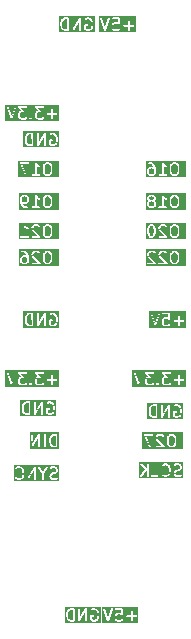
<source format=gbr>
%TF.GenerationSoftware,KiCad,Pcbnew,8.0.2*%
%TF.CreationDate,2024-05-14T11:50:59+07:00*%
%TF.ProjectId,PICO_DAC2932,5049434f-5f44-4414-9332-3933322e6b69,rev?*%
%TF.SameCoordinates,PX7735940PY61c06a0*%
%TF.FileFunction,Legend,Bot*%
%TF.FilePolarity,Positive*%
%FSLAX46Y46*%
G04 Gerber Fmt 4.6, Leading zero omitted, Abs format (unit mm)*
G04 Created by KiCad (PCBNEW 8.0.2) date 2024-05-14 11:50:59*
%MOMM*%
%LPD*%
G01*
G04 APERTURE LIST*
%ADD10C,0.150000*%
G04 APERTURE END LIST*
D10*
G36*
X18847890Y21444070D02*
G01*
X14334842Y21444070D01*
X14334842Y22620801D01*
X14445953Y22620801D01*
X14449213Y22606464D01*
X14780990Y21615587D01*
X14781361Y21610371D01*
X14785525Y21602041D01*
X14788540Y21593039D01*
X14792050Y21588992D01*
X14794447Y21584198D01*
X14801555Y21578033D01*
X14807714Y21570932D01*
X14812503Y21568538D01*
X14816554Y21565024D01*
X14825479Y21562050D01*
X14833887Y21557845D01*
X14839231Y21557466D01*
X14844317Y21555770D01*
X14853697Y21556437D01*
X14863077Y21555770D01*
X14868162Y21557466D01*
X14873507Y21557845D01*
X14881917Y21562051D01*
X14890839Y21565024D01*
X14894886Y21568535D01*
X14899680Y21570931D01*
X14905843Y21578037D01*
X14912947Y21584198D01*
X14915342Y21588990D01*
X14918854Y21593038D01*
X14924848Y21606464D01*
X15074934Y22058753D01*
X15397745Y22058753D01*
X15399037Y21832149D01*
X15398334Y21830039D01*
X15399111Y21819097D01*
X15399186Y21806026D01*
X15400217Y21803537D01*
X15400408Y21800849D01*
X15405663Y21787117D01*
X15454353Y21692565D01*
X15458003Y21683753D01*
X15460386Y21680849D01*
X15461114Y21679436D01*
X15462612Y21678137D01*
X15467330Y21672388D01*
X15516365Y21625047D01*
X15521999Y21618550D01*
X15525144Y21616571D01*
X15526315Y21615440D01*
X15528142Y21614683D01*
X15534442Y21610718D01*
X15620331Y21569043D01*
X15621553Y21567821D01*
X15630412Y21564152D01*
X15643411Y21557844D01*
X15646100Y21557653D01*
X15648589Y21556622D01*
X15663221Y21555181D01*
X15937375Y21556497D01*
X15939554Y21555770D01*
X15950674Y21556561D01*
X15963567Y21556622D01*
X15966056Y21557654D01*
X15968744Y21557844D01*
X15982476Y21563099D01*
X16077030Y21611791D01*
X16085841Y21615440D01*
X16088743Y21617823D01*
X16090157Y21618550D01*
X16091457Y21620050D01*
X16097207Y21624768D01*
X16154153Y21683753D01*
X16157747Y21692431D01*
X16351566Y21692431D01*
X16351566Y21663168D01*
X16356603Y21651009D01*
X16362765Y21636132D01*
X16372092Y21624767D01*
X16431076Y21567821D01*
X16458112Y21556622D01*
X16458113Y21556622D01*
X16487375Y21556622D01*
X16487376Y21556622D01*
X16514412Y21567821D01*
X16525777Y21577148D01*
X16582723Y21636132D01*
X16593922Y21663168D01*
X16593922Y21692431D01*
X16593876Y21692541D01*
X16582724Y21719467D01*
X16573396Y21730833D01*
X16514412Y21787780D01*
X16514411Y21787781D01*
X16498574Y21794341D01*
X16487376Y21798979D01*
X16487375Y21798979D01*
X16458112Y21798979D01*
X16446914Y21794341D01*
X16431077Y21787781D01*
X16431076Y21787780D01*
X16419710Y21778452D01*
X16362764Y21719467D01*
X16351566Y21692431D01*
X16157747Y21692431D01*
X16165351Y21710789D01*
X16165351Y21740052D01*
X16154152Y21767088D01*
X16133459Y21787781D01*
X16106423Y21798979D01*
X16077160Y21798979D01*
X16050124Y21787780D01*
X16038758Y21778452D01*
X16002113Y21740496D01*
X15933391Y21705107D01*
X15683072Y21703906D01*
X15614387Y21737233D01*
X15583060Y21767479D01*
X15547656Y21836230D01*
X15546500Y22038966D01*
X15556101Y22058753D01*
X16826316Y22058753D01*
X16827608Y21832149D01*
X16826905Y21830039D01*
X16827682Y21819097D01*
X16827757Y21806026D01*
X16828788Y21803537D01*
X16828979Y21800849D01*
X16834234Y21787117D01*
X16882924Y21692565D01*
X16886574Y21683753D01*
X16888957Y21680849D01*
X16889685Y21679436D01*
X16891183Y21678137D01*
X16895901Y21672388D01*
X16944936Y21625047D01*
X16950570Y21618550D01*
X16953715Y21616571D01*
X16954886Y21615440D01*
X16956713Y21614683D01*
X16963013Y21610718D01*
X17048902Y21569043D01*
X17050124Y21567821D01*
X17058983Y21564152D01*
X17071982Y21557844D01*
X17074671Y21557653D01*
X17077160Y21556622D01*
X17091792Y21555181D01*
X17365946Y21556497D01*
X17368125Y21555770D01*
X17379245Y21556561D01*
X17392138Y21556622D01*
X17394627Y21557654D01*
X17397315Y21557844D01*
X17411047Y21563099D01*
X17505601Y21611791D01*
X17514412Y21615440D01*
X17517314Y21617823D01*
X17518728Y21618550D01*
X17520028Y21620050D01*
X17525778Y21624768D01*
X17582724Y21683753D01*
X17593922Y21710789D01*
X17593922Y21740052D01*
X17582723Y21767088D01*
X17562030Y21787781D01*
X17534994Y21798979D01*
X17505731Y21798979D01*
X17478695Y21787780D01*
X17467329Y21778452D01*
X17430684Y21740496D01*
X17361962Y21705107D01*
X17111643Y21703906D01*
X17042958Y21737233D01*
X17011631Y21767479D01*
X16976227Y21836230D01*
X16975146Y22025766D01*
X17827757Y22025766D01*
X17827757Y21996502D01*
X17838956Y21969466D01*
X17859648Y21948774D01*
X17886684Y21937575D01*
X17901316Y21936134D01*
X18208113Y21936704D01*
X18208709Y21615549D01*
X18219908Y21588513D01*
X18240600Y21567821D01*
X18267636Y21556622D01*
X18296900Y21556622D01*
X18323936Y21567821D01*
X18344628Y21588513D01*
X18355827Y21615549D01*
X18357268Y21630181D01*
X18356698Y21936980D01*
X18677852Y21937575D01*
X18704888Y21948774D01*
X18725580Y21969466D01*
X18736779Y21996502D01*
X18736779Y22025766D01*
X18725580Y22052802D01*
X18704888Y22073494D01*
X18677852Y22084693D01*
X18663220Y22086134D01*
X18356422Y22085565D01*
X18355827Y22406718D01*
X18344628Y22433754D01*
X18323936Y22454446D01*
X18296900Y22465645D01*
X18267636Y22465645D01*
X18240600Y22454446D01*
X18219908Y22433754D01*
X18208709Y22406718D01*
X18207268Y22392086D01*
X18207837Y22085289D01*
X17886684Y22084693D01*
X17859648Y22073494D01*
X17838956Y22052802D01*
X17827757Y22025766D01*
X16975146Y22025766D01*
X16975071Y22038966D01*
X17008368Y22107588D01*
X17038612Y22138915D01*
X17107469Y22174373D01*
X17234263Y22175533D01*
X17244355Y22174860D01*
X17246679Y22175647D01*
X17249281Y22175670D01*
X17260538Y22180334D01*
X17272076Y22184235D01*
X17273980Y22185901D01*
X17276317Y22186869D01*
X17284927Y22195480D01*
X17294100Y22203505D01*
X17295222Y22205775D01*
X17297009Y22207561D01*
X17301669Y22218812D01*
X17307072Y22229737D01*
X17307240Y22232261D01*
X17308208Y22234597D01*
X17308208Y22246782D01*
X17309018Y22258935D01*
X17308208Y22261331D01*
X17308208Y22263861D01*
X17303544Y22275119D01*
X17299643Y22286656D01*
X17297557Y22289574D01*
X17297009Y22290897D01*
X17295613Y22292293D01*
X17291092Y22298617D01*
X17065015Y22555554D01*
X17534995Y22556622D01*
X17562031Y22567821D01*
X17582723Y22588513D01*
X17593922Y22615549D01*
X17593922Y22644813D01*
X17582723Y22671849D01*
X17562031Y22692541D01*
X17534995Y22703740D01*
X17520363Y22705181D01*
X16903199Y22703778D01*
X16891610Y22704550D01*
X16889232Y22703746D01*
X16886684Y22703740D01*
X16875426Y22699077D01*
X16863889Y22695175D01*
X16861984Y22693510D01*
X16859648Y22692541D01*
X16851037Y22683931D01*
X16841865Y22675905D01*
X16840742Y22673636D01*
X16838956Y22671849D01*
X16834295Y22660599D01*
X16828893Y22649673D01*
X16828724Y22647150D01*
X16827757Y22644813D01*
X16827757Y22632629D01*
X16826947Y22620475D01*
X16827757Y22618080D01*
X16827757Y22615549D01*
X16832420Y22604292D01*
X16836322Y22592754D01*
X16838407Y22589837D01*
X16838956Y22588513D01*
X16840351Y22587118D01*
X16844873Y22580793D01*
X17072908Y22321632D01*
X17071982Y22321566D01*
X17058251Y22316311D01*
X16963696Y22267620D01*
X16954886Y22263970D01*
X16951983Y22261588D01*
X16950570Y22260860D01*
X16949270Y22259362D01*
X16943521Y22254643D01*
X16896179Y22205608D01*
X16889685Y22199975D01*
X16887705Y22196830D01*
X16886575Y22195659D01*
X16885817Y22193832D01*
X16881853Y22187532D01*
X16840178Y22101644D01*
X16838956Y22100421D01*
X16835283Y22091556D01*
X16828979Y22078562D01*
X16828788Y22075875D01*
X16827757Y22073385D01*
X16826316Y22058753D01*
X15556101Y22058753D01*
X15579797Y22107588D01*
X15610041Y22138915D01*
X15678898Y22174373D01*
X15805692Y22175533D01*
X15815784Y22174860D01*
X15818108Y22175647D01*
X15820710Y22175670D01*
X15831967Y22180334D01*
X15843505Y22184235D01*
X15845409Y22185901D01*
X15847746Y22186869D01*
X15856356Y22195480D01*
X15865529Y22203505D01*
X15866651Y22205775D01*
X15868438Y22207561D01*
X15873098Y22218812D01*
X15878501Y22229737D01*
X15878669Y22232261D01*
X15879637Y22234597D01*
X15879637Y22246782D01*
X15880447Y22258935D01*
X15879637Y22261331D01*
X15879637Y22263861D01*
X15874973Y22275119D01*
X15871072Y22286656D01*
X15868986Y22289574D01*
X15868438Y22290897D01*
X15867042Y22292293D01*
X15862521Y22298617D01*
X15636444Y22555554D01*
X16106424Y22556622D01*
X16133460Y22567821D01*
X16154152Y22588513D01*
X16165351Y22615549D01*
X16165351Y22644813D01*
X16154152Y22671849D01*
X16133460Y22692541D01*
X16106424Y22703740D01*
X16091792Y22705181D01*
X15474628Y22703778D01*
X15463039Y22704550D01*
X15460661Y22703746D01*
X15458113Y22703740D01*
X15446855Y22699077D01*
X15435318Y22695175D01*
X15433413Y22693510D01*
X15431077Y22692541D01*
X15422466Y22683931D01*
X15413294Y22675905D01*
X15412171Y22673636D01*
X15410385Y22671849D01*
X15405724Y22660599D01*
X15400322Y22649673D01*
X15400153Y22647150D01*
X15399186Y22644813D01*
X15399186Y22632629D01*
X15398376Y22620475D01*
X15399186Y22618080D01*
X15399186Y22615549D01*
X15403849Y22604292D01*
X15407751Y22592754D01*
X15409836Y22589837D01*
X15410385Y22588513D01*
X15411780Y22587118D01*
X15416302Y22580793D01*
X15644337Y22321632D01*
X15643411Y22321566D01*
X15629680Y22316311D01*
X15535125Y22267620D01*
X15526315Y22263970D01*
X15523412Y22261588D01*
X15521999Y22260860D01*
X15520699Y22259362D01*
X15514950Y22254643D01*
X15467608Y22205608D01*
X15461114Y22199975D01*
X15459134Y22196830D01*
X15458004Y22195659D01*
X15457246Y22193832D01*
X15453282Y22187532D01*
X15411607Y22101644D01*
X15410385Y22100421D01*
X15406712Y22091556D01*
X15400408Y22078562D01*
X15400217Y22075875D01*
X15399186Y22073385D01*
X15397745Y22058753D01*
X15074934Y22058753D01*
X15261441Y22620800D01*
X15259366Y22649990D01*
X15246280Y22676164D01*
X15224172Y22695338D01*
X15196410Y22704592D01*
X15167220Y22702517D01*
X15141047Y22689430D01*
X15121873Y22667323D01*
X15115879Y22653898D01*
X14854129Y21865105D01*
X14585521Y22667324D01*
X14566347Y22689431D01*
X14540174Y22702517D01*
X14510984Y22704592D01*
X14483221Y22695338D01*
X14461114Y22676164D01*
X14448028Y22649991D01*
X14445953Y22620801D01*
X14334842Y22620801D01*
X14334842Y22816292D01*
X18847890Y22816292D01*
X18847890Y21444070D01*
G37*
G36*
X16291915Y18954761D02*
G01*
X16143248Y18953914D01*
X16026652Y18991652D01*
X15952444Y19064442D01*
X15913752Y19139579D01*
X15869134Y19313009D01*
X15867992Y19437781D01*
X15910018Y19610904D01*
X15948743Y19690714D01*
X16023022Y19766439D01*
X16136098Y19805230D01*
X16290706Y19806112D01*
X16291915Y18954761D01*
G37*
G36*
X18646950Y18694070D02*
G01*
X15608062Y18694070D01*
X15608062Y19451610D01*
X15719173Y19451610D01*
X15720440Y19313031D01*
X15719262Y19305107D01*
X15720596Y19296083D01*
X15720614Y19294121D01*
X15721036Y19293100D01*
X15721412Y19290563D01*
X15768929Y19105865D01*
X15769455Y19098468D01*
X15773657Y19087486D01*
X15773978Y19086241D01*
X15774300Y19085806D01*
X15774710Y19084736D01*
X15823400Y18990184D01*
X15827050Y18981372D01*
X15829433Y18978468D01*
X15830161Y18977055D01*
X15831659Y18975756D01*
X15836378Y18970006D01*
X15924547Y18883521D01*
X15925399Y18881817D01*
X15933043Y18875187D01*
X15942981Y18865439D01*
X15945471Y18864408D01*
X15947506Y18862643D01*
X15960932Y18856649D01*
X16103513Y18810500D01*
X16112874Y18806622D01*
X16116637Y18806252D01*
X16118125Y18805770D01*
X16120099Y18805911D01*
X16127506Y18805181D01*
X16380233Y18806622D01*
X16407269Y18817821D01*
X16427961Y18838513D01*
X16439160Y18865549D01*
X16440601Y18880181D01*
X16439181Y19880181D01*
X16766792Y19880181D01*
X16768205Y18884626D01*
X16766975Y18874942D01*
X16768226Y18870355D01*
X16768233Y18865549D01*
X16772050Y18856334D01*
X16774675Y18846710D01*
X16777602Y18842930D01*
X16779432Y18838513D01*
X16786482Y18831463D01*
X16792592Y18823573D01*
X16796745Y18821200D01*
X16800124Y18817821D01*
X16809336Y18814005D01*
X16818001Y18809054D01*
X16822744Y18808452D01*
X16827160Y18806622D01*
X16837134Y18806622D01*
X16847031Y18805364D01*
X16851643Y18806622D01*
X16856424Y18806622D01*
X16865639Y18810440D01*
X16875263Y18813064D01*
X16879043Y18815992D01*
X16883460Y18817821D01*
X16890510Y18824872D01*
X16898400Y18830981D01*
X16902752Y18837114D01*
X16904152Y18838513D01*
X16904721Y18839888D01*
X16906910Y18842971D01*
X17338617Y19600630D01*
X17339661Y18865549D01*
X17350860Y18838513D01*
X17371552Y18817821D01*
X17398588Y18806622D01*
X17427852Y18806622D01*
X17454888Y18817821D01*
X17475580Y18838513D01*
X17486779Y18865549D01*
X17488220Y18880181D01*
X17487611Y19308753D01*
X17766792Y19308753D01*
X17768233Y18960788D01*
X17772150Y18951332D01*
X17779431Y18933753D01*
X17788758Y18922388D01*
X17829583Y18882973D01*
X17830161Y18881817D01*
X17836252Y18876534D01*
X17847743Y18865440D01*
X17850231Y18864410D01*
X17852268Y18862643D01*
X17865694Y18856649D01*
X18008275Y18810500D01*
X18017636Y18806622D01*
X18021399Y18806252D01*
X18022887Y18805770D01*
X18024861Y18805911D01*
X18032268Y18805181D01*
X18127585Y18806432D01*
X18136886Y18805770D01*
X18140540Y18806602D01*
X18142138Y18806622D01*
X18143969Y18807381D01*
X18151223Y18809030D01*
X18283013Y18854241D01*
X18284995Y18854241D01*
X18294547Y18858198D01*
X18307505Y18862643D01*
X18309540Y18864409D01*
X18312031Y18865440D01*
X18323396Y18874767D01*
X18417328Y18970532D01*
X18424851Y18977055D01*
X18426863Y18980252D01*
X18427962Y18981372D01*
X18428719Y18983202D01*
X18432683Y18989498D01*
X18476951Y19080731D01*
X18481034Y19086241D01*
X18484969Y19097257D01*
X18485557Y19098467D01*
X18485595Y19099008D01*
X18485981Y19100087D01*
X18531221Y19286453D01*
X18534398Y19294121D01*
X18535295Y19303236D01*
X18535750Y19305107D01*
X18535587Y19306200D01*
X18535839Y19308753D01*
X18534571Y19447333D01*
X18535750Y19455256D01*
X18534415Y19464281D01*
X18534398Y19466242D01*
X18533975Y19467264D01*
X18533600Y19469800D01*
X18486082Y19654499D01*
X18485557Y19661896D01*
X18481353Y19672879D01*
X18481034Y19674122D01*
X18480711Y19674558D01*
X18480302Y19675627D01*
X18431613Y19770177D01*
X18427962Y19778992D01*
X18425577Y19781898D01*
X18424851Y19783308D01*
X18423354Y19784607D01*
X18418634Y19790357D01*
X18330463Y19876842D01*
X18329612Y19878545D01*
X18321969Y19885174D01*
X18312031Y19894922D01*
X18309540Y19895954D01*
X18307505Y19897719D01*
X18294080Y19903713D01*
X18151501Y19949862D01*
X18142138Y19953740D01*
X18138372Y19954111D01*
X18136886Y19954592D01*
X18134911Y19954452D01*
X18127506Y19955181D01*
X17995875Y19953977D01*
X17994029Y19954592D01*
X17983814Y19953867D01*
X17970017Y19953740D01*
X17967528Y19952710D01*
X17964839Y19952518D01*
X17951108Y19947263D01*
X17843427Y19891812D01*
X17824254Y19869704D01*
X17815000Y19841943D01*
X17817074Y19812753D01*
X17830161Y19786578D01*
X17852269Y19767405D01*
X17880030Y19758151D01*
X17909220Y19760225D01*
X17922952Y19765480D01*
X18000326Y19805325D01*
X18112078Y19806347D01*
X18228359Y19768710D01*
X18302568Y19695920D01*
X18341259Y19620785D01*
X18385877Y19447355D01*
X18387019Y19322583D01*
X18344993Y19149460D01*
X18306268Y19069650D01*
X18231991Y18993924D01*
X18118719Y18955066D01*
X18047341Y18954130D01*
X17931149Y18991738D01*
X17916666Y19005721D01*
X17915720Y19234273D01*
X18046900Y19235194D01*
X18073936Y19246393D01*
X18094628Y19267085D01*
X18105827Y19294121D01*
X18105827Y19323385D01*
X18094628Y19350421D01*
X18073936Y19371113D01*
X18046900Y19382312D01*
X18032268Y19383753D01*
X17827160Y19382312D01*
X17800124Y19371113D01*
X17779432Y19350421D01*
X17768233Y19323385D01*
X17766792Y19308753D01*
X17487611Y19308753D01*
X17486806Y19875737D01*
X17488037Y19885420D01*
X17486785Y19890008D01*
X17486779Y19894813D01*
X17482961Y19904029D01*
X17480337Y19913652D01*
X17477409Y19917433D01*
X17475580Y19921849D01*
X17468529Y19928900D01*
X17462420Y19936789D01*
X17458266Y19939163D01*
X17454888Y19942541D01*
X17445675Y19946358D01*
X17437011Y19951308D01*
X17432267Y19951911D01*
X17427852Y19953740D01*
X17417878Y19953740D01*
X17407981Y19954998D01*
X17403369Y19953740D01*
X17398588Y19953740D01*
X17389371Y19949923D01*
X17379750Y19947298D01*
X17375970Y19944372D01*
X17371552Y19942541D01*
X17364500Y19935490D01*
X17356612Y19929381D01*
X17352257Y19923247D01*
X17350860Y19921849D01*
X17350291Y19920477D01*
X17348102Y19917392D01*
X16916394Y19159733D01*
X16915351Y19894813D01*
X16904152Y19921849D01*
X16883460Y19942541D01*
X16856424Y19953740D01*
X16827160Y19953740D01*
X16800124Y19942541D01*
X16779432Y19921849D01*
X16768233Y19894813D01*
X16766792Y19880181D01*
X16439181Y19880181D01*
X16439160Y19894813D01*
X16427961Y19921849D01*
X16407269Y19942541D01*
X16380233Y19953740D01*
X16365601Y19955181D01*
X16128830Y19953831D01*
X16118125Y19954592D01*
X16114416Y19953749D01*
X16112874Y19953740D01*
X16111043Y19952982D01*
X16103788Y19951332D01*
X15971998Y19906121D01*
X15970018Y19906121D01*
X15960468Y19902166D01*
X15947506Y19897719D01*
X15945471Y19895955D01*
X15942981Y19894923D01*
X15931616Y19885595D01*
X15837684Y19789833D01*
X15830161Y19783308D01*
X15828148Y19780112D01*
X15827051Y19778992D01*
X15826293Y19777165D01*
X15822329Y19770865D01*
X15778062Y19679634D01*
X15773978Y19674122D01*
X15770040Y19663103D01*
X15769455Y19661895D01*
X15769416Y19661356D01*
X15769031Y19660276D01*
X15723790Y19473911D01*
X15720614Y19466242D01*
X15719716Y19457128D01*
X15719262Y19455256D01*
X15719424Y19454164D01*
X15719173Y19451610D01*
X15608062Y19451610D01*
X15608062Y20066292D01*
X18646950Y20066292D01*
X18646950Y18694070D01*
G37*
G36*
X18646950Y13694070D02*
G01*
X14893887Y13694070D01*
X14893887Y13884263D01*
X15004998Y13884263D01*
X15009137Y13855294D01*
X15024046Y13830113D01*
X15047457Y13812555D01*
X15075805Y13805292D01*
X15104774Y13809431D01*
X15129955Y13824340D01*
X15139887Y13835181D01*
X15516418Y14339296D01*
X15577169Y14278758D01*
X15577756Y13865549D01*
X15588955Y13838513D01*
X15609647Y13817821D01*
X15636683Y13806622D01*
X15665947Y13806622D01*
X15692983Y13817821D01*
X15713675Y13838513D01*
X15724874Y13865549D01*
X15726315Y13880181D01*
X15726294Y13894813D01*
X15911090Y13894813D01*
X15911090Y13865549D01*
X15922289Y13838513D01*
X15942981Y13817821D01*
X15970017Y13806622D01*
X15984649Y13805181D01*
X16475471Y13806622D01*
X16502507Y13817821D01*
X16523199Y13838513D01*
X16534398Y13865549D01*
X16535839Y13880181D01*
X16534533Y14799574D01*
X16815852Y14799574D01*
X16815852Y14770312D01*
X16827051Y14743275D01*
X16847743Y14722583D01*
X16874780Y14711384D01*
X16904042Y14711384D01*
X16931079Y14722583D01*
X16942444Y14731910D01*
X16975966Y14766633D01*
X17088672Y14805297D01*
X17160051Y14806233D01*
X17275978Y14768710D01*
X17350187Y14695920D01*
X17388878Y14620785D01*
X17433496Y14447355D01*
X17434638Y14322583D01*
X17392612Y14149460D01*
X17353887Y14069650D01*
X17279610Y13993924D01*
X17166338Y13955066D01*
X17094960Y13954130D01*
X16978768Y13991738D01*
X16931079Y14037780D01*
X16904043Y14048979D01*
X16874780Y14048979D01*
X16847744Y14037781D01*
X16827051Y14017088D01*
X16815852Y13990052D01*
X16815852Y13960789D01*
X16827050Y13933753D01*
X16836377Y13922388D01*
X16877202Y13882973D01*
X16877780Y13881817D01*
X16883871Y13876534D01*
X16895362Y13865440D01*
X16897850Y13864410D01*
X16899887Y13862643D01*
X16913313Y13856649D01*
X17055894Y13810500D01*
X17065255Y13806622D01*
X17069018Y13806252D01*
X17070506Y13805770D01*
X17072480Y13805911D01*
X17079887Y13805181D01*
X17175204Y13806432D01*
X17184505Y13805770D01*
X17188159Y13806602D01*
X17189757Y13806622D01*
X17191588Y13807381D01*
X17198842Y13809030D01*
X17330632Y13854241D01*
X17332614Y13854241D01*
X17342166Y13858198D01*
X17355124Y13862643D01*
X17357159Y13864409D01*
X17359650Y13865440D01*
X17371015Y13874767D01*
X17464947Y13970532D01*
X17472470Y13977055D01*
X17474482Y13980252D01*
X17475581Y13981372D01*
X17476338Y13983202D01*
X17480302Y13989498D01*
X17524570Y14080731D01*
X17528653Y14086241D01*
X17532588Y14097257D01*
X17533176Y14098467D01*
X17533214Y14099008D01*
X17533600Y14100087D01*
X17549575Y14165896D01*
X17814411Y14165896D01*
X17815516Y14081590D01*
X17815000Y14080039D01*
X17815658Y14070770D01*
X17815852Y14056026D01*
X17816883Y14053537D01*
X17817074Y14050849D01*
X17822329Y14037117D01*
X17871019Y13942565D01*
X17874669Y13933753D01*
X17877052Y13930849D01*
X17877780Y13929436D01*
X17879278Y13928137D01*
X17883996Y13922388D01*
X17933031Y13875047D01*
X17938665Y13868550D01*
X17941810Y13866571D01*
X17942981Y13865440D01*
X17944808Y13864683D01*
X17951108Y13860718D01*
X18036997Y13819043D01*
X18038219Y13817821D01*
X18047078Y13814152D01*
X18060077Y13807844D01*
X18062766Y13807653D01*
X18065255Y13806622D01*
X18079887Y13805181D01*
X18316656Y13806532D01*
X18327362Y13805770D01*
X18331070Y13806614D01*
X18332614Y13806622D01*
X18334445Y13807381D01*
X18341699Y13809030D01*
X18497981Y13862643D01*
X18520088Y13881817D01*
X18533175Y13907990D01*
X18535250Y13937180D01*
X18525996Y13964942D01*
X18506822Y13987050D01*
X18480648Y14000136D01*
X18451458Y14002211D01*
X18437121Y13998951D01*
X18309388Y13955133D01*
X18099674Y13953937D01*
X18031053Y13987233D01*
X17999726Y14017479D01*
X17964203Y14086460D01*
X17963414Y14146621D01*
X17996463Y14214731D01*
X18026707Y14246058D01*
X18101188Y14284412D01*
X18282775Y14331129D01*
X18290172Y14331654D01*
X18301154Y14335857D01*
X18302399Y14336177D01*
X18302834Y14336500D01*
X18303904Y14336909D01*
X18398460Y14385602D01*
X18407269Y14389250D01*
X18410171Y14391633D01*
X18411585Y14392360D01*
X18412884Y14393859D01*
X18418634Y14398577D01*
X18465975Y14447613D01*
X18472470Y14453245D01*
X18474449Y14456391D01*
X18475580Y14457561D01*
X18476337Y14459389D01*
X18480302Y14465688D01*
X18521977Y14551578D01*
X18523199Y14552799D01*
X18526868Y14561659D01*
X18533176Y14574657D01*
X18533367Y14577347D01*
X18534398Y14579835D01*
X18535839Y14594467D01*
X18534733Y14678775D01*
X18535250Y14680325D01*
X18534591Y14689596D01*
X18534398Y14704337D01*
X18533367Y14706826D01*
X18533176Y14709515D01*
X18527921Y14723246D01*
X18479229Y14817801D01*
X18475580Y14826611D01*
X18473197Y14829514D01*
X18472470Y14830927D01*
X18470971Y14832227D01*
X18466253Y14837976D01*
X18417217Y14885318D01*
X18411585Y14891812D01*
X18408439Y14893792D01*
X18407269Y14894922D01*
X18405441Y14895680D01*
X18399142Y14899644D01*
X18313253Y14941319D01*
X18312031Y14942541D01*
X18303165Y14946214D01*
X18290172Y14952518D01*
X18287484Y14952709D01*
X18284995Y14953740D01*
X18270363Y14955181D01*
X18033592Y14953831D01*
X18022887Y14954592D01*
X18019178Y14953749D01*
X18017636Y14953740D01*
X18015805Y14952982D01*
X18008550Y14951332D01*
X17852268Y14897719D01*
X17830161Y14878545D01*
X17817075Y14852372D01*
X17815000Y14823182D01*
X17824254Y14795419D01*
X17843428Y14773312D01*
X17869601Y14760226D01*
X17898791Y14758151D01*
X17913128Y14761411D01*
X18040860Y14805230D01*
X18250575Y14806426D01*
X18319197Y14773129D01*
X18350524Y14742885D01*
X18386046Y14673904D01*
X18386835Y14613743D01*
X18353787Y14545634D01*
X18323542Y14514306D01*
X18249061Y14475952D01*
X18067474Y14429235D01*
X18060077Y14428709D01*
X18049094Y14424506D01*
X18047851Y14424186D01*
X18047415Y14423864D01*
X18046346Y14423454D01*
X17951791Y14374763D01*
X17942981Y14371113D01*
X17940078Y14368731D01*
X17938665Y14368003D01*
X17937365Y14366505D01*
X17931616Y14361786D01*
X17884274Y14312751D01*
X17877780Y14307118D01*
X17875800Y14303973D01*
X17874670Y14302802D01*
X17873912Y14300975D01*
X17869948Y14294675D01*
X17828273Y14208787D01*
X17827051Y14207564D01*
X17823378Y14198699D01*
X17817074Y14185705D01*
X17816883Y14183018D01*
X17815852Y14180528D01*
X17814411Y14165896D01*
X17549575Y14165896D01*
X17578840Y14286453D01*
X17582017Y14294121D01*
X17582914Y14303236D01*
X17583369Y14305107D01*
X17583206Y14306200D01*
X17583458Y14308753D01*
X17582190Y14447333D01*
X17583369Y14455256D01*
X17582034Y14464281D01*
X17582017Y14466242D01*
X17581594Y14467264D01*
X17581219Y14469800D01*
X17533701Y14654499D01*
X17533176Y14661896D01*
X17528972Y14672879D01*
X17528653Y14674122D01*
X17528330Y14674558D01*
X17527921Y14675627D01*
X17479232Y14770177D01*
X17475581Y14778992D01*
X17473196Y14781898D01*
X17472470Y14783308D01*
X17470973Y14784607D01*
X17466253Y14790357D01*
X17378082Y14876842D01*
X17377231Y14878545D01*
X17369588Y14885174D01*
X17359650Y14894922D01*
X17357159Y14895954D01*
X17355124Y14897719D01*
X17341699Y14903713D01*
X17199120Y14949862D01*
X17189757Y14953740D01*
X17185991Y14954111D01*
X17184505Y14954592D01*
X17182530Y14954452D01*
X17175125Y14955181D01*
X17079806Y14953931D01*
X17070506Y14954592D01*
X17066851Y14953761D01*
X17065255Y14953740D01*
X17063424Y14952982D01*
X17056169Y14951332D01*
X16924379Y14906121D01*
X16922398Y14906121D01*
X16912850Y14902167D01*
X16899887Y14897719D01*
X16897850Y14895953D01*
X16895362Y14894922D01*
X16883997Y14885595D01*
X16827051Y14826611D01*
X16815852Y14799574D01*
X16534533Y14799574D01*
X16534398Y14894813D01*
X16523199Y14921849D01*
X16502507Y14942541D01*
X16475471Y14953740D01*
X16446207Y14953740D01*
X16419171Y14942541D01*
X16398479Y14921849D01*
X16387280Y14894813D01*
X16385839Y14880181D01*
X16387153Y13954965D01*
X15970017Y13953740D01*
X15942981Y13942541D01*
X15922289Y13921849D01*
X15911090Y13894813D01*
X15726294Y13894813D01*
X15724874Y14894813D01*
X15713675Y14921849D01*
X15692983Y14942541D01*
X15665947Y14953740D01*
X15636683Y14953740D01*
X15609647Y14942541D01*
X15588955Y14921849D01*
X15577756Y14894813D01*
X15576315Y14880181D01*
X15576870Y14488818D01*
X15564779Y14500867D01*
X15564299Y14501678D01*
X15562948Y14502691D01*
X15121555Y14942541D01*
X15094518Y14953740D01*
X15065256Y14953740D01*
X15038219Y14942541D01*
X15017527Y14921849D01*
X15006328Y14894812D01*
X15006328Y14865550D01*
X15017527Y14838513D01*
X15026854Y14827148D01*
X15410094Y14445248D01*
X15012261Y13912611D01*
X15004998Y13884263D01*
X14893887Y13884263D01*
X14893887Y15066292D01*
X18646950Y15066292D01*
X18646950Y13694070D01*
G37*
G36*
X7839534Y16454761D02*
G01*
X7690867Y16453914D01*
X7574271Y16491652D01*
X7500063Y16564442D01*
X7461371Y16639579D01*
X7416753Y16813009D01*
X7415611Y16937781D01*
X7457637Y17110904D01*
X7496362Y17190714D01*
X7570641Y17266439D01*
X7683717Y17305230D01*
X7838325Y17306112D01*
X7839534Y16454761D01*
G37*
G36*
X8099331Y16194070D02*
G01*
X5679491Y16194070D01*
X5679491Y17380181D01*
X5790602Y17380181D01*
X5792015Y16384626D01*
X5790785Y16374942D01*
X5792036Y16370355D01*
X5792043Y16365549D01*
X5795860Y16356334D01*
X5798485Y16346710D01*
X5801412Y16342930D01*
X5803242Y16338513D01*
X5810292Y16331463D01*
X5816402Y16323573D01*
X5820555Y16321200D01*
X5823934Y16317821D01*
X5833146Y16314005D01*
X5841811Y16309054D01*
X5846554Y16308452D01*
X5850970Y16306622D01*
X5860944Y16306622D01*
X5870841Y16305364D01*
X5875453Y16306622D01*
X5880234Y16306622D01*
X5889449Y16310440D01*
X5899073Y16313064D01*
X5902853Y16315992D01*
X5907270Y16317821D01*
X5914320Y16324872D01*
X5922210Y16330981D01*
X5926562Y16337114D01*
X5927962Y16338513D01*
X5928531Y16339888D01*
X5930720Y16342971D01*
X6362427Y17100630D01*
X6363471Y16365549D01*
X6374670Y16338513D01*
X6395362Y16317821D01*
X6422398Y16306622D01*
X6451662Y16306622D01*
X6478698Y16317821D01*
X6499390Y16338513D01*
X6510589Y16365549D01*
X6512030Y16380181D01*
X6510616Y17375737D01*
X6511181Y17380181D01*
X6838220Y17380181D01*
X6839661Y16365549D01*
X6850860Y16338513D01*
X6871552Y16317821D01*
X6898588Y16306622D01*
X6927852Y16306622D01*
X6954888Y16317821D01*
X6975580Y16338513D01*
X6986779Y16365549D01*
X6988220Y16380181D01*
X6987408Y16951610D01*
X7266792Y16951610D01*
X7268059Y16813031D01*
X7266881Y16805107D01*
X7268215Y16796083D01*
X7268233Y16794121D01*
X7268655Y16793100D01*
X7269031Y16790563D01*
X7316548Y16605865D01*
X7317074Y16598468D01*
X7321276Y16587486D01*
X7321597Y16586241D01*
X7321919Y16585806D01*
X7322329Y16584736D01*
X7371019Y16490184D01*
X7374669Y16481372D01*
X7377052Y16478468D01*
X7377780Y16477055D01*
X7379278Y16475756D01*
X7383997Y16470006D01*
X7472166Y16383521D01*
X7473018Y16381817D01*
X7480662Y16375187D01*
X7490600Y16365439D01*
X7493090Y16364408D01*
X7495125Y16362643D01*
X7508551Y16356649D01*
X7651132Y16310500D01*
X7660493Y16306622D01*
X7664256Y16306252D01*
X7665744Y16305770D01*
X7667718Y16305911D01*
X7675125Y16305181D01*
X7927852Y16306622D01*
X7954888Y16317821D01*
X7975580Y16338513D01*
X7986779Y16365549D01*
X7988220Y16380181D01*
X7986779Y17394813D01*
X7975580Y17421849D01*
X7954888Y17442541D01*
X7927852Y17453740D01*
X7913220Y17455181D01*
X7676449Y17453831D01*
X7665744Y17454592D01*
X7662035Y17453749D01*
X7660493Y17453740D01*
X7658662Y17452982D01*
X7651407Y17451332D01*
X7519617Y17406121D01*
X7517637Y17406121D01*
X7508087Y17402166D01*
X7495125Y17397719D01*
X7493090Y17395955D01*
X7490600Y17394923D01*
X7479235Y17385595D01*
X7385303Y17289833D01*
X7377780Y17283308D01*
X7375767Y17280112D01*
X7374670Y17278992D01*
X7373912Y17277165D01*
X7369948Y17270865D01*
X7325681Y17179634D01*
X7321597Y17174122D01*
X7317659Y17163103D01*
X7317074Y17161895D01*
X7317035Y17161356D01*
X7316650Y17160276D01*
X7271409Y16973911D01*
X7268233Y16966242D01*
X7267335Y16957128D01*
X7266881Y16955256D01*
X7267043Y16954164D01*
X7266792Y16951610D01*
X6987408Y16951610D01*
X6986779Y17394813D01*
X6975580Y17421849D01*
X6954888Y17442541D01*
X6927852Y17453740D01*
X6898588Y17453740D01*
X6871552Y17442541D01*
X6850860Y17421849D01*
X6839661Y17394813D01*
X6838220Y17380181D01*
X6511181Y17380181D01*
X6511847Y17385420D01*
X6510595Y17390008D01*
X6510589Y17394813D01*
X6506771Y17404029D01*
X6504147Y17413652D01*
X6501219Y17417433D01*
X6499390Y17421849D01*
X6492339Y17428900D01*
X6486230Y17436789D01*
X6482076Y17439163D01*
X6478698Y17442541D01*
X6469485Y17446358D01*
X6460821Y17451308D01*
X6456077Y17451911D01*
X6451662Y17453740D01*
X6441688Y17453740D01*
X6431791Y17454998D01*
X6427179Y17453740D01*
X6422398Y17453740D01*
X6413181Y17449923D01*
X6403560Y17447298D01*
X6399780Y17444372D01*
X6395362Y17442541D01*
X6388310Y17435490D01*
X6380422Y17429381D01*
X6376067Y17423247D01*
X6374670Y17421849D01*
X6374101Y17420477D01*
X6371912Y17417392D01*
X5940204Y16659733D01*
X5939161Y17394813D01*
X5927962Y17421849D01*
X5907270Y17442541D01*
X5880234Y17453740D01*
X5850970Y17453740D01*
X5823934Y17442541D01*
X5803242Y17421849D01*
X5792043Y17394813D01*
X5790602Y17380181D01*
X5679491Y17380181D01*
X5679491Y17566292D01*
X8099331Y17566292D01*
X8099331Y16194070D01*
G37*
G36*
X5541915Y19204761D02*
G01*
X5393248Y19203914D01*
X5276652Y19241652D01*
X5202444Y19314442D01*
X5163752Y19389579D01*
X5119134Y19563009D01*
X5117992Y19687781D01*
X5160018Y19860904D01*
X5198743Y19940714D01*
X5273022Y20016439D01*
X5386098Y20055230D01*
X5540706Y20056112D01*
X5541915Y19204761D01*
G37*
G36*
X7896950Y18944070D02*
G01*
X4858062Y18944070D01*
X4858062Y19701610D01*
X4969173Y19701610D01*
X4970440Y19563031D01*
X4969262Y19555107D01*
X4970596Y19546083D01*
X4970614Y19544121D01*
X4971036Y19543100D01*
X4971412Y19540563D01*
X5018929Y19355865D01*
X5019455Y19348468D01*
X5023657Y19337486D01*
X5023978Y19336241D01*
X5024300Y19335806D01*
X5024710Y19334736D01*
X5073400Y19240184D01*
X5077050Y19231372D01*
X5079433Y19228468D01*
X5080161Y19227055D01*
X5081659Y19225756D01*
X5086378Y19220006D01*
X5174547Y19133521D01*
X5175399Y19131817D01*
X5183043Y19125187D01*
X5192981Y19115439D01*
X5195471Y19114408D01*
X5197506Y19112643D01*
X5210932Y19106649D01*
X5353513Y19060500D01*
X5362874Y19056622D01*
X5366637Y19056252D01*
X5368125Y19055770D01*
X5370099Y19055911D01*
X5377506Y19055181D01*
X5630233Y19056622D01*
X5657269Y19067821D01*
X5677961Y19088513D01*
X5689160Y19115549D01*
X5690601Y19130181D01*
X5689181Y20130181D01*
X6016792Y20130181D01*
X6018205Y19134626D01*
X6016975Y19124942D01*
X6018226Y19120355D01*
X6018233Y19115549D01*
X6022050Y19106334D01*
X6024675Y19096710D01*
X6027602Y19092930D01*
X6029432Y19088513D01*
X6036482Y19081463D01*
X6042592Y19073573D01*
X6046745Y19071200D01*
X6050124Y19067821D01*
X6059336Y19064005D01*
X6068001Y19059054D01*
X6072744Y19058452D01*
X6077160Y19056622D01*
X6087134Y19056622D01*
X6097031Y19055364D01*
X6101643Y19056622D01*
X6106424Y19056622D01*
X6115639Y19060440D01*
X6125263Y19063064D01*
X6129043Y19065992D01*
X6133460Y19067821D01*
X6140510Y19074872D01*
X6148400Y19080981D01*
X6152752Y19087114D01*
X6154152Y19088513D01*
X6154721Y19089888D01*
X6156910Y19092971D01*
X6588617Y19850630D01*
X6589661Y19115549D01*
X6600860Y19088513D01*
X6621552Y19067821D01*
X6648588Y19056622D01*
X6677852Y19056622D01*
X6704888Y19067821D01*
X6725580Y19088513D01*
X6736779Y19115549D01*
X6738220Y19130181D01*
X6737611Y19558753D01*
X7016792Y19558753D01*
X7018233Y19210788D01*
X7022150Y19201332D01*
X7029431Y19183753D01*
X7038758Y19172388D01*
X7079583Y19132973D01*
X7080161Y19131817D01*
X7086252Y19126534D01*
X7097743Y19115440D01*
X7100231Y19114410D01*
X7102268Y19112643D01*
X7115694Y19106649D01*
X7258275Y19060500D01*
X7267636Y19056622D01*
X7271399Y19056252D01*
X7272887Y19055770D01*
X7274861Y19055911D01*
X7282268Y19055181D01*
X7377585Y19056432D01*
X7386886Y19055770D01*
X7390540Y19056602D01*
X7392138Y19056622D01*
X7393969Y19057381D01*
X7401223Y19059030D01*
X7533013Y19104241D01*
X7534995Y19104241D01*
X7544547Y19108198D01*
X7557505Y19112643D01*
X7559540Y19114409D01*
X7562031Y19115440D01*
X7573396Y19124767D01*
X7667328Y19220532D01*
X7674851Y19227055D01*
X7676863Y19230252D01*
X7677962Y19231372D01*
X7678719Y19233202D01*
X7682683Y19239498D01*
X7726951Y19330731D01*
X7731034Y19336241D01*
X7734969Y19347257D01*
X7735557Y19348467D01*
X7735595Y19349008D01*
X7735981Y19350087D01*
X7781221Y19536453D01*
X7784398Y19544121D01*
X7785295Y19553236D01*
X7785750Y19555107D01*
X7785587Y19556200D01*
X7785839Y19558753D01*
X7784571Y19697333D01*
X7785750Y19705256D01*
X7784415Y19714281D01*
X7784398Y19716242D01*
X7783975Y19717264D01*
X7783600Y19719800D01*
X7736082Y19904499D01*
X7735557Y19911896D01*
X7731353Y19922879D01*
X7731034Y19924122D01*
X7730711Y19924558D01*
X7730302Y19925627D01*
X7681613Y20020177D01*
X7677962Y20028992D01*
X7675577Y20031898D01*
X7674851Y20033308D01*
X7673354Y20034607D01*
X7668634Y20040357D01*
X7580463Y20126842D01*
X7579612Y20128545D01*
X7571969Y20135174D01*
X7562031Y20144922D01*
X7559540Y20145954D01*
X7557505Y20147719D01*
X7544080Y20153713D01*
X7401501Y20199862D01*
X7392138Y20203740D01*
X7388372Y20204111D01*
X7386886Y20204592D01*
X7384911Y20204452D01*
X7377506Y20205181D01*
X7245875Y20203977D01*
X7244029Y20204592D01*
X7233814Y20203867D01*
X7220017Y20203740D01*
X7217528Y20202710D01*
X7214839Y20202518D01*
X7201108Y20197263D01*
X7093427Y20141812D01*
X7074254Y20119704D01*
X7065000Y20091943D01*
X7067074Y20062753D01*
X7080161Y20036578D01*
X7102269Y20017405D01*
X7130030Y20008151D01*
X7159220Y20010225D01*
X7172952Y20015480D01*
X7250326Y20055325D01*
X7362078Y20056347D01*
X7478359Y20018710D01*
X7552568Y19945920D01*
X7591259Y19870785D01*
X7635877Y19697355D01*
X7637019Y19572583D01*
X7594993Y19399460D01*
X7556268Y19319650D01*
X7481991Y19243924D01*
X7368719Y19205066D01*
X7297341Y19204130D01*
X7181149Y19241738D01*
X7166666Y19255721D01*
X7165720Y19484273D01*
X7296900Y19485194D01*
X7323936Y19496393D01*
X7344628Y19517085D01*
X7355827Y19544121D01*
X7355827Y19573385D01*
X7344628Y19600421D01*
X7323936Y19621113D01*
X7296900Y19632312D01*
X7282268Y19633753D01*
X7077160Y19632312D01*
X7050124Y19621113D01*
X7029432Y19600421D01*
X7018233Y19573385D01*
X7016792Y19558753D01*
X6737611Y19558753D01*
X6736806Y20125737D01*
X6738037Y20135420D01*
X6736785Y20140008D01*
X6736779Y20144813D01*
X6732961Y20154029D01*
X6730337Y20163652D01*
X6727409Y20167433D01*
X6725580Y20171849D01*
X6718529Y20178900D01*
X6712420Y20186789D01*
X6708266Y20189163D01*
X6704888Y20192541D01*
X6695675Y20196358D01*
X6687011Y20201308D01*
X6682267Y20201911D01*
X6677852Y20203740D01*
X6667878Y20203740D01*
X6657981Y20204998D01*
X6653369Y20203740D01*
X6648588Y20203740D01*
X6639371Y20199923D01*
X6629750Y20197298D01*
X6625970Y20194372D01*
X6621552Y20192541D01*
X6614500Y20185490D01*
X6606612Y20179381D01*
X6602257Y20173247D01*
X6600860Y20171849D01*
X6600291Y20170477D01*
X6598102Y20167392D01*
X6166394Y19409733D01*
X6165351Y20144813D01*
X6154152Y20171849D01*
X6133460Y20192541D01*
X6106424Y20203740D01*
X6077160Y20203740D01*
X6050124Y20192541D01*
X6029432Y20171849D01*
X6018233Y20144813D01*
X6016792Y20130181D01*
X5689181Y20130181D01*
X5689160Y20144813D01*
X5677961Y20171849D01*
X5657269Y20192541D01*
X5630233Y20203740D01*
X5615601Y20205181D01*
X5378830Y20203831D01*
X5368125Y20204592D01*
X5364416Y20203749D01*
X5362874Y20203740D01*
X5361043Y20202982D01*
X5353788Y20201332D01*
X5221998Y20156121D01*
X5220018Y20156121D01*
X5210468Y20152166D01*
X5197506Y20147719D01*
X5195471Y20145955D01*
X5192981Y20144923D01*
X5181616Y20135595D01*
X5087684Y20039833D01*
X5080161Y20033308D01*
X5078148Y20030112D01*
X5077051Y20028992D01*
X5076293Y20027165D01*
X5072329Y20020865D01*
X5028062Y19929634D01*
X5023978Y19924122D01*
X5020040Y19913103D01*
X5019455Y19911895D01*
X5019416Y19911356D01*
X5019031Y19910276D01*
X4973790Y19723911D01*
X4970614Y19716242D01*
X4969716Y19707128D01*
X4969262Y19705256D01*
X4969424Y19704164D01*
X4969173Y19701610D01*
X4858062Y19701610D01*
X4858062Y20316292D01*
X7896950Y20316292D01*
X7896950Y18944070D01*
G37*
G36*
X16045388Y35023129D02*
G01*
X16076715Y34992885D01*
X16115069Y34918404D01*
X16159672Y34745032D01*
X16160925Y34525359D01*
X16118803Y34351841D01*
X16079978Y34271825D01*
X16049732Y34240496D01*
X15980752Y34204974D01*
X15920591Y34204185D01*
X15852482Y34237233D01*
X15821155Y34267479D01*
X15782800Y34341960D01*
X15738197Y34515332D01*
X15736944Y34735005D01*
X15779066Y34908523D01*
X15817892Y34988540D01*
X15848136Y35019867D01*
X15917117Y35055389D01*
X15977278Y35056178D01*
X16045388Y35023129D01*
G37*
G36*
X18045181Y35023230D02*
G01*
X18118973Y34950848D01*
X18159666Y34792677D01*
X18160969Y34477923D01*
X18120855Y34312675D01*
X18050388Y34240834D01*
X17980942Y34205072D01*
X17825773Y34203982D01*
X17757451Y34237133D01*
X17683658Y34309515D01*
X17642965Y34467687D01*
X17641662Y34782441D01*
X17681776Y34947689D01*
X17752244Y35019530D01*
X17821689Y35055291D01*
X17976858Y35056381D01*
X18045181Y35023230D01*
G37*
G36*
X18849331Y33944070D02*
G01*
X15477110Y33944070D01*
X15477110Y34749229D01*
X15588221Y34749229D01*
X15589551Y34515834D01*
X15588310Y34507488D01*
X15589651Y34498417D01*
X15589662Y34496502D01*
X15590084Y34495481D01*
X15590460Y34492944D01*
X15637977Y34308246D01*
X15638503Y34300849D01*
X15642705Y34289867D01*
X15643026Y34288622D01*
X15643348Y34288187D01*
X15643758Y34287117D01*
X15692448Y34192565D01*
X15696098Y34183753D01*
X15698481Y34180849D01*
X15699209Y34179436D01*
X15700707Y34178137D01*
X15705425Y34172388D01*
X15754460Y34125047D01*
X15760094Y34118550D01*
X15763239Y34116571D01*
X15764410Y34115440D01*
X15766237Y34114683D01*
X15772537Y34110718D01*
X15858426Y34069043D01*
X15859648Y34067821D01*
X15868507Y34064152D01*
X15881506Y34057844D01*
X15884195Y34057653D01*
X15886684Y34056622D01*
X15901316Y34055181D01*
X15985622Y34056287D01*
X15987173Y34055770D01*
X15996442Y34056429D01*
X16011186Y34056622D01*
X16013675Y34057654D01*
X16016363Y34057844D01*
X16030095Y34063099D01*
X16124649Y34111791D01*
X16133460Y34115440D01*
X16136362Y34117823D01*
X16137776Y34118550D01*
X16139076Y34120050D01*
X16144826Y34124768D01*
X16192167Y34173805D01*
X16198661Y34179436D01*
X16200640Y34182582D01*
X16201772Y34183753D01*
X16202529Y34185583D01*
X16206493Y34191879D01*
X16250761Y34283112D01*
X16254844Y34288622D01*
X16258779Y34299638D01*
X16259367Y34300848D01*
X16259405Y34301389D01*
X16259791Y34302468D01*
X16305031Y34488834D01*
X16308208Y34496502D01*
X16309105Y34505617D01*
X16309560Y34507488D01*
X16309397Y34508581D01*
X16309649Y34511134D01*
X16308318Y34744530D01*
X16309560Y34752875D01*
X16308218Y34761947D01*
X16308208Y34763861D01*
X16307785Y34764883D01*
X16307410Y34767419D01*
X16263086Y34939705D01*
X16540602Y34939705D01*
X16541852Y34844388D01*
X16541191Y34835087D01*
X16542022Y34831433D01*
X16542043Y34829835D01*
X16542801Y34828004D01*
X16544451Y34820750D01*
X16589662Y34688960D01*
X16589662Y34686979D01*
X16593617Y34677430D01*
X16598064Y34664468D01*
X16599829Y34662433D01*
X16600861Y34659942D01*
X16610188Y34648577D01*
X17055547Y34204774D01*
X16600970Y34203740D01*
X16573934Y34192541D01*
X16553242Y34171849D01*
X16542043Y34144813D01*
X16542043Y34115549D01*
X16553242Y34088513D01*
X16573934Y34067821D01*
X16600970Y34056622D01*
X16615602Y34055181D01*
X17249281Y34056622D01*
X17257199Y34059902D01*
X17276317Y34067820D01*
X17297009Y34088513D01*
X17308208Y34115549D01*
X17308208Y34144812D01*
X17297010Y34171849D01*
X17287682Y34183214D01*
X16729544Y34739401D01*
X16709836Y34796848D01*
X17492983Y34796848D01*
X17494343Y34468412D01*
X17493072Y34459869D01*
X17494416Y34450777D01*
X17494424Y34448883D01*
X17494846Y34447862D01*
X17495222Y34445325D01*
X17542043Y34263334D01*
X17542043Y34258408D01*
X17545387Y34250333D01*
X17547788Y34241003D01*
X17551107Y34236524D01*
X17553241Y34231372D01*
X17562569Y34220006D01*
X17658336Y34126068D01*
X17664856Y34118550D01*
X17668049Y34116540D01*
X17669172Y34115439D01*
X17671004Y34114681D01*
X17677299Y34110718D01*
X17763188Y34069043D01*
X17764410Y34067821D01*
X17773269Y34064152D01*
X17786268Y34057844D01*
X17788957Y34057653D01*
X17791446Y34056622D01*
X17806078Y34055181D01*
X17985165Y34056440D01*
X17987173Y34055770D01*
X17997845Y34056529D01*
X18011186Y34056622D01*
X18013675Y34057654D01*
X18016363Y34057844D01*
X18030095Y34063099D01*
X18124649Y34111791D01*
X18133460Y34115440D01*
X18136362Y34117823D01*
X18137776Y34118550D01*
X18139075Y34120049D01*
X18144825Y34124767D01*
X18233420Y34215091D01*
X18237422Y34217491D01*
X18242507Y34224355D01*
X18249391Y34231372D01*
X18251524Y34236524D01*
X18254844Y34241003D01*
X18259791Y34254849D01*
X18305031Y34441215D01*
X18308208Y34448883D01*
X18309105Y34457998D01*
X18309560Y34459869D01*
X18309397Y34460962D01*
X18309649Y34463515D01*
X18308288Y34791952D01*
X18309560Y34800494D01*
X18308215Y34809587D01*
X18308208Y34811480D01*
X18307785Y34812502D01*
X18307410Y34815038D01*
X18260589Y34997030D01*
X18260589Y35001955D01*
X18257243Y35010032D01*
X18254844Y35019360D01*
X18251525Y35023839D01*
X18249391Y35028992D01*
X18240063Y35040357D01*
X18148488Y35130181D01*
X18588220Y35130181D01*
X18589661Y34115549D01*
X18600860Y34088513D01*
X18621552Y34067821D01*
X18648588Y34056622D01*
X18677852Y34056622D01*
X18704888Y34067821D01*
X18725580Y34088513D01*
X18736779Y34115549D01*
X18738220Y34130181D01*
X18736779Y35144813D01*
X18725580Y35171849D01*
X18704888Y35192541D01*
X18677852Y35203740D01*
X18648588Y35203740D01*
X18621552Y35192541D01*
X18600860Y35171849D01*
X18589661Y35144813D01*
X18588220Y35130181D01*
X18148488Y35130181D01*
X18144300Y35134289D01*
X18137776Y35141812D01*
X18134579Y35143825D01*
X18133460Y35144922D01*
X18131632Y35145680D01*
X18125333Y35149644D01*
X18039444Y35191319D01*
X18038222Y35192541D01*
X18029356Y35196214D01*
X18016363Y35202518D01*
X18013675Y35202709D01*
X18011186Y35203740D01*
X17996554Y35205181D01*
X17817465Y35203923D01*
X17815458Y35204592D01*
X17804785Y35203834D01*
X17791446Y35203740D01*
X17788957Y35202710D01*
X17786268Y35202518D01*
X17772537Y35197263D01*
X17677987Y35148575D01*
X17669172Y35144923D01*
X17666266Y35142539D01*
X17664856Y35141812D01*
X17663557Y35140316D01*
X17657807Y35135595D01*
X17569211Y35045274D01*
X17565210Y35042872D01*
X17560123Y35036009D01*
X17553242Y35028992D01*
X17551108Y35023842D01*
X17547788Y35019360D01*
X17542841Y35005514D01*
X17497600Y34819149D01*
X17494424Y34811480D01*
X17493526Y34802366D01*
X17493072Y34800494D01*
X17493234Y34799402D01*
X17492983Y34796848D01*
X16709836Y34796848D01*
X16690486Y34853254D01*
X16689605Y34920430D01*
X16722654Y34988540D01*
X16752898Y35019867D01*
X16821649Y35055270D01*
X17024385Y35056426D01*
X17093007Y35023129D01*
X17145362Y34972583D01*
X17172398Y34961384D01*
X17201661Y34961384D01*
X17228697Y34972583D01*
X17249390Y34993276D01*
X17260589Y35020312D01*
X17260589Y35049575D01*
X17249390Y35076611D01*
X17240063Y35087976D01*
X17191027Y35135318D01*
X17185395Y35141812D01*
X17182249Y35143792D01*
X17181079Y35144922D01*
X17179251Y35145680D01*
X17172952Y35149644D01*
X17087063Y35191319D01*
X17085841Y35192541D01*
X17076975Y35196214D01*
X17063982Y35202518D01*
X17061294Y35202709D01*
X17058805Y35203740D01*
X17044173Y35205181D01*
X16817567Y35203889D01*
X16815458Y35204592D01*
X16804515Y35203815D01*
X16791446Y35203740D01*
X16788957Y35202710D01*
X16786268Y35202518D01*
X16772537Y35197263D01*
X16677982Y35148572D01*
X16669172Y35144922D01*
X16666269Y35142540D01*
X16664856Y35141812D01*
X16663556Y35140314D01*
X16657807Y35135595D01*
X16610465Y35086560D01*
X16603971Y35080927D01*
X16601991Y35077782D01*
X16600861Y35076611D01*
X16600103Y35074784D01*
X16596139Y35068484D01*
X16554464Y34982596D01*
X16553242Y34981373D01*
X16549569Y34972508D01*
X16543265Y34959514D01*
X16543074Y34956827D01*
X16542043Y34954337D01*
X16540602Y34939705D01*
X16263086Y34939705D01*
X16259892Y34952118D01*
X16259367Y34959515D01*
X16255163Y34970498D01*
X16254844Y34971741D01*
X16254521Y34972177D01*
X16254112Y34973246D01*
X16205420Y35067801D01*
X16201771Y35076611D01*
X16199388Y35079514D01*
X16198661Y35080927D01*
X16197162Y35082227D01*
X16192444Y35087976D01*
X16143408Y35135318D01*
X16137776Y35141812D01*
X16134630Y35143792D01*
X16133460Y35144922D01*
X16131632Y35145680D01*
X16125333Y35149644D01*
X16039444Y35191319D01*
X16038222Y35192541D01*
X16029356Y35196214D01*
X16016363Y35202518D01*
X16013675Y35202709D01*
X16011186Y35203740D01*
X15996554Y35205181D01*
X15912246Y35204076D01*
X15910696Y35204592D01*
X15901425Y35203934D01*
X15886684Y35203740D01*
X15884195Y35202710D01*
X15881506Y35202518D01*
X15867775Y35197263D01*
X15773220Y35148572D01*
X15764410Y35144922D01*
X15761507Y35142540D01*
X15760094Y35141812D01*
X15758794Y35140314D01*
X15753045Y35135595D01*
X15705703Y35086560D01*
X15699209Y35080927D01*
X15697229Y35077782D01*
X15696099Y35076611D01*
X15695341Y35074784D01*
X15691377Y35068484D01*
X15647110Y34977253D01*
X15643026Y34971741D01*
X15639088Y34960722D01*
X15638503Y34959514D01*
X15638464Y34958975D01*
X15638079Y34957895D01*
X15592838Y34771530D01*
X15589662Y34763861D01*
X15588764Y34754747D01*
X15588310Y34752875D01*
X15588472Y34751783D01*
X15588221Y34749229D01*
X15477110Y34749229D01*
X15477110Y35316292D01*
X18849331Y35316292D01*
X18849331Y33944070D01*
G37*
G36*
X14597890Y51444070D02*
G01*
X11513413Y51444070D01*
X11513413Y52620801D01*
X11624524Y52620801D01*
X11627784Y52606464D01*
X11959561Y51615587D01*
X11959932Y51610371D01*
X11964096Y51602041D01*
X11967111Y51593039D01*
X11970621Y51588992D01*
X11973018Y51584198D01*
X11980126Y51578033D01*
X11986285Y51570932D01*
X11991074Y51568538D01*
X11995125Y51565024D01*
X12004050Y51562050D01*
X12012458Y51557845D01*
X12017802Y51557466D01*
X12022888Y51555770D01*
X12032268Y51556437D01*
X12041648Y51555770D01*
X12046733Y51557466D01*
X12052078Y51557845D01*
X12060488Y51562051D01*
X12069410Y51565024D01*
X12073457Y51568535D01*
X12078251Y51570931D01*
X12084414Y51578037D01*
X12091518Y51584198D01*
X12093913Y51588990D01*
X12097425Y51593038D01*
X12103419Y51606464D01*
X12253505Y52058753D01*
X12576316Y52058753D01*
X12577608Y51832149D01*
X12576905Y51830039D01*
X12577682Y51819097D01*
X12577757Y51806026D01*
X12578788Y51803537D01*
X12578979Y51800849D01*
X12584234Y51787117D01*
X12632924Y51692565D01*
X12636574Y51683753D01*
X12638957Y51680849D01*
X12639685Y51679436D01*
X12641183Y51678137D01*
X12645901Y51672388D01*
X12694936Y51625047D01*
X12700570Y51618550D01*
X12703715Y51616571D01*
X12704886Y51615440D01*
X12706713Y51614683D01*
X12713013Y51610718D01*
X12798902Y51569043D01*
X12800124Y51567821D01*
X12808983Y51564152D01*
X12821982Y51557844D01*
X12824671Y51557653D01*
X12827160Y51556622D01*
X12841792Y51555181D01*
X13068396Y51556474D01*
X13070506Y51555770D01*
X13081448Y51556548D01*
X13094519Y51556622D01*
X13097008Y51557654D01*
X13099696Y51557844D01*
X13113428Y51563099D01*
X13207982Y51611791D01*
X13216793Y51615440D01*
X13219695Y51617823D01*
X13221109Y51618550D01*
X13222409Y51620050D01*
X13228159Y51624768D01*
X13285105Y51683753D01*
X13296303Y51710789D01*
X13296303Y51740052D01*
X13285104Y51767088D01*
X13264411Y51787781D01*
X13237375Y51798979D01*
X13208112Y51798979D01*
X13181076Y51787780D01*
X13169710Y51778452D01*
X13133065Y51740496D01*
X13064315Y51705093D01*
X12861579Y51703937D01*
X12792958Y51737233D01*
X12761631Y51767479D01*
X12726227Y51836230D01*
X12725146Y52025766D01*
X13577757Y52025766D01*
X13577757Y51996502D01*
X13588956Y51969466D01*
X13609648Y51948774D01*
X13636684Y51937575D01*
X13651316Y51936134D01*
X13958113Y51936704D01*
X13958709Y51615549D01*
X13969908Y51588513D01*
X13990600Y51567821D01*
X14017636Y51556622D01*
X14046900Y51556622D01*
X14073936Y51567821D01*
X14094628Y51588513D01*
X14105827Y51615549D01*
X14107268Y51630181D01*
X14106698Y51936980D01*
X14427852Y51937575D01*
X14454888Y51948774D01*
X14475580Y51969466D01*
X14486779Y51996502D01*
X14486779Y52025766D01*
X14475580Y52052802D01*
X14454888Y52073494D01*
X14427852Y52084693D01*
X14413220Y52086134D01*
X14106422Y52085565D01*
X14105827Y52406718D01*
X14094628Y52433754D01*
X14073936Y52454446D01*
X14046900Y52465645D01*
X14017636Y52465645D01*
X13990600Y52454446D01*
X13969908Y52433754D01*
X13958709Y52406718D01*
X13957268Y52392086D01*
X13957837Y52085289D01*
X13636684Y52084693D01*
X13609648Y52073494D01*
X13588956Y52052802D01*
X13577757Y52025766D01*
X12725146Y52025766D01*
X12725071Y52038966D01*
X12758368Y52107588D01*
X12788612Y52138915D01*
X12857363Y52174318D01*
X13060099Y52175474D01*
X13128721Y52142177D01*
X13163748Y52108361D01*
X13164840Y52106325D01*
X13171503Y52100874D01*
X13181076Y52091631D01*
X13184564Y52090186D01*
X13187488Y52087794D01*
X13197985Y52084627D01*
X13208112Y52080432D01*
X13211888Y52080432D01*
X13215504Y52079341D01*
X13226414Y52080432D01*
X13237375Y52080432D01*
X13240863Y52081878D01*
X13244623Y52082253D01*
X13254286Y52087438D01*
X13264411Y52091631D01*
X13267081Y52094302D01*
X13270410Y52096087D01*
X13277355Y52104576D01*
X13285104Y52112324D01*
X13286548Y52115811D01*
X13288941Y52118735D01*
X13292109Y52129236D01*
X13296303Y52139360D01*
X13296303Y52143136D01*
X13297394Y52146751D01*
X13297372Y52161454D01*
X13248684Y52634373D01*
X13248684Y52644813D01*
X13247253Y52648267D01*
X13246863Y52652060D01*
X13241680Y52661720D01*
X13237485Y52671849D01*
X13234813Y52674521D01*
X13233029Y52677847D01*
X13224546Y52684788D01*
X13216793Y52692541D01*
X13213304Y52693987D01*
X13210381Y52696378D01*
X13199883Y52699546D01*
X13189757Y52703740D01*
X13184151Y52704293D01*
X13182365Y52704831D01*
X13180536Y52704649D01*
X13175125Y52705181D01*
X12684303Y52703740D01*
X12657267Y52692541D01*
X12636575Y52671849D01*
X12625376Y52644813D01*
X12625376Y52615549D01*
X12636575Y52588513D01*
X12657267Y52567821D01*
X12684303Y52556622D01*
X12698935Y52555181D01*
X13107326Y52556380D01*
X13133173Y52305323D01*
X13122777Y52310367D01*
X13121555Y52311589D01*
X13112689Y52315262D01*
X13099696Y52321566D01*
X13097008Y52321757D01*
X13094519Y52322788D01*
X13079887Y52324229D01*
X12853281Y52322937D01*
X12851172Y52323640D01*
X12840229Y52322863D01*
X12827160Y52322788D01*
X12824671Y52321758D01*
X12821982Y52321566D01*
X12808251Y52316311D01*
X12713696Y52267620D01*
X12704886Y52263970D01*
X12701983Y52261588D01*
X12700570Y52260860D01*
X12699270Y52259362D01*
X12693521Y52254643D01*
X12646179Y52205608D01*
X12639685Y52199975D01*
X12637705Y52196830D01*
X12636575Y52195659D01*
X12635817Y52193832D01*
X12631853Y52187532D01*
X12590178Y52101644D01*
X12588956Y52100421D01*
X12585283Y52091556D01*
X12578979Y52078562D01*
X12578788Y52075875D01*
X12577757Y52073385D01*
X12576316Y52058753D01*
X12253505Y52058753D01*
X12440012Y52620800D01*
X12437937Y52649990D01*
X12424851Y52676164D01*
X12402743Y52695338D01*
X12374981Y52704592D01*
X12345791Y52702517D01*
X12319618Y52689430D01*
X12300444Y52667323D01*
X12294450Y52653898D01*
X12032700Y51865105D01*
X11764092Y52667324D01*
X11744918Y52689431D01*
X11718745Y52702517D01*
X11689555Y52704592D01*
X11661792Y52695338D01*
X11639685Y52676164D01*
X11626599Y52649991D01*
X11624524Y52620801D01*
X11513413Y52620801D01*
X11513413Y52816292D01*
X14597890Y52816292D01*
X14597890Y51444070D01*
G37*
G36*
X7295181Y40273230D02*
G01*
X7368973Y40200848D01*
X7409666Y40042677D01*
X7410969Y39727923D01*
X7370855Y39562675D01*
X7300388Y39490834D01*
X7230942Y39455072D01*
X7075773Y39453982D01*
X7007451Y39487133D01*
X6933658Y39559515D01*
X6892965Y39717687D01*
X6891662Y40032441D01*
X6931776Y40197689D01*
X7002244Y40269530D01*
X7071689Y40305291D01*
X7226858Y40306381D01*
X7295181Y40273230D01*
G37*
G36*
X8099331Y39194070D02*
G01*
X4680759Y39194070D01*
X4680759Y40393915D01*
X4791870Y40393915D01*
X4792043Y40379736D01*
X4792043Y40365549D01*
X4792221Y40365119D01*
X4792227Y40364654D01*
X4796666Y40350637D01*
X5232325Y39337756D01*
X5253269Y39317318D01*
X5280439Y39306450D01*
X5309700Y39306806D01*
X5336598Y39318334D01*
X5357037Y39339277D01*
X5367905Y39366447D01*
X5367559Y39394813D01*
X5792043Y39394813D01*
X5792043Y39365549D01*
X5803242Y39338513D01*
X5823934Y39317821D01*
X5850970Y39306622D01*
X5865602Y39305181D01*
X6451662Y39306622D01*
X6478698Y39317821D01*
X6499390Y39338513D01*
X6510589Y39365549D01*
X6510589Y39394813D01*
X6499390Y39421849D01*
X6478698Y39442541D01*
X6451662Y39453740D01*
X6437030Y39455181D01*
X6226210Y39454663D01*
X6225218Y40153200D01*
X6289288Y40090354D01*
X6295808Y40082836D01*
X6299001Y40080826D01*
X6300124Y40079725D01*
X6301956Y40078967D01*
X6308251Y40075004D01*
X6417220Y40022130D01*
X6446410Y40020056D01*
X6474172Y40029310D01*
X6494394Y40046848D01*
X6742983Y40046848D01*
X6744343Y39718412D01*
X6743072Y39709869D01*
X6744416Y39700777D01*
X6744424Y39698883D01*
X6744846Y39697862D01*
X6745222Y39695325D01*
X6792043Y39513334D01*
X6792043Y39508408D01*
X6795387Y39500333D01*
X6797788Y39491003D01*
X6801107Y39486524D01*
X6803241Y39481372D01*
X6812569Y39470006D01*
X6908336Y39376068D01*
X6914856Y39368550D01*
X6918049Y39366540D01*
X6919172Y39365439D01*
X6921004Y39364681D01*
X6927299Y39360718D01*
X7013188Y39319043D01*
X7014410Y39317821D01*
X7023269Y39314152D01*
X7036268Y39307844D01*
X7038957Y39307653D01*
X7041446Y39306622D01*
X7056078Y39305181D01*
X7235165Y39306440D01*
X7237173Y39305770D01*
X7247845Y39306529D01*
X7261186Y39306622D01*
X7263675Y39307654D01*
X7266363Y39307844D01*
X7280095Y39313099D01*
X7374649Y39361791D01*
X7383460Y39365440D01*
X7386362Y39367823D01*
X7387776Y39368550D01*
X7389075Y39370049D01*
X7394825Y39374767D01*
X7483420Y39465091D01*
X7487422Y39467491D01*
X7492507Y39474355D01*
X7499391Y39481372D01*
X7501524Y39486524D01*
X7504844Y39491003D01*
X7509791Y39504849D01*
X7555031Y39691215D01*
X7558208Y39698883D01*
X7559105Y39707998D01*
X7559560Y39709869D01*
X7559397Y39710962D01*
X7559649Y39713515D01*
X7558288Y40041952D01*
X7559560Y40050494D01*
X7558215Y40059587D01*
X7558208Y40061480D01*
X7557785Y40062502D01*
X7557410Y40065038D01*
X7510589Y40247030D01*
X7510589Y40251955D01*
X7507243Y40260032D01*
X7504844Y40269360D01*
X7501525Y40273839D01*
X7499391Y40278992D01*
X7490063Y40290357D01*
X7398488Y40380181D01*
X7838220Y40380181D01*
X7839661Y39365549D01*
X7850860Y39338513D01*
X7871552Y39317821D01*
X7898588Y39306622D01*
X7927852Y39306622D01*
X7954888Y39317821D01*
X7975580Y39338513D01*
X7986779Y39365549D01*
X7988220Y39380181D01*
X7986779Y40394813D01*
X7975580Y40421849D01*
X7954888Y40442541D01*
X7927852Y40453740D01*
X7898588Y40453740D01*
X7871552Y40442541D01*
X7850860Y40421849D01*
X7839661Y40394813D01*
X7838220Y40380181D01*
X7398488Y40380181D01*
X7394300Y40384289D01*
X7387776Y40391812D01*
X7384579Y40393825D01*
X7383460Y40394922D01*
X7381632Y40395680D01*
X7375333Y40399644D01*
X7289444Y40441319D01*
X7288222Y40442541D01*
X7279356Y40446214D01*
X7266363Y40452518D01*
X7263675Y40452709D01*
X7261186Y40453740D01*
X7246554Y40455181D01*
X7067465Y40453923D01*
X7065458Y40454592D01*
X7054785Y40453834D01*
X7041446Y40453740D01*
X7038957Y40452710D01*
X7036268Y40452518D01*
X7022537Y40447263D01*
X6927987Y40398575D01*
X6919172Y40394923D01*
X6916266Y40392539D01*
X6914856Y40391812D01*
X6913557Y40390316D01*
X6907807Y40385595D01*
X6819211Y40295274D01*
X6815210Y40292872D01*
X6810123Y40286009D01*
X6803242Y40278992D01*
X6801108Y40273842D01*
X6797788Y40269360D01*
X6792841Y40255514D01*
X6747600Y40069149D01*
X6744424Y40061480D01*
X6743526Y40052366D01*
X6743072Y40050494D01*
X6743234Y40049402D01*
X6742983Y40046848D01*
X6494394Y40046848D01*
X6496279Y40048483D01*
X6509367Y40074658D01*
X6511441Y40103848D01*
X6502187Y40131609D01*
X6483014Y40153717D01*
X6470571Y40161549D01*
X6388402Y40201419D01*
X6308111Y40280175D01*
X6216197Y40415762D01*
X6213676Y40421849D01*
X6208693Y40426832D01*
X6204404Y40433159D01*
X6198234Y40437291D01*
X6192984Y40442541D01*
X6186194Y40445354D01*
X6180089Y40449442D01*
X6172808Y40450899D01*
X6165948Y40453740D01*
X6158600Y40453740D01*
X6151395Y40455181D01*
X6144111Y40453740D01*
X6136684Y40453740D01*
X6129895Y40450928D01*
X6122687Y40449502D01*
X6116508Y40445383D01*
X6109648Y40442541D01*
X6104452Y40437346D01*
X6098338Y40433269D01*
X6094206Y40427100D01*
X6088956Y40421849D01*
X6086143Y40415060D01*
X6082055Y40408954D01*
X6080598Y40401674D01*
X6077757Y40394813D01*
X6076331Y40380337D01*
X6076316Y40380260D01*
X6076321Y40380234D01*
X6076316Y40380181D01*
X6077630Y39454298D01*
X5850970Y39453740D01*
X5823934Y39442541D01*
X5803242Y39421849D01*
X5792043Y39394813D01*
X5367559Y39394813D01*
X5367548Y39395709D01*
X5363109Y39409725D01*
X4977854Y40305419D01*
X5546900Y40306622D01*
X5573936Y40317821D01*
X5594628Y40338513D01*
X5605827Y40365549D01*
X5605827Y40394813D01*
X5594628Y40421849D01*
X5573936Y40442541D01*
X5546900Y40453740D01*
X5532268Y40455181D01*
X4879617Y40453801D01*
X4879336Y40453913D01*
X4868131Y40453777D01*
X4850970Y40453740D01*
X4850539Y40453562D01*
X4850075Y40453556D01*
X4837034Y40447968D01*
X4823934Y40442541D01*
X4823605Y40442213D01*
X4823177Y40442029D01*
X4813261Y40431869D01*
X4803242Y40421849D01*
X4803063Y40421419D01*
X4802738Y40421085D01*
X4797464Y40407903D01*
X4792043Y40394813D01*
X4792043Y40394348D01*
X4791870Y40393915D01*
X4680759Y40393915D01*
X4680759Y40566292D01*
X8099331Y40566292D01*
X8099331Y39194070D01*
G37*
G36*
X8097890Y43944070D02*
G01*
X3584842Y43944070D01*
X3584842Y45120801D01*
X3695953Y45120801D01*
X3699213Y45106464D01*
X4030990Y44115587D01*
X4031361Y44110371D01*
X4035525Y44102041D01*
X4038540Y44093039D01*
X4042050Y44088992D01*
X4044447Y44084198D01*
X4051555Y44078033D01*
X4057714Y44070932D01*
X4062503Y44068538D01*
X4066554Y44065024D01*
X4075479Y44062050D01*
X4083887Y44057845D01*
X4089231Y44057466D01*
X4094317Y44055770D01*
X4103697Y44056437D01*
X4113077Y44055770D01*
X4118162Y44057466D01*
X4123507Y44057845D01*
X4131917Y44062051D01*
X4140839Y44065024D01*
X4144886Y44068535D01*
X4149680Y44070931D01*
X4155843Y44078037D01*
X4162947Y44084198D01*
X4165342Y44088990D01*
X4168854Y44093038D01*
X4174848Y44106464D01*
X4324934Y44558753D01*
X4647745Y44558753D01*
X4649037Y44332149D01*
X4648334Y44330039D01*
X4649111Y44319097D01*
X4649186Y44306026D01*
X4650217Y44303537D01*
X4650408Y44300849D01*
X4655663Y44287117D01*
X4704353Y44192565D01*
X4708003Y44183753D01*
X4710386Y44180849D01*
X4711114Y44179436D01*
X4712612Y44178137D01*
X4717330Y44172388D01*
X4766365Y44125047D01*
X4771999Y44118550D01*
X4775144Y44116571D01*
X4776315Y44115440D01*
X4778142Y44114683D01*
X4784442Y44110718D01*
X4870331Y44069043D01*
X4871553Y44067821D01*
X4880412Y44064152D01*
X4893411Y44057844D01*
X4896100Y44057653D01*
X4898589Y44056622D01*
X4913221Y44055181D01*
X5187375Y44056497D01*
X5189554Y44055770D01*
X5200674Y44056561D01*
X5213567Y44056622D01*
X5216056Y44057654D01*
X5218744Y44057844D01*
X5232476Y44063099D01*
X5327030Y44111791D01*
X5335841Y44115440D01*
X5338743Y44117823D01*
X5340157Y44118550D01*
X5341457Y44120050D01*
X5347207Y44124768D01*
X5404153Y44183753D01*
X5407747Y44192431D01*
X5601566Y44192431D01*
X5601566Y44163168D01*
X5606603Y44151009D01*
X5612765Y44136132D01*
X5622092Y44124767D01*
X5681076Y44067821D01*
X5708112Y44056622D01*
X5708113Y44056622D01*
X5737375Y44056622D01*
X5737376Y44056622D01*
X5764412Y44067821D01*
X5775777Y44077148D01*
X5832723Y44136132D01*
X5843922Y44163168D01*
X5843922Y44192431D01*
X5843876Y44192541D01*
X5832724Y44219467D01*
X5823396Y44230833D01*
X5764412Y44287780D01*
X5764411Y44287781D01*
X5748574Y44294341D01*
X5737376Y44298979D01*
X5737375Y44298979D01*
X5708112Y44298979D01*
X5696914Y44294341D01*
X5681077Y44287781D01*
X5681076Y44287780D01*
X5669710Y44278452D01*
X5612764Y44219467D01*
X5601566Y44192431D01*
X5407747Y44192431D01*
X5415351Y44210789D01*
X5415351Y44240052D01*
X5404152Y44267088D01*
X5383459Y44287781D01*
X5356423Y44298979D01*
X5327160Y44298979D01*
X5300124Y44287780D01*
X5288758Y44278452D01*
X5252113Y44240496D01*
X5183391Y44205107D01*
X4933072Y44203906D01*
X4864387Y44237233D01*
X4833060Y44267479D01*
X4797656Y44336230D01*
X4796500Y44538966D01*
X4806101Y44558753D01*
X6076316Y44558753D01*
X6077608Y44332149D01*
X6076905Y44330039D01*
X6077682Y44319097D01*
X6077757Y44306026D01*
X6078788Y44303537D01*
X6078979Y44300849D01*
X6084234Y44287117D01*
X6132924Y44192565D01*
X6136574Y44183753D01*
X6138957Y44180849D01*
X6139685Y44179436D01*
X6141183Y44178137D01*
X6145901Y44172388D01*
X6194936Y44125047D01*
X6200570Y44118550D01*
X6203715Y44116571D01*
X6204886Y44115440D01*
X6206713Y44114683D01*
X6213013Y44110718D01*
X6298902Y44069043D01*
X6300124Y44067821D01*
X6308983Y44064152D01*
X6321982Y44057844D01*
X6324671Y44057653D01*
X6327160Y44056622D01*
X6341792Y44055181D01*
X6615946Y44056497D01*
X6618125Y44055770D01*
X6629245Y44056561D01*
X6642138Y44056622D01*
X6644627Y44057654D01*
X6647315Y44057844D01*
X6661047Y44063099D01*
X6755601Y44111791D01*
X6764412Y44115440D01*
X6767314Y44117823D01*
X6768728Y44118550D01*
X6770028Y44120050D01*
X6775778Y44124768D01*
X6832724Y44183753D01*
X6843922Y44210789D01*
X6843922Y44240052D01*
X6832723Y44267088D01*
X6812030Y44287781D01*
X6784994Y44298979D01*
X6755731Y44298979D01*
X6728695Y44287780D01*
X6717329Y44278452D01*
X6680684Y44240496D01*
X6611962Y44205107D01*
X6361643Y44203906D01*
X6292958Y44237233D01*
X6261631Y44267479D01*
X6226227Y44336230D01*
X6225146Y44525766D01*
X7077757Y44525766D01*
X7077757Y44496502D01*
X7088956Y44469466D01*
X7109648Y44448774D01*
X7136684Y44437575D01*
X7151316Y44436134D01*
X7458113Y44436704D01*
X7458709Y44115549D01*
X7469908Y44088513D01*
X7490600Y44067821D01*
X7517636Y44056622D01*
X7546900Y44056622D01*
X7573936Y44067821D01*
X7594628Y44088513D01*
X7605827Y44115549D01*
X7607268Y44130181D01*
X7606698Y44436980D01*
X7927852Y44437575D01*
X7954888Y44448774D01*
X7975580Y44469466D01*
X7986779Y44496502D01*
X7986779Y44525766D01*
X7975580Y44552802D01*
X7954888Y44573494D01*
X7927852Y44584693D01*
X7913220Y44586134D01*
X7606422Y44585565D01*
X7605827Y44906718D01*
X7594628Y44933754D01*
X7573936Y44954446D01*
X7546900Y44965645D01*
X7517636Y44965645D01*
X7490600Y44954446D01*
X7469908Y44933754D01*
X7458709Y44906718D01*
X7457268Y44892086D01*
X7457837Y44585289D01*
X7136684Y44584693D01*
X7109648Y44573494D01*
X7088956Y44552802D01*
X7077757Y44525766D01*
X6225146Y44525766D01*
X6225071Y44538966D01*
X6258368Y44607588D01*
X6288612Y44638915D01*
X6357469Y44674373D01*
X6484263Y44675533D01*
X6494355Y44674860D01*
X6496679Y44675647D01*
X6499281Y44675670D01*
X6510538Y44680334D01*
X6522076Y44684235D01*
X6523980Y44685901D01*
X6526317Y44686869D01*
X6534927Y44695480D01*
X6544100Y44703505D01*
X6545222Y44705775D01*
X6547009Y44707561D01*
X6551669Y44718812D01*
X6557072Y44729737D01*
X6557240Y44732261D01*
X6558208Y44734597D01*
X6558208Y44746782D01*
X6559018Y44758935D01*
X6558208Y44761331D01*
X6558208Y44763861D01*
X6553544Y44775119D01*
X6549643Y44786656D01*
X6547557Y44789574D01*
X6547009Y44790897D01*
X6545613Y44792293D01*
X6541092Y44798617D01*
X6315015Y45055554D01*
X6784995Y45056622D01*
X6812031Y45067821D01*
X6832723Y45088513D01*
X6843922Y45115549D01*
X6843922Y45144813D01*
X6832723Y45171849D01*
X6812031Y45192541D01*
X6784995Y45203740D01*
X6770363Y45205181D01*
X6153199Y45203778D01*
X6141610Y45204550D01*
X6139232Y45203746D01*
X6136684Y45203740D01*
X6125426Y45199077D01*
X6113889Y45195175D01*
X6111984Y45193510D01*
X6109648Y45192541D01*
X6101037Y45183931D01*
X6091865Y45175905D01*
X6090742Y45173636D01*
X6088956Y45171849D01*
X6084295Y45160599D01*
X6078893Y45149673D01*
X6078724Y45147150D01*
X6077757Y45144813D01*
X6077757Y45132629D01*
X6076947Y45120475D01*
X6077757Y45118080D01*
X6077757Y45115549D01*
X6082420Y45104292D01*
X6086322Y45092754D01*
X6088407Y45089837D01*
X6088956Y45088513D01*
X6090351Y45087118D01*
X6094873Y45080793D01*
X6322908Y44821632D01*
X6321982Y44821566D01*
X6308251Y44816311D01*
X6213696Y44767620D01*
X6204886Y44763970D01*
X6201983Y44761588D01*
X6200570Y44760860D01*
X6199270Y44759362D01*
X6193521Y44754643D01*
X6146179Y44705608D01*
X6139685Y44699975D01*
X6137705Y44696830D01*
X6136575Y44695659D01*
X6135817Y44693832D01*
X6131853Y44687532D01*
X6090178Y44601644D01*
X6088956Y44600421D01*
X6085283Y44591556D01*
X6078979Y44578562D01*
X6078788Y44575875D01*
X6077757Y44573385D01*
X6076316Y44558753D01*
X4806101Y44558753D01*
X4829797Y44607588D01*
X4860041Y44638915D01*
X4928898Y44674373D01*
X5055692Y44675533D01*
X5065784Y44674860D01*
X5068108Y44675647D01*
X5070710Y44675670D01*
X5081967Y44680334D01*
X5093505Y44684235D01*
X5095409Y44685901D01*
X5097746Y44686869D01*
X5106356Y44695480D01*
X5115529Y44703505D01*
X5116651Y44705775D01*
X5118438Y44707561D01*
X5123098Y44718812D01*
X5128501Y44729737D01*
X5128669Y44732261D01*
X5129637Y44734597D01*
X5129637Y44746782D01*
X5130447Y44758935D01*
X5129637Y44761331D01*
X5129637Y44763861D01*
X5124973Y44775119D01*
X5121072Y44786656D01*
X5118986Y44789574D01*
X5118438Y44790897D01*
X5117042Y44792293D01*
X5112521Y44798617D01*
X4886444Y45055554D01*
X5356424Y45056622D01*
X5383460Y45067821D01*
X5404152Y45088513D01*
X5415351Y45115549D01*
X5415351Y45144813D01*
X5404152Y45171849D01*
X5383460Y45192541D01*
X5356424Y45203740D01*
X5341792Y45205181D01*
X4724628Y45203778D01*
X4713039Y45204550D01*
X4710661Y45203746D01*
X4708113Y45203740D01*
X4696855Y45199077D01*
X4685318Y45195175D01*
X4683413Y45193510D01*
X4681077Y45192541D01*
X4672466Y45183931D01*
X4663294Y45175905D01*
X4662171Y45173636D01*
X4660385Y45171849D01*
X4655724Y45160599D01*
X4650322Y45149673D01*
X4650153Y45147150D01*
X4649186Y45144813D01*
X4649186Y45132629D01*
X4648376Y45120475D01*
X4649186Y45118080D01*
X4649186Y45115549D01*
X4653849Y45104292D01*
X4657751Y45092754D01*
X4659836Y45089837D01*
X4660385Y45088513D01*
X4661780Y45087118D01*
X4666302Y45080793D01*
X4894337Y44821632D01*
X4893411Y44821566D01*
X4879680Y44816311D01*
X4785125Y44767620D01*
X4776315Y44763970D01*
X4773412Y44761588D01*
X4771999Y44760860D01*
X4770699Y44759362D01*
X4764950Y44754643D01*
X4717608Y44705608D01*
X4711114Y44699975D01*
X4709134Y44696830D01*
X4708004Y44695659D01*
X4707246Y44693832D01*
X4703282Y44687532D01*
X4661607Y44601644D01*
X4660385Y44600421D01*
X4656712Y44591556D01*
X4650408Y44578562D01*
X4650217Y44575875D01*
X4649186Y44573385D01*
X4647745Y44558753D01*
X4324934Y44558753D01*
X4511441Y45120800D01*
X4509366Y45149990D01*
X4496280Y45176164D01*
X4474172Y45195338D01*
X4446410Y45204592D01*
X4417220Y45202517D01*
X4391047Y45189430D01*
X4371873Y45167323D01*
X4365879Y45153898D01*
X4104129Y44365105D01*
X3835521Y45167324D01*
X3816347Y45189431D01*
X3790174Y45202517D01*
X3760984Y45204592D01*
X3733221Y45195338D01*
X3711114Y45176164D01*
X3698028Y45149991D01*
X3695953Y45120801D01*
X3584842Y45120801D01*
X3584842Y45316292D01*
X8097890Y45316292D01*
X8097890Y43944070D01*
G37*
G36*
X14847890Y1444070D02*
G01*
X11763413Y1444070D01*
X11763413Y2620801D01*
X11874524Y2620801D01*
X11877784Y2606464D01*
X12209561Y1615587D01*
X12209932Y1610371D01*
X12214096Y1602041D01*
X12217111Y1593039D01*
X12220621Y1588992D01*
X12223018Y1584198D01*
X12230126Y1578033D01*
X12236285Y1570932D01*
X12241074Y1568538D01*
X12245125Y1565024D01*
X12254050Y1562050D01*
X12262458Y1557845D01*
X12267802Y1557466D01*
X12272888Y1555770D01*
X12282268Y1556437D01*
X12291648Y1555770D01*
X12296733Y1557466D01*
X12302078Y1557845D01*
X12310488Y1562051D01*
X12319410Y1565024D01*
X12323457Y1568535D01*
X12328251Y1570931D01*
X12334414Y1578037D01*
X12341518Y1584198D01*
X12343913Y1588990D01*
X12347425Y1593038D01*
X12353419Y1606464D01*
X12503505Y2058753D01*
X12826316Y2058753D01*
X12827608Y1832149D01*
X12826905Y1830039D01*
X12827682Y1819097D01*
X12827757Y1806026D01*
X12828788Y1803537D01*
X12828979Y1800849D01*
X12834234Y1787117D01*
X12882924Y1692565D01*
X12886574Y1683753D01*
X12888957Y1680849D01*
X12889685Y1679436D01*
X12891183Y1678137D01*
X12895901Y1672388D01*
X12944936Y1625047D01*
X12950570Y1618550D01*
X12953715Y1616571D01*
X12954886Y1615440D01*
X12956713Y1614683D01*
X12963013Y1610718D01*
X13048902Y1569043D01*
X13050124Y1567821D01*
X13058983Y1564152D01*
X13071982Y1557844D01*
X13074671Y1557653D01*
X13077160Y1556622D01*
X13091792Y1555181D01*
X13318396Y1556474D01*
X13320506Y1555770D01*
X13331448Y1556548D01*
X13344519Y1556622D01*
X13347008Y1557654D01*
X13349696Y1557844D01*
X13363428Y1563099D01*
X13457982Y1611791D01*
X13466793Y1615440D01*
X13469695Y1617823D01*
X13471109Y1618550D01*
X13472409Y1620050D01*
X13478159Y1624768D01*
X13535105Y1683753D01*
X13546303Y1710789D01*
X13546303Y1740052D01*
X13535104Y1767088D01*
X13514411Y1787781D01*
X13487375Y1798979D01*
X13458112Y1798979D01*
X13431076Y1787780D01*
X13419710Y1778452D01*
X13383065Y1740496D01*
X13314315Y1705093D01*
X13111579Y1703937D01*
X13042958Y1737233D01*
X13011631Y1767479D01*
X12976227Y1836230D01*
X12975146Y2025766D01*
X13827757Y2025766D01*
X13827757Y1996502D01*
X13838956Y1969466D01*
X13859648Y1948774D01*
X13886684Y1937575D01*
X13901316Y1936134D01*
X14208113Y1936704D01*
X14208709Y1615549D01*
X14219908Y1588513D01*
X14240600Y1567821D01*
X14267636Y1556622D01*
X14296900Y1556622D01*
X14323936Y1567821D01*
X14344628Y1588513D01*
X14355827Y1615549D01*
X14357268Y1630181D01*
X14356698Y1936980D01*
X14677852Y1937575D01*
X14704888Y1948774D01*
X14725580Y1969466D01*
X14736779Y1996502D01*
X14736779Y2025766D01*
X14725580Y2052802D01*
X14704888Y2073494D01*
X14677852Y2084693D01*
X14663220Y2086134D01*
X14356422Y2085565D01*
X14355827Y2406718D01*
X14344628Y2433754D01*
X14323936Y2454446D01*
X14296900Y2465645D01*
X14267636Y2465645D01*
X14240600Y2454446D01*
X14219908Y2433754D01*
X14208709Y2406718D01*
X14207268Y2392086D01*
X14207837Y2085289D01*
X13886684Y2084693D01*
X13859648Y2073494D01*
X13838956Y2052802D01*
X13827757Y2025766D01*
X12975146Y2025766D01*
X12975071Y2038966D01*
X13008368Y2107588D01*
X13038612Y2138915D01*
X13107363Y2174318D01*
X13310099Y2175474D01*
X13378721Y2142177D01*
X13413748Y2108361D01*
X13414840Y2106325D01*
X13421503Y2100874D01*
X13431076Y2091631D01*
X13434564Y2090186D01*
X13437488Y2087794D01*
X13447985Y2084627D01*
X13458112Y2080432D01*
X13461888Y2080432D01*
X13465504Y2079341D01*
X13476414Y2080432D01*
X13487375Y2080432D01*
X13490863Y2081878D01*
X13494623Y2082253D01*
X13504286Y2087438D01*
X13514411Y2091631D01*
X13517081Y2094302D01*
X13520410Y2096087D01*
X13527355Y2104576D01*
X13535104Y2112324D01*
X13536548Y2115811D01*
X13538941Y2118735D01*
X13542109Y2129236D01*
X13546303Y2139360D01*
X13546303Y2143136D01*
X13547394Y2146751D01*
X13547372Y2161454D01*
X13498684Y2634373D01*
X13498684Y2644813D01*
X13497253Y2648267D01*
X13496863Y2652060D01*
X13491680Y2661720D01*
X13487485Y2671849D01*
X13484813Y2674521D01*
X13483029Y2677847D01*
X13474546Y2684788D01*
X13466793Y2692541D01*
X13463304Y2693987D01*
X13460381Y2696378D01*
X13449883Y2699546D01*
X13439757Y2703740D01*
X13434151Y2704293D01*
X13432365Y2704831D01*
X13430536Y2704649D01*
X13425125Y2705181D01*
X12934303Y2703740D01*
X12907267Y2692541D01*
X12886575Y2671849D01*
X12875376Y2644813D01*
X12875376Y2615549D01*
X12886575Y2588513D01*
X12907267Y2567821D01*
X12934303Y2556622D01*
X12948935Y2555181D01*
X13357326Y2556380D01*
X13383173Y2305323D01*
X13372777Y2310367D01*
X13371555Y2311589D01*
X13362689Y2315262D01*
X13349696Y2321566D01*
X13347008Y2321757D01*
X13344519Y2322788D01*
X13329887Y2324229D01*
X13103281Y2322937D01*
X13101172Y2323640D01*
X13090229Y2322863D01*
X13077160Y2322788D01*
X13074671Y2321758D01*
X13071982Y2321566D01*
X13058251Y2316311D01*
X12963696Y2267620D01*
X12954886Y2263970D01*
X12951983Y2261588D01*
X12950570Y2260860D01*
X12949270Y2259362D01*
X12943521Y2254643D01*
X12896179Y2205608D01*
X12889685Y2199975D01*
X12887705Y2196830D01*
X12886575Y2195659D01*
X12885817Y2193832D01*
X12881853Y2187532D01*
X12840178Y2101644D01*
X12838956Y2100421D01*
X12835283Y2091556D01*
X12828979Y2078562D01*
X12828788Y2075875D01*
X12827757Y2073385D01*
X12826316Y2058753D01*
X12503505Y2058753D01*
X12690012Y2620800D01*
X12687937Y2649990D01*
X12674851Y2676164D01*
X12652743Y2695338D01*
X12624981Y2704592D01*
X12595791Y2702517D01*
X12569618Y2689430D01*
X12550444Y2667323D01*
X12544450Y2653898D01*
X12282700Y1865105D01*
X12014092Y2667324D01*
X11994918Y2689431D01*
X11968745Y2702517D01*
X11939555Y2704592D01*
X11911792Y2695338D01*
X11889685Y2676164D01*
X11876599Y2649991D01*
X11874524Y2620801D01*
X11763413Y2620801D01*
X11763413Y2816292D01*
X14847890Y2816292D01*
X14847890Y1444070D01*
G37*
G36*
X8791915Y51704761D02*
G01*
X8643248Y51703914D01*
X8526652Y51741652D01*
X8452444Y51814442D01*
X8413752Y51889579D01*
X8369134Y52063009D01*
X8367992Y52187781D01*
X8410018Y52360904D01*
X8448743Y52440714D01*
X8523022Y52516439D01*
X8636098Y52555230D01*
X8790706Y52556112D01*
X8791915Y51704761D01*
G37*
G36*
X11146950Y51444070D02*
G01*
X8108062Y51444070D01*
X8108062Y52201610D01*
X8219173Y52201610D01*
X8220440Y52063031D01*
X8219262Y52055107D01*
X8220596Y52046083D01*
X8220614Y52044121D01*
X8221036Y52043100D01*
X8221412Y52040563D01*
X8268929Y51855865D01*
X8269455Y51848468D01*
X8273657Y51837486D01*
X8273978Y51836241D01*
X8274300Y51835806D01*
X8274710Y51834736D01*
X8323400Y51740184D01*
X8327050Y51731372D01*
X8329433Y51728468D01*
X8330161Y51727055D01*
X8331659Y51725756D01*
X8336378Y51720006D01*
X8424547Y51633521D01*
X8425399Y51631817D01*
X8433043Y51625187D01*
X8442981Y51615439D01*
X8445471Y51614408D01*
X8447506Y51612643D01*
X8460932Y51606649D01*
X8603513Y51560500D01*
X8612874Y51556622D01*
X8616637Y51556252D01*
X8618125Y51555770D01*
X8620099Y51555911D01*
X8627506Y51555181D01*
X8880233Y51556622D01*
X8907269Y51567821D01*
X8927961Y51588513D01*
X8939160Y51615549D01*
X8940601Y51630181D01*
X8939181Y52630181D01*
X9266792Y52630181D01*
X9268205Y51634626D01*
X9266975Y51624942D01*
X9268226Y51620355D01*
X9268233Y51615549D01*
X9272050Y51606334D01*
X9274675Y51596710D01*
X9277602Y51592930D01*
X9279432Y51588513D01*
X9286482Y51581463D01*
X9292592Y51573573D01*
X9296745Y51571200D01*
X9300124Y51567821D01*
X9309336Y51564005D01*
X9318001Y51559054D01*
X9322744Y51558452D01*
X9327160Y51556622D01*
X9337134Y51556622D01*
X9347031Y51555364D01*
X9351643Y51556622D01*
X9356424Y51556622D01*
X9365639Y51560440D01*
X9375263Y51563064D01*
X9379043Y51565992D01*
X9383460Y51567821D01*
X9390510Y51574872D01*
X9398400Y51580981D01*
X9402752Y51587114D01*
X9404152Y51588513D01*
X9404721Y51589888D01*
X9406910Y51592971D01*
X9838617Y52350630D01*
X9839661Y51615549D01*
X9850860Y51588513D01*
X9871552Y51567821D01*
X9898588Y51556622D01*
X9927852Y51556622D01*
X9954888Y51567821D01*
X9975580Y51588513D01*
X9986779Y51615549D01*
X9988220Y51630181D01*
X9987611Y52058753D01*
X10266792Y52058753D01*
X10268233Y51710788D01*
X10272150Y51701332D01*
X10279431Y51683753D01*
X10288758Y51672388D01*
X10329583Y51632973D01*
X10330161Y51631817D01*
X10336252Y51626534D01*
X10347743Y51615440D01*
X10350231Y51614410D01*
X10352268Y51612643D01*
X10365694Y51606649D01*
X10508275Y51560500D01*
X10517636Y51556622D01*
X10521399Y51556252D01*
X10522887Y51555770D01*
X10524861Y51555911D01*
X10532268Y51555181D01*
X10627585Y51556432D01*
X10636886Y51555770D01*
X10640540Y51556602D01*
X10642138Y51556622D01*
X10643969Y51557381D01*
X10651223Y51559030D01*
X10783013Y51604241D01*
X10784995Y51604241D01*
X10794547Y51608198D01*
X10807505Y51612643D01*
X10809540Y51614409D01*
X10812031Y51615440D01*
X10823396Y51624767D01*
X10917328Y51720532D01*
X10924851Y51727055D01*
X10926863Y51730252D01*
X10927962Y51731372D01*
X10928719Y51733202D01*
X10932683Y51739498D01*
X10976951Y51830731D01*
X10981034Y51836241D01*
X10984969Y51847257D01*
X10985557Y51848467D01*
X10985595Y51849008D01*
X10985981Y51850087D01*
X11031221Y52036453D01*
X11034398Y52044121D01*
X11035295Y52053236D01*
X11035750Y52055107D01*
X11035587Y52056200D01*
X11035839Y52058753D01*
X11034571Y52197333D01*
X11035750Y52205256D01*
X11034415Y52214281D01*
X11034398Y52216242D01*
X11033975Y52217264D01*
X11033600Y52219800D01*
X10986082Y52404499D01*
X10985557Y52411896D01*
X10981353Y52422879D01*
X10981034Y52424122D01*
X10980711Y52424558D01*
X10980302Y52425627D01*
X10931613Y52520177D01*
X10927962Y52528992D01*
X10925577Y52531898D01*
X10924851Y52533308D01*
X10923354Y52534607D01*
X10918634Y52540357D01*
X10830463Y52626842D01*
X10829612Y52628545D01*
X10821969Y52635174D01*
X10812031Y52644922D01*
X10809540Y52645954D01*
X10807505Y52647719D01*
X10794080Y52653713D01*
X10651501Y52699862D01*
X10642138Y52703740D01*
X10638372Y52704111D01*
X10636886Y52704592D01*
X10634911Y52704452D01*
X10627506Y52705181D01*
X10495875Y52703977D01*
X10494029Y52704592D01*
X10483814Y52703867D01*
X10470017Y52703740D01*
X10467528Y52702710D01*
X10464839Y52702518D01*
X10451108Y52697263D01*
X10343427Y52641812D01*
X10324254Y52619704D01*
X10315000Y52591943D01*
X10317074Y52562753D01*
X10330161Y52536578D01*
X10352269Y52517405D01*
X10380030Y52508151D01*
X10409220Y52510225D01*
X10422952Y52515480D01*
X10500326Y52555325D01*
X10612078Y52556347D01*
X10728359Y52518710D01*
X10802568Y52445920D01*
X10841259Y52370785D01*
X10885877Y52197355D01*
X10887019Y52072583D01*
X10844993Y51899460D01*
X10806268Y51819650D01*
X10731991Y51743924D01*
X10618719Y51705066D01*
X10547341Y51704130D01*
X10431149Y51741738D01*
X10416666Y51755721D01*
X10415720Y51984273D01*
X10546900Y51985194D01*
X10573936Y51996393D01*
X10594628Y52017085D01*
X10605827Y52044121D01*
X10605827Y52073385D01*
X10594628Y52100421D01*
X10573936Y52121113D01*
X10546900Y52132312D01*
X10532268Y52133753D01*
X10327160Y52132312D01*
X10300124Y52121113D01*
X10279432Y52100421D01*
X10268233Y52073385D01*
X10266792Y52058753D01*
X9987611Y52058753D01*
X9986806Y52625737D01*
X9988037Y52635420D01*
X9986785Y52640008D01*
X9986779Y52644813D01*
X9982961Y52654029D01*
X9980337Y52663652D01*
X9977409Y52667433D01*
X9975580Y52671849D01*
X9968529Y52678900D01*
X9962420Y52686789D01*
X9958266Y52689163D01*
X9954888Y52692541D01*
X9945675Y52696358D01*
X9937011Y52701308D01*
X9932267Y52701911D01*
X9927852Y52703740D01*
X9917878Y52703740D01*
X9907981Y52704998D01*
X9903369Y52703740D01*
X9898588Y52703740D01*
X9889371Y52699923D01*
X9879750Y52697298D01*
X9875970Y52694372D01*
X9871552Y52692541D01*
X9864500Y52685490D01*
X9856612Y52679381D01*
X9852257Y52673247D01*
X9850860Y52671849D01*
X9850291Y52670477D01*
X9848102Y52667392D01*
X9416394Y51909733D01*
X9415351Y52644813D01*
X9404152Y52671849D01*
X9383460Y52692541D01*
X9356424Y52703740D01*
X9327160Y52703740D01*
X9300124Y52692541D01*
X9279432Y52671849D01*
X9268233Y52644813D01*
X9266792Y52630181D01*
X8939181Y52630181D01*
X8939160Y52644813D01*
X8927961Y52671849D01*
X8907269Y52692541D01*
X8880233Y52703740D01*
X8865601Y52705181D01*
X8628830Y52703831D01*
X8618125Y52704592D01*
X8614416Y52703749D01*
X8612874Y52703740D01*
X8611043Y52702982D01*
X8603788Y52701332D01*
X8471998Y52656121D01*
X8470018Y52656121D01*
X8460468Y52652166D01*
X8447506Y52647719D01*
X8445471Y52645955D01*
X8442981Y52644923D01*
X8431616Y52635595D01*
X8337684Y52539833D01*
X8330161Y52533308D01*
X8328148Y52530112D01*
X8327051Y52528992D01*
X8326293Y52527165D01*
X8322329Y52520865D01*
X8278062Y52429634D01*
X8273978Y52424122D01*
X8270040Y52413103D01*
X8269455Y52411895D01*
X8269416Y52411356D01*
X8269031Y52410276D01*
X8223790Y52223911D01*
X8220614Y52216242D01*
X8219716Y52207128D01*
X8219262Y52205256D01*
X8219424Y52204164D01*
X8219173Y52201610D01*
X8108062Y52201610D01*
X8108062Y52816292D01*
X11146950Y52816292D01*
X11146950Y51444070D01*
G37*
G36*
X16093007Y39892177D02*
G01*
X16124334Y39861933D01*
X16160229Y39792227D01*
X16160964Y39590591D01*
X16127597Y39521825D01*
X16097351Y39490496D01*
X16028561Y39455072D01*
X15873392Y39453982D01*
X15804863Y39487233D01*
X15773536Y39517479D01*
X15738132Y39586230D01*
X15736976Y39788966D01*
X15770273Y39857588D01*
X15800517Y39888915D01*
X15869308Y39924339D01*
X16024477Y39925429D01*
X16093007Y39892177D01*
G37*
G36*
X18045181Y40273230D02*
G01*
X18118973Y40200848D01*
X18159666Y40042677D01*
X18160969Y39727923D01*
X18120855Y39562675D01*
X18050388Y39490834D01*
X17980942Y39455072D01*
X17825773Y39453982D01*
X17757451Y39487133D01*
X17683658Y39559515D01*
X17642965Y39717687D01*
X17641662Y40032441D01*
X17681776Y40197689D01*
X17752244Y40269530D01*
X17821689Y40305291D01*
X17976858Y40306381D01*
X18045181Y40273230D01*
G37*
G36*
X18849331Y39194070D02*
G01*
X15477110Y39194070D01*
X15477110Y39808753D01*
X15588221Y39808753D01*
X15589513Y39582149D01*
X15588810Y39580039D01*
X15589587Y39569097D01*
X15589662Y39556026D01*
X15590693Y39553537D01*
X15590884Y39550849D01*
X15596139Y39537117D01*
X15644829Y39442565D01*
X15648479Y39433753D01*
X15650862Y39430849D01*
X15651590Y39429436D01*
X15653088Y39428137D01*
X15657806Y39422388D01*
X15706841Y39375047D01*
X15712475Y39368550D01*
X15715620Y39366571D01*
X15716791Y39365440D01*
X15718618Y39364683D01*
X15724918Y39360718D01*
X15810807Y39319043D01*
X15812029Y39317821D01*
X15820888Y39314152D01*
X15833887Y39307844D01*
X15836576Y39307653D01*
X15839065Y39306622D01*
X15853697Y39305181D01*
X16032784Y39306440D01*
X16034792Y39305770D01*
X16045464Y39306529D01*
X16058805Y39306622D01*
X16061294Y39307654D01*
X16063982Y39307844D01*
X16077714Y39313099D01*
X16172268Y39361791D01*
X16181079Y39365440D01*
X16183981Y39367823D01*
X16185395Y39368550D01*
X16186695Y39370050D01*
X16192445Y39374768D01*
X16211797Y39394813D01*
X16542043Y39394813D01*
X16542043Y39365549D01*
X16553242Y39338513D01*
X16573934Y39317821D01*
X16600970Y39306622D01*
X16615602Y39305181D01*
X17201662Y39306622D01*
X17228698Y39317821D01*
X17249390Y39338513D01*
X17260589Y39365549D01*
X17260589Y39394813D01*
X17249390Y39421849D01*
X17228698Y39442541D01*
X17201662Y39453740D01*
X17187030Y39455181D01*
X16976210Y39454663D01*
X16975218Y40153200D01*
X17039288Y40090354D01*
X17045808Y40082836D01*
X17049001Y40080826D01*
X17050124Y40079725D01*
X17051956Y40078967D01*
X17058251Y40075004D01*
X17167220Y40022130D01*
X17196410Y40020056D01*
X17224172Y40029310D01*
X17244394Y40046848D01*
X17492983Y40046848D01*
X17494343Y39718412D01*
X17493072Y39709869D01*
X17494416Y39700777D01*
X17494424Y39698883D01*
X17494846Y39697862D01*
X17495222Y39695325D01*
X17542043Y39513334D01*
X17542043Y39508408D01*
X17545387Y39500333D01*
X17547788Y39491003D01*
X17551107Y39486524D01*
X17553241Y39481372D01*
X17562569Y39470006D01*
X17658336Y39376068D01*
X17664856Y39368550D01*
X17668049Y39366540D01*
X17669172Y39365439D01*
X17671004Y39364681D01*
X17677299Y39360718D01*
X17763188Y39319043D01*
X17764410Y39317821D01*
X17773269Y39314152D01*
X17786268Y39307844D01*
X17788957Y39307653D01*
X17791446Y39306622D01*
X17806078Y39305181D01*
X17985165Y39306440D01*
X17987173Y39305770D01*
X17997845Y39306529D01*
X18011186Y39306622D01*
X18013675Y39307654D01*
X18016363Y39307844D01*
X18030095Y39313099D01*
X18124649Y39361791D01*
X18133460Y39365440D01*
X18136362Y39367823D01*
X18137776Y39368550D01*
X18139075Y39370049D01*
X18144825Y39374767D01*
X18233420Y39465091D01*
X18237422Y39467491D01*
X18242507Y39474355D01*
X18249391Y39481372D01*
X18251524Y39486524D01*
X18254844Y39491003D01*
X18259791Y39504849D01*
X18305031Y39691215D01*
X18308208Y39698883D01*
X18309105Y39707998D01*
X18309560Y39709869D01*
X18309397Y39710962D01*
X18309649Y39713515D01*
X18308288Y40041952D01*
X18309560Y40050494D01*
X18308215Y40059587D01*
X18308208Y40061480D01*
X18307785Y40062502D01*
X18307410Y40065038D01*
X18260589Y40247030D01*
X18260589Y40251955D01*
X18257243Y40260032D01*
X18254844Y40269360D01*
X18251525Y40273839D01*
X18249391Y40278992D01*
X18240063Y40290357D01*
X18148488Y40380181D01*
X18588220Y40380181D01*
X18589661Y39365549D01*
X18600860Y39338513D01*
X18621552Y39317821D01*
X18648588Y39306622D01*
X18677852Y39306622D01*
X18704888Y39317821D01*
X18725580Y39338513D01*
X18736779Y39365549D01*
X18738220Y39380181D01*
X18736779Y40394813D01*
X18725580Y40421849D01*
X18704888Y40442541D01*
X18677852Y40453740D01*
X18648588Y40453740D01*
X18621552Y40442541D01*
X18600860Y40421849D01*
X18589661Y40394813D01*
X18588220Y40380181D01*
X18148488Y40380181D01*
X18144300Y40384289D01*
X18137776Y40391812D01*
X18134579Y40393825D01*
X18133460Y40394922D01*
X18131632Y40395680D01*
X18125333Y40399644D01*
X18039444Y40441319D01*
X18038222Y40442541D01*
X18029356Y40446214D01*
X18016363Y40452518D01*
X18013675Y40452709D01*
X18011186Y40453740D01*
X17996554Y40455181D01*
X17817465Y40453923D01*
X17815458Y40454592D01*
X17804785Y40453834D01*
X17791446Y40453740D01*
X17788957Y40452710D01*
X17786268Y40452518D01*
X17772537Y40447263D01*
X17677987Y40398575D01*
X17669172Y40394923D01*
X17666266Y40392539D01*
X17664856Y40391812D01*
X17663557Y40390316D01*
X17657807Y40385595D01*
X17569211Y40295274D01*
X17565210Y40292872D01*
X17560123Y40286009D01*
X17553242Y40278992D01*
X17551108Y40273842D01*
X17547788Y40269360D01*
X17542841Y40255514D01*
X17497600Y40069149D01*
X17494424Y40061480D01*
X17493526Y40052366D01*
X17493072Y40050494D01*
X17493234Y40049402D01*
X17492983Y40046848D01*
X17244394Y40046848D01*
X17246279Y40048483D01*
X17259367Y40074658D01*
X17261441Y40103848D01*
X17252187Y40131609D01*
X17233014Y40153717D01*
X17220571Y40161549D01*
X17138402Y40201419D01*
X17058111Y40280175D01*
X16966197Y40415762D01*
X16963676Y40421849D01*
X16958693Y40426832D01*
X16954404Y40433159D01*
X16948234Y40437291D01*
X16942984Y40442541D01*
X16936194Y40445354D01*
X16930089Y40449442D01*
X16922808Y40450899D01*
X16915948Y40453740D01*
X16908600Y40453740D01*
X16901395Y40455181D01*
X16894111Y40453740D01*
X16886684Y40453740D01*
X16879895Y40450928D01*
X16872687Y40449502D01*
X16866508Y40445383D01*
X16859648Y40442541D01*
X16854452Y40437346D01*
X16848338Y40433269D01*
X16844206Y40427100D01*
X16838956Y40421849D01*
X16836143Y40415060D01*
X16832055Y40408954D01*
X16830598Y40401674D01*
X16827757Y40394813D01*
X16826331Y40380337D01*
X16826316Y40380260D01*
X16826321Y40380234D01*
X16826316Y40380181D01*
X16827630Y39454298D01*
X16600970Y39453740D01*
X16573934Y39442541D01*
X16553242Y39421849D01*
X16542043Y39394813D01*
X16211797Y39394813D01*
X16239786Y39423805D01*
X16246280Y39429436D01*
X16248259Y39432582D01*
X16249391Y39433753D01*
X16250148Y39435583D01*
X16254112Y39441879D01*
X16295787Y39527769D01*
X16297009Y39528990D01*
X16300678Y39537850D01*
X16306986Y39550848D01*
X16307177Y39553538D01*
X16308208Y39556026D01*
X16309649Y39570658D01*
X16308818Y39798649D01*
X16309060Y39799373D01*
X16308802Y39802995D01*
X16308279Y39946650D01*
X16309560Y39955256D01*
X16308214Y39964356D01*
X16308208Y39966242D01*
X16307785Y39967264D01*
X16307410Y39969800D01*
X16258448Y40160113D01*
X16256351Y40170714D01*
X16255133Y40172999D01*
X16254844Y40174122D01*
X16253738Y40175614D01*
X16249434Y40183688D01*
X16156673Y40320524D01*
X16154152Y40326611D01*
X16144926Y40337852D01*
X16144880Y40337921D01*
X16144858Y40337936D01*
X16144825Y40337976D01*
X16095789Y40385318D01*
X16090157Y40391812D01*
X16087011Y40393792D01*
X16085841Y40394922D01*
X16084013Y40395680D01*
X16077714Y40399644D01*
X15991825Y40441319D01*
X15990603Y40442541D01*
X15981737Y40446214D01*
X15968744Y40452518D01*
X15966056Y40452709D01*
X15963567Y40453740D01*
X15948935Y40455181D01*
X15743827Y40453740D01*
X15716791Y40442541D01*
X15696099Y40421849D01*
X15684900Y40394813D01*
X15684900Y40365549D01*
X15696099Y40338513D01*
X15716791Y40317821D01*
X15743827Y40306622D01*
X15758459Y40305181D01*
X15929239Y40306381D01*
X15997769Y40273129D01*
X16030834Y40241206D01*
X16116660Y40114601D01*
X16136825Y40036222D01*
X16087063Y40060367D01*
X16085841Y40061589D01*
X16076975Y40065262D01*
X16063982Y40071566D01*
X16061294Y40071757D01*
X16058805Y40072788D01*
X16044173Y40074229D01*
X15865084Y40072971D01*
X15863077Y40073640D01*
X15852404Y40072882D01*
X15839065Y40072788D01*
X15836576Y40071758D01*
X15833887Y40071566D01*
X15820156Y40066311D01*
X15725601Y40017620D01*
X15716791Y40013970D01*
X15713888Y40011588D01*
X15712475Y40010860D01*
X15711175Y40009362D01*
X15705426Y40004643D01*
X15658084Y39955608D01*
X15651590Y39949975D01*
X15649610Y39946830D01*
X15648480Y39945659D01*
X15647722Y39943832D01*
X15643758Y39937532D01*
X15602083Y39851644D01*
X15600861Y39850421D01*
X15597188Y39841556D01*
X15590884Y39828562D01*
X15590693Y39825875D01*
X15589662Y39823385D01*
X15588221Y39808753D01*
X15477110Y39808753D01*
X15477110Y40566292D01*
X18849331Y40566292D01*
X18849331Y39194070D01*
G37*
G36*
X9291915Y1704761D02*
G01*
X9143248Y1703914D01*
X9026652Y1741652D01*
X8952444Y1814442D01*
X8913752Y1889579D01*
X8869134Y2063009D01*
X8867992Y2187781D01*
X8910018Y2360904D01*
X8948743Y2440714D01*
X9023022Y2516439D01*
X9136098Y2555230D01*
X9290706Y2556112D01*
X9291915Y1704761D01*
G37*
G36*
X11646950Y1444070D02*
G01*
X8608062Y1444070D01*
X8608062Y2201610D01*
X8719173Y2201610D01*
X8720440Y2063031D01*
X8719262Y2055107D01*
X8720596Y2046083D01*
X8720614Y2044121D01*
X8721036Y2043100D01*
X8721412Y2040563D01*
X8768929Y1855865D01*
X8769455Y1848468D01*
X8773657Y1837486D01*
X8773978Y1836241D01*
X8774300Y1835806D01*
X8774710Y1834736D01*
X8823400Y1740184D01*
X8827050Y1731372D01*
X8829433Y1728468D01*
X8830161Y1727055D01*
X8831659Y1725756D01*
X8836378Y1720006D01*
X8924547Y1633521D01*
X8925399Y1631817D01*
X8933043Y1625187D01*
X8942981Y1615439D01*
X8945471Y1614408D01*
X8947506Y1612643D01*
X8960932Y1606649D01*
X9103513Y1560500D01*
X9112874Y1556622D01*
X9116637Y1556252D01*
X9118125Y1555770D01*
X9120099Y1555911D01*
X9127506Y1555181D01*
X9380233Y1556622D01*
X9407269Y1567821D01*
X9427961Y1588513D01*
X9439160Y1615549D01*
X9440601Y1630181D01*
X9439181Y2630181D01*
X9766792Y2630181D01*
X9768205Y1634626D01*
X9766975Y1624942D01*
X9768226Y1620355D01*
X9768233Y1615549D01*
X9772050Y1606334D01*
X9774675Y1596710D01*
X9777602Y1592930D01*
X9779432Y1588513D01*
X9786482Y1581463D01*
X9792592Y1573573D01*
X9796745Y1571200D01*
X9800124Y1567821D01*
X9809336Y1564005D01*
X9818001Y1559054D01*
X9822744Y1558452D01*
X9827160Y1556622D01*
X9837134Y1556622D01*
X9847031Y1555364D01*
X9851643Y1556622D01*
X9856424Y1556622D01*
X9865639Y1560440D01*
X9875263Y1563064D01*
X9879043Y1565992D01*
X9883460Y1567821D01*
X9890510Y1574872D01*
X9898400Y1580981D01*
X9902752Y1587114D01*
X9904152Y1588513D01*
X9904721Y1589888D01*
X9906910Y1592971D01*
X10338617Y2350630D01*
X10339661Y1615549D01*
X10350860Y1588513D01*
X10371552Y1567821D01*
X10398588Y1556622D01*
X10427852Y1556622D01*
X10454888Y1567821D01*
X10475580Y1588513D01*
X10486779Y1615549D01*
X10488220Y1630181D01*
X10487611Y2058753D01*
X10766792Y2058753D01*
X10768233Y1710788D01*
X10772150Y1701332D01*
X10779431Y1683753D01*
X10788758Y1672388D01*
X10829583Y1632973D01*
X10830161Y1631817D01*
X10836252Y1626534D01*
X10847743Y1615440D01*
X10850231Y1614410D01*
X10852268Y1612643D01*
X10865694Y1606649D01*
X11008275Y1560500D01*
X11017636Y1556622D01*
X11021399Y1556252D01*
X11022887Y1555770D01*
X11024861Y1555911D01*
X11032268Y1555181D01*
X11127585Y1556432D01*
X11136886Y1555770D01*
X11140540Y1556602D01*
X11142138Y1556622D01*
X11143969Y1557381D01*
X11151223Y1559030D01*
X11283013Y1604241D01*
X11284995Y1604241D01*
X11294547Y1608198D01*
X11307505Y1612643D01*
X11309540Y1614409D01*
X11312031Y1615440D01*
X11323396Y1624767D01*
X11417328Y1720532D01*
X11424851Y1727055D01*
X11426863Y1730252D01*
X11427962Y1731372D01*
X11428719Y1733202D01*
X11432683Y1739498D01*
X11476951Y1830731D01*
X11481034Y1836241D01*
X11484969Y1847257D01*
X11485557Y1848467D01*
X11485595Y1849008D01*
X11485981Y1850087D01*
X11531221Y2036453D01*
X11534398Y2044121D01*
X11535295Y2053236D01*
X11535750Y2055107D01*
X11535587Y2056200D01*
X11535839Y2058753D01*
X11534571Y2197333D01*
X11535750Y2205256D01*
X11534415Y2214281D01*
X11534398Y2216242D01*
X11533975Y2217264D01*
X11533600Y2219800D01*
X11486082Y2404499D01*
X11485557Y2411896D01*
X11481353Y2422879D01*
X11481034Y2424122D01*
X11480711Y2424558D01*
X11480302Y2425627D01*
X11431613Y2520177D01*
X11427962Y2528992D01*
X11425577Y2531898D01*
X11424851Y2533308D01*
X11423354Y2534607D01*
X11418634Y2540357D01*
X11330463Y2626842D01*
X11329612Y2628545D01*
X11321969Y2635174D01*
X11312031Y2644922D01*
X11309540Y2645954D01*
X11307505Y2647719D01*
X11294080Y2653713D01*
X11151501Y2699862D01*
X11142138Y2703740D01*
X11138372Y2704111D01*
X11136886Y2704592D01*
X11134911Y2704452D01*
X11127506Y2705181D01*
X10995875Y2703977D01*
X10994029Y2704592D01*
X10983814Y2703867D01*
X10970017Y2703740D01*
X10967528Y2702710D01*
X10964839Y2702518D01*
X10951108Y2697263D01*
X10843427Y2641812D01*
X10824254Y2619704D01*
X10815000Y2591943D01*
X10817074Y2562753D01*
X10830161Y2536578D01*
X10852269Y2517405D01*
X10880030Y2508151D01*
X10909220Y2510225D01*
X10922952Y2515480D01*
X11000326Y2555325D01*
X11112078Y2556347D01*
X11228359Y2518710D01*
X11302568Y2445920D01*
X11341259Y2370785D01*
X11385877Y2197355D01*
X11387019Y2072583D01*
X11344993Y1899460D01*
X11306268Y1819650D01*
X11231991Y1743924D01*
X11118719Y1705066D01*
X11047341Y1704130D01*
X10931149Y1741738D01*
X10916666Y1755721D01*
X10915720Y1984273D01*
X11046900Y1985194D01*
X11073936Y1996393D01*
X11094628Y2017085D01*
X11105827Y2044121D01*
X11105827Y2073385D01*
X11094628Y2100421D01*
X11073936Y2121113D01*
X11046900Y2132312D01*
X11032268Y2133753D01*
X10827160Y2132312D01*
X10800124Y2121113D01*
X10779432Y2100421D01*
X10768233Y2073385D01*
X10766792Y2058753D01*
X10487611Y2058753D01*
X10486806Y2625737D01*
X10488037Y2635420D01*
X10486785Y2640008D01*
X10486779Y2644813D01*
X10482961Y2654029D01*
X10480337Y2663652D01*
X10477409Y2667433D01*
X10475580Y2671849D01*
X10468529Y2678900D01*
X10462420Y2686789D01*
X10458266Y2689163D01*
X10454888Y2692541D01*
X10445675Y2696358D01*
X10437011Y2701308D01*
X10432267Y2701911D01*
X10427852Y2703740D01*
X10417878Y2703740D01*
X10407981Y2704998D01*
X10403369Y2703740D01*
X10398588Y2703740D01*
X10389371Y2699923D01*
X10379750Y2697298D01*
X10375970Y2694372D01*
X10371552Y2692541D01*
X10364500Y2685490D01*
X10356612Y2679381D01*
X10352257Y2673247D01*
X10350860Y2671849D01*
X10350291Y2670477D01*
X10348102Y2667392D01*
X9916394Y1909733D01*
X9915351Y2644813D01*
X9904152Y2671849D01*
X9883460Y2692541D01*
X9856424Y2703740D01*
X9827160Y2703740D01*
X9800124Y2692541D01*
X9779432Y2671849D01*
X9768233Y2644813D01*
X9766792Y2630181D01*
X9439181Y2630181D01*
X9439160Y2644813D01*
X9427961Y2671849D01*
X9407269Y2692541D01*
X9380233Y2703740D01*
X9365601Y2705181D01*
X9128830Y2703831D01*
X9118125Y2704592D01*
X9114416Y2703749D01*
X9112874Y2703740D01*
X9111043Y2702982D01*
X9103788Y2701332D01*
X8971998Y2656121D01*
X8970018Y2656121D01*
X8960468Y2652166D01*
X8947506Y2647719D01*
X8945471Y2645955D01*
X8942981Y2644923D01*
X8931616Y2635595D01*
X8837684Y2539833D01*
X8830161Y2533308D01*
X8828148Y2530112D01*
X8827051Y2528992D01*
X8826293Y2527165D01*
X8822329Y2520865D01*
X8778062Y2429634D01*
X8773978Y2424122D01*
X8770040Y2413103D01*
X8769455Y2411895D01*
X8769416Y2411356D01*
X8769031Y2410276D01*
X8723790Y2223911D01*
X8720614Y2216242D01*
X8719716Y2207128D01*
X8719262Y2205256D01*
X8719424Y2204164D01*
X8719173Y2201610D01*
X8608062Y2201610D01*
X8608062Y2816292D01*
X11646950Y2816292D01*
X11646950Y1444070D01*
G37*
G36*
X5791915Y41954761D02*
G01*
X5643248Y41953914D01*
X5526652Y41991652D01*
X5452444Y42064442D01*
X5413752Y42139579D01*
X5369134Y42313009D01*
X5367992Y42437781D01*
X5410018Y42610904D01*
X5448743Y42690714D01*
X5523022Y42766439D01*
X5636098Y42805230D01*
X5790706Y42806112D01*
X5791915Y41954761D01*
G37*
G36*
X8146950Y41694070D02*
G01*
X5108062Y41694070D01*
X5108062Y42451610D01*
X5219173Y42451610D01*
X5220440Y42313031D01*
X5219262Y42305107D01*
X5220596Y42296083D01*
X5220614Y42294121D01*
X5221036Y42293100D01*
X5221412Y42290563D01*
X5268929Y42105865D01*
X5269455Y42098468D01*
X5273657Y42087486D01*
X5273978Y42086241D01*
X5274300Y42085806D01*
X5274710Y42084736D01*
X5323400Y41990184D01*
X5327050Y41981372D01*
X5329433Y41978468D01*
X5330161Y41977055D01*
X5331659Y41975756D01*
X5336378Y41970006D01*
X5424547Y41883521D01*
X5425399Y41881817D01*
X5433043Y41875187D01*
X5442981Y41865439D01*
X5445471Y41864408D01*
X5447506Y41862643D01*
X5460932Y41856649D01*
X5603513Y41810500D01*
X5612874Y41806622D01*
X5616637Y41806252D01*
X5618125Y41805770D01*
X5620099Y41805911D01*
X5627506Y41805181D01*
X5880233Y41806622D01*
X5907269Y41817821D01*
X5927961Y41838513D01*
X5939160Y41865549D01*
X5940601Y41880181D01*
X5939181Y42880181D01*
X6266792Y42880181D01*
X6268205Y41884626D01*
X6266975Y41874942D01*
X6268226Y41870355D01*
X6268233Y41865549D01*
X6272050Y41856334D01*
X6274675Y41846710D01*
X6277602Y41842930D01*
X6279432Y41838513D01*
X6286482Y41831463D01*
X6292592Y41823573D01*
X6296745Y41821200D01*
X6300124Y41817821D01*
X6309336Y41814005D01*
X6318001Y41809054D01*
X6322744Y41808452D01*
X6327160Y41806622D01*
X6337134Y41806622D01*
X6347031Y41805364D01*
X6351643Y41806622D01*
X6356424Y41806622D01*
X6365639Y41810440D01*
X6375263Y41813064D01*
X6379043Y41815992D01*
X6383460Y41817821D01*
X6390510Y41824872D01*
X6398400Y41830981D01*
X6402752Y41837114D01*
X6404152Y41838513D01*
X6404721Y41839888D01*
X6406910Y41842971D01*
X6838617Y42600630D01*
X6839661Y41865549D01*
X6850860Y41838513D01*
X6871552Y41817821D01*
X6898588Y41806622D01*
X6927852Y41806622D01*
X6954888Y41817821D01*
X6975580Y41838513D01*
X6986779Y41865549D01*
X6988220Y41880181D01*
X6987611Y42308753D01*
X7266792Y42308753D01*
X7268233Y41960788D01*
X7272150Y41951332D01*
X7279431Y41933753D01*
X7288758Y41922388D01*
X7329583Y41882973D01*
X7330161Y41881817D01*
X7336252Y41876534D01*
X7347743Y41865440D01*
X7350231Y41864410D01*
X7352268Y41862643D01*
X7365694Y41856649D01*
X7508275Y41810500D01*
X7517636Y41806622D01*
X7521399Y41806252D01*
X7522887Y41805770D01*
X7524861Y41805911D01*
X7532268Y41805181D01*
X7627585Y41806432D01*
X7636886Y41805770D01*
X7640540Y41806602D01*
X7642138Y41806622D01*
X7643969Y41807381D01*
X7651223Y41809030D01*
X7783013Y41854241D01*
X7784995Y41854241D01*
X7794547Y41858198D01*
X7807505Y41862643D01*
X7809540Y41864409D01*
X7812031Y41865440D01*
X7823396Y41874767D01*
X7917328Y41970532D01*
X7924851Y41977055D01*
X7926863Y41980252D01*
X7927962Y41981372D01*
X7928719Y41983202D01*
X7932683Y41989498D01*
X7976951Y42080731D01*
X7981034Y42086241D01*
X7984969Y42097257D01*
X7985557Y42098467D01*
X7985595Y42099008D01*
X7985981Y42100087D01*
X8031221Y42286453D01*
X8034398Y42294121D01*
X8035295Y42303236D01*
X8035750Y42305107D01*
X8035587Y42306200D01*
X8035839Y42308753D01*
X8034571Y42447333D01*
X8035750Y42455256D01*
X8034415Y42464281D01*
X8034398Y42466242D01*
X8033975Y42467264D01*
X8033600Y42469800D01*
X7986082Y42654499D01*
X7985557Y42661896D01*
X7981353Y42672879D01*
X7981034Y42674122D01*
X7980711Y42674558D01*
X7980302Y42675627D01*
X7931613Y42770177D01*
X7927962Y42778992D01*
X7925577Y42781898D01*
X7924851Y42783308D01*
X7923354Y42784607D01*
X7918634Y42790357D01*
X7830463Y42876842D01*
X7829612Y42878545D01*
X7821969Y42885174D01*
X7812031Y42894922D01*
X7809540Y42895954D01*
X7807505Y42897719D01*
X7794080Y42903713D01*
X7651501Y42949862D01*
X7642138Y42953740D01*
X7638372Y42954111D01*
X7636886Y42954592D01*
X7634911Y42954452D01*
X7627506Y42955181D01*
X7495875Y42953977D01*
X7494029Y42954592D01*
X7483814Y42953867D01*
X7470017Y42953740D01*
X7467528Y42952710D01*
X7464839Y42952518D01*
X7451108Y42947263D01*
X7343427Y42891812D01*
X7324254Y42869704D01*
X7315000Y42841943D01*
X7317074Y42812753D01*
X7330161Y42786578D01*
X7352269Y42767405D01*
X7380030Y42758151D01*
X7409220Y42760225D01*
X7422952Y42765480D01*
X7500326Y42805325D01*
X7612078Y42806347D01*
X7728359Y42768710D01*
X7802568Y42695920D01*
X7841259Y42620785D01*
X7885877Y42447355D01*
X7887019Y42322583D01*
X7844993Y42149460D01*
X7806268Y42069650D01*
X7731991Y41993924D01*
X7618719Y41955066D01*
X7547341Y41954130D01*
X7431149Y41991738D01*
X7416666Y42005721D01*
X7415720Y42234273D01*
X7546900Y42235194D01*
X7573936Y42246393D01*
X7594628Y42267085D01*
X7605827Y42294121D01*
X7605827Y42323385D01*
X7594628Y42350421D01*
X7573936Y42371113D01*
X7546900Y42382312D01*
X7532268Y42383753D01*
X7327160Y42382312D01*
X7300124Y42371113D01*
X7279432Y42350421D01*
X7268233Y42323385D01*
X7266792Y42308753D01*
X6987611Y42308753D01*
X6986806Y42875737D01*
X6988037Y42885420D01*
X6986785Y42890008D01*
X6986779Y42894813D01*
X6982961Y42904029D01*
X6980337Y42913652D01*
X6977409Y42917433D01*
X6975580Y42921849D01*
X6968529Y42928900D01*
X6962420Y42936789D01*
X6958266Y42939163D01*
X6954888Y42942541D01*
X6945675Y42946358D01*
X6937011Y42951308D01*
X6932267Y42951911D01*
X6927852Y42953740D01*
X6917878Y42953740D01*
X6907981Y42954998D01*
X6903369Y42953740D01*
X6898588Y42953740D01*
X6889371Y42949923D01*
X6879750Y42947298D01*
X6875970Y42944372D01*
X6871552Y42942541D01*
X6864500Y42935490D01*
X6856612Y42929381D01*
X6852257Y42923247D01*
X6850860Y42921849D01*
X6850291Y42920477D01*
X6848102Y42917392D01*
X6416394Y42159733D01*
X6415351Y42894813D01*
X6404152Y42921849D01*
X6383460Y42942541D01*
X6356424Y42953740D01*
X6327160Y42953740D01*
X6300124Y42942541D01*
X6279432Y42921849D01*
X6268233Y42894813D01*
X6266792Y42880181D01*
X5939181Y42880181D01*
X5939160Y42894813D01*
X5927961Y42921849D01*
X5907269Y42942541D01*
X5880233Y42953740D01*
X5865601Y42955181D01*
X5628830Y42953831D01*
X5618125Y42954592D01*
X5614416Y42953749D01*
X5612874Y42953740D01*
X5611043Y42952982D01*
X5603788Y42951332D01*
X5471998Y42906121D01*
X5470018Y42906121D01*
X5460468Y42902166D01*
X5447506Y42897719D01*
X5445471Y42895955D01*
X5442981Y42894923D01*
X5431616Y42885595D01*
X5337684Y42789833D01*
X5330161Y42783308D01*
X5328148Y42780112D01*
X5327051Y42778992D01*
X5326293Y42777165D01*
X5322329Y42770865D01*
X5278062Y42679634D01*
X5273978Y42674122D01*
X5270040Y42663103D01*
X5269455Y42661895D01*
X5269416Y42661356D01*
X5269031Y42660276D01*
X5223790Y42473911D01*
X5220614Y42466242D01*
X5219716Y42457128D01*
X5219262Y42455256D01*
X5219424Y42454164D01*
X5219173Y42451610D01*
X5108062Y42451610D01*
X5108062Y43066292D01*
X8146950Y43066292D01*
X8146950Y41694070D01*
G37*
G36*
X18045181Y32773230D02*
G01*
X18118973Y32700848D01*
X18159666Y32542677D01*
X18160969Y32227923D01*
X18120855Y32062675D01*
X18050388Y31990834D01*
X17980942Y31955072D01*
X17825773Y31953982D01*
X17757451Y31987133D01*
X17683658Y32059515D01*
X17642965Y32217687D01*
X17641662Y32532441D01*
X17681776Y32697689D01*
X17752244Y32769530D01*
X17821689Y32805291D01*
X17976858Y32806381D01*
X18045181Y32773230D01*
G37*
G36*
X18849331Y31694070D02*
G01*
X15477110Y31694070D01*
X15477110Y32689705D01*
X15588221Y32689705D01*
X15589471Y32594388D01*
X15588810Y32585087D01*
X15589641Y32581433D01*
X15589662Y32579835D01*
X15590420Y32578004D01*
X15592070Y32570750D01*
X15637281Y32438960D01*
X15637281Y32436979D01*
X15641236Y32427430D01*
X15645683Y32414468D01*
X15647448Y32412433D01*
X15648480Y32409942D01*
X15657807Y32398577D01*
X16103166Y31954774D01*
X15648589Y31953740D01*
X15621553Y31942541D01*
X15600861Y31921849D01*
X15589662Y31894813D01*
X15589662Y31865549D01*
X15600861Y31838513D01*
X15621553Y31817821D01*
X15648589Y31806622D01*
X15663221Y31805181D01*
X16296900Y31806622D01*
X16304818Y31809902D01*
X16323936Y31817820D01*
X16344628Y31838513D01*
X16355827Y31865549D01*
X16355827Y31894812D01*
X16344629Y31921849D01*
X16335301Y31933214D01*
X15777163Y32489401D01*
X15738105Y32603254D01*
X15737224Y32670430D01*
X15746577Y32689705D01*
X16540602Y32689705D01*
X16541852Y32594388D01*
X16541191Y32585087D01*
X16542022Y32581433D01*
X16542043Y32579835D01*
X16542801Y32578004D01*
X16544451Y32570750D01*
X16589662Y32438960D01*
X16589662Y32436979D01*
X16593617Y32427430D01*
X16598064Y32414468D01*
X16599829Y32412433D01*
X16600861Y32409942D01*
X16610188Y32398577D01*
X17055547Y31954774D01*
X16600970Y31953740D01*
X16573934Y31942541D01*
X16553242Y31921849D01*
X16542043Y31894813D01*
X16542043Y31865549D01*
X16553242Y31838513D01*
X16573934Y31817821D01*
X16600970Y31806622D01*
X16615602Y31805181D01*
X17249281Y31806622D01*
X17257199Y31809902D01*
X17276317Y31817820D01*
X17297009Y31838513D01*
X17308208Y31865549D01*
X17308208Y31894812D01*
X17297010Y31921849D01*
X17287682Y31933214D01*
X16729544Y32489401D01*
X16709836Y32546848D01*
X17492983Y32546848D01*
X17494343Y32218412D01*
X17493072Y32209869D01*
X17494416Y32200777D01*
X17494424Y32198883D01*
X17494846Y32197862D01*
X17495222Y32195325D01*
X17542043Y32013334D01*
X17542043Y32008408D01*
X17545387Y32000333D01*
X17547788Y31991003D01*
X17551107Y31986524D01*
X17553241Y31981372D01*
X17562569Y31970006D01*
X17658336Y31876068D01*
X17664856Y31868550D01*
X17668049Y31866540D01*
X17669172Y31865439D01*
X17671004Y31864681D01*
X17677299Y31860718D01*
X17763188Y31819043D01*
X17764410Y31817821D01*
X17773269Y31814152D01*
X17786268Y31807844D01*
X17788957Y31807653D01*
X17791446Y31806622D01*
X17806078Y31805181D01*
X17985165Y31806440D01*
X17987173Y31805770D01*
X17997845Y31806529D01*
X18011186Y31806622D01*
X18013675Y31807654D01*
X18016363Y31807844D01*
X18030095Y31813099D01*
X18124649Y31861791D01*
X18133460Y31865440D01*
X18136362Y31867823D01*
X18137776Y31868550D01*
X18139075Y31870049D01*
X18144825Y31874767D01*
X18233420Y31965091D01*
X18237422Y31967491D01*
X18242507Y31974355D01*
X18249391Y31981372D01*
X18251524Y31986524D01*
X18254844Y31991003D01*
X18259791Y32004849D01*
X18305031Y32191215D01*
X18308208Y32198883D01*
X18309105Y32207998D01*
X18309560Y32209869D01*
X18309397Y32210962D01*
X18309649Y32213515D01*
X18308288Y32541952D01*
X18309560Y32550494D01*
X18308215Y32559587D01*
X18308208Y32561480D01*
X18307785Y32562502D01*
X18307410Y32565038D01*
X18260589Y32747030D01*
X18260589Y32751955D01*
X18257243Y32760032D01*
X18254844Y32769360D01*
X18251525Y32773839D01*
X18249391Y32778992D01*
X18240063Y32790357D01*
X18148488Y32880181D01*
X18588220Y32880181D01*
X18589661Y31865549D01*
X18600860Y31838513D01*
X18621552Y31817821D01*
X18648588Y31806622D01*
X18677852Y31806622D01*
X18704888Y31817821D01*
X18725580Y31838513D01*
X18736779Y31865549D01*
X18738220Y31880181D01*
X18736779Y32894813D01*
X18725580Y32921849D01*
X18704888Y32942541D01*
X18677852Y32953740D01*
X18648588Y32953740D01*
X18621552Y32942541D01*
X18600860Y32921849D01*
X18589661Y32894813D01*
X18588220Y32880181D01*
X18148488Y32880181D01*
X18144300Y32884289D01*
X18137776Y32891812D01*
X18134579Y32893825D01*
X18133460Y32894922D01*
X18131632Y32895680D01*
X18125333Y32899644D01*
X18039444Y32941319D01*
X18038222Y32942541D01*
X18029356Y32946214D01*
X18016363Y32952518D01*
X18013675Y32952709D01*
X18011186Y32953740D01*
X17996554Y32955181D01*
X17817465Y32953923D01*
X17815458Y32954592D01*
X17804785Y32953834D01*
X17791446Y32953740D01*
X17788957Y32952710D01*
X17786268Y32952518D01*
X17772537Y32947263D01*
X17677987Y32898575D01*
X17669172Y32894923D01*
X17666266Y32892539D01*
X17664856Y32891812D01*
X17663557Y32890316D01*
X17657807Y32885595D01*
X17569211Y32795274D01*
X17565210Y32792872D01*
X17560123Y32786009D01*
X17553242Y32778992D01*
X17551108Y32773842D01*
X17547788Y32769360D01*
X17542841Y32755514D01*
X17497600Y32569149D01*
X17494424Y32561480D01*
X17493526Y32552366D01*
X17493072Y32550494D01*
X17493234Y32549402D01*
X17492983Y32546848D01*
X16709836Y32546848D01*
X16690486Y32603254D01*
X16689605Y32670430D01*
X16722654Y32738540D01*
X16752898Y32769867D01*
X16821649Y32805270D01*
X17024385Y32806426D01*
X17093007Y32773129D01*
X17145362Y32722583D01*
X17172398Y32711384D01*
X17201661Y32711384D01*
X17228697Y32722583D01*
X17249390Y32743276D01*
X17260589Y32770312D01*
X17260589Y32799575D01*
X17249390Y32826611D01*
X17240063Y32837976D01*
X17191027Y32885318D01*
X17185395Y32891812D01*
X17182249Y32893792D01*
X17181079Y32894922D01*
X17179251Y32895680D01*
X17172952Y32899644D01*
X17087063Y32941319D01*
X17085841Y32942541D01*
X17076975Y32946214D01*
X17063982Y32952518D01*
X17061294Y32952709D01*
X17058805Y32953740D01*
X17044173Y32955181D01*
X16817567Y32953889D01*
X16815458Y32954592D01*
X16804515Y32953815D01*
X16791446Y32953740D01*
X16788957Y32952710D01*
X16786268Y32952518D01*
X16772537Y32947263D01*
X16677982Y32898572D01*
X16669172Y32894922D01*
X16666269Y32892540D01*
X16664856Y32891812D01*
X16663556Y32890314D01*
X16657807Y32885595D01*
X16610465Y32836560D01*
X16603971Y32830927D01*
X16601991Y32827782D01*
X16600861Y32826611D01*
X16600103Y32824784D01*
X16596139Y32818484D01*
X16554464Y32732596D01*
X16553242Y32731373D01*
X16549569Y32722508D01*
X16543265Y32709514D01*
X16543074Y32706827D01*
X16542043Y32704337D01*
X16540602Y32689705D01*
X15746577Y32689705D01*
X15770273Y32738540D01*
X15800517Y32769867D01*
X15869268Y32805270D01*
X16072004Y32806426D01*
X16140626Y32773129D01*
X16192981Y32722583D01*
X16220017Y32711384D01*
X16249280Y32711384D01*
X16276316Y32722583D01*
X16297009Y32743276D01*
X16308208Y32770312D01*
X16308208Y32799575D01*
X16297009Y32826611D01*
X16287682Y32837976D01*
X16238646Y32885318D01*
X16233014Y32891812D01*
X16229868Y32893792D01*
X16228698Y32894922D01*
X16226870Y32895680D01*
X16220571Y32899644D01*
X16134682Y32941319D01*
X16133460Y32942541D01*
X16124594Y32946214D01*
X16111601Y32952518D01*
X16108913Y32952709D01*
X16106424Y32953740D01*
X16091792Y32955181D01*
X15865186Y32953889D01*
X15863077Y32954592D01*
X15852134Y32953815D01*
X15839065Y32953740D01*
X15836576Y32952710D01*
X15833887Y32952518D01*
X15820156Y32947263D01*
X15725601Y32898572D01*
X15716791Y32894922D01*
X15713888Y32892540D01*
X15712475Y32891812D01*
X15711175Y32890314D01*
X15705426Y32885595D01*
X15658084Y32836560D01*
X15651590Y32830927D01*
X15649610Y32827782D01*
X15648480Y32826611D01*
X15647722Y32824784D01*
X15643758Y32818484D01*
X15602083Y32732596D01*
X15600861Y32731373D01*
X15597188Y32722508D01*
X15590884Y32709514D01*
X15590693Y32706827D01*
X15589662Y32704337D01*
X15588221Y32689705D01*
X15477110Y32689705D01*
X15477110Y33066292D01*
X18849331Y33066292D01*
X18849331Y31694070D01*
G37*
G36*
X5791915Y26704761D02*
G01*
X5643248Y26703914D01*
X5526652Y26741652D01*
X5452444Y26814442D01*
X5413752Y26889579D01*
X5369134Y27063009D01*
X5367992Y27187781D01*
X5410018Y27360904D01*
X5448743Y27440714D01*
X5523022Y27516439D01*
X5636098Y27555230D01*
X5790706Y27556112D01*
X5791915Y26704761D01*
G37*
G36*
X8146950Y26444070D02*
G01*
X5108062Y26444070D01*
X5108062Y27201610D01*
X5219173Y27201610D01*
X5220440Y27063031D01*
X5219262Y27055107D01*
X5220596Y27046083D01*
X5220614Y27044121D01*
X5221036Y27043100D01*
X5221412Y27040563D01*
X5268929Y26855865D01*
X5269455Y26848468D01*
X5273657Y26837486D01*
X5273978Y26836241D01*
X5274300Y26835806D01*
X5274710Y26834736D01*
X5323400Y26740184D01*
X5327050Y26731372D01*
X5329433Y26728468D01*
X5330161Y26727055D01*
X5331659Y26725756D01*
X5336378Y26720006D01*
X5424547Y26633521D01*
X5425399Y26631817D01*
X5433043Y26625187D01*
X5442981Y26615439D01*
X5445471Y26614408D01*
X5447506Y26612643D01*
X5460932Y26606649D01*
X5603513Y26560500D01*
X5612874Y26556622D01*
X5616637Y26556252D01*
X5618125Y26555770D01*
X5620099Y26555911D01*
X5627506Y26555181D01*
X5880233Y26556622D01*
X5907269Y26567821D01*
X5927961Y26588513D01*
X5939160Y26615549D01*
X5940601Y26630181D01*
X5939181Y27630181D01*
X6266792Y27630181D01*
X6268205Y26634626D01*
X6266975Y26624942D01*
X6268226Y26620355D01*
X6268233Y26615549D01*
X6272050Y26606334D01*
X6274675Y26596710D01*
X6277602Y26592930D01*
X6279432Y26588513D01*
X6286482Y26581463D01*
X6292592Y26573573D01*
X6296745Y26571200D01*
X6300124Y26567821D01*
X6309336Y26564005D01*
X6318001Y26559054D01*
X6322744Y26558452D01*
X6327160Y26556622D01*
X6337134Y26556622D01*
X6347031Y26555364D01*
X6351643Y26556622D01*
X6356424Y26556622D01*
X6365639Y26560440D01*
X6375263Y26563064D01*
X6379043Y26565992D01*
X6383460Y26567821D01*
X6390510Y26574872D01*
X6398400Y26580981D01*
X6402752Y26587114D01*
X6404152Y26588513D01*
X6404721Y26589888D01*
X6406910Y26592971D01*
X6838617Y27350630D01*
X6839661Y26615549D01*
X6850860Y26588513D01*
X6871552Y26567821D01*
X6898588Y26556622D01*
X6927852Y26556622D01*
X6954888Y26567821D01*
X6975580Y26588513D01*
X6986779Y26615549D01*
X6988220Y26630181D01*
X6987611Y27058753D01*
X7266792Y27058753D01*
X7268233Y26710788D01*
X7272150Y26701332D01*
X7279431Y26683753D01*
X7288758Y26672388D01*
X7329583Y26632973D01*
X7330161Y26631817D01*
X7336252Y26626534D01*
X7347743Y26615440D01*
X7350231Y26614410D01*
X7352268Y26612643D01*
X7365694Y26606649D01*
X7508275Y26560500D01*
X7517636Y26556622D01*
X7521399Y26556252D01*
X7522887Y26555770D01*
X7524861Y26555911D01*
X7532268Y26555181D01*
X7627585Y26556432D01*
X7636886Y26555770D01*
X7640540Y26556602D01*
X7642138Y26556622D01*
X7643969Y26557381D01*
X7651223Y26559030D01*
X7783013Y26604241D01*
X7784995Y26604241D01*
X7794547Y26608198D01*
X7807505Y26612643D01*
X7809540Y26614409D01*
X7812031Y26615440D01*
X7823396Y26624767D01*
X7917328Y26720532D01*
X7924851Y26727055D01*
X7926863Y26730252D01*
X7927962Y26731372D01*
X7928719Y26733202D01*
X7932683Y26739498D01*
X7976951Y26830731D01*
X7981034Y26836241D01*
X7984969Y26847257D01*
X7985557Y26848467D01*
X7985595Y26849008D01*
X7985981Y26850087D01*
X8031221Y27036453D01*
X8034398Y27044121D01*
X8035295Y27053236D01*
X8035750Y27055107D01*
X8035587Y27056200D01*
X8035839Y27058753D01*
X8034571Y27197333D01*
X8035750Y27205256D01*
X8034415Y27214281D01*
X8034398Y27216242D01*
X8033975Y27217264D01*
X8033600Y27219800D01*
X7986082Y27404499D01*
X7985557Y27411896D01*
X7981353Y27422879D01*
X7981034Y27424122D01*
X7980711Y27424558D01*
X7980302Y27425627D01*
X7931613Y27520177D01*
X7927962Y27528992D01*
X7925577Y27531898D01*
X7924851Y27533308D01*
X7923354Y27534607D01*
X7918634Y27540357D01*
X7830463Y27626842D01*
X7829612Y27628545D01*
X7821969Y27635174D01*
X7812031Y27644922D01*
X7809540Y27645954D01*
X7807505Y27647719D01*
X7794080Y27653713D01*
X7651501Y27699862D01*
X7642138Y27703740D01*
X7638372Y27704111D01*
X7636886Y27704592D01*
X7634911Y27704452D01*
X7627506Y27705181D01*
X7495875Y27703977D01*
X7494029Y27704592D01*
X7483814Y27703867D01*
X7470017Y27703740D01*
X7467528Y27702710D01*
X7464839Y27702518D01*
X7451108Y27697263D01*
X7343427Y27641812D01*
X7324254Y27619704D01*
X7315000Y27591943D01*
X7317074Y27562753D01*
X7330161Y27536578D01*
X7352269Y27517405D01*
X7380030Y27508151D01*
X7409220Y27510225D01*
X7422952Y27515480D01*
X7500326Y27555325D01*
X7612078Y27556347D01*
X7728359Y27518710D01*
X7802568Y27445920D01*
X7841259Y27370785D01*
X7885877Y27197355D01*
X7887019Y27072583D01*
X7844993Y26899460D01*
X7806268Y26819650D01*
X7731991Y26743924D01*
X7618719Y26705066D01*
X7547341Y26704130D01*
X7431149Y26741738D01*
X7416666Y26755721D01*
X7415720Y26984273D01*
X7546900Y26985194D01*
X7573936Y26996393D01*
X7594628Y27017085D01*
X7605827Y27044121D01*
X7605827Y27073385D01*
X7594628Y27100421D01*
X7573936Y27121113D01*
X7546900Y27132312D01*
X7532268Y27133753D01*
X7327160Y27132312D01*
X7300124Y27121113D01*
X7279432Y27100421D01*
X7268233Y27073385D01*
X7266792Y27058753D01*
X6987611Y27058753D01*
X6986806Y27625737D01*
X6988037Y27635420D01*
X6986785Y27640008D01*
X6986779Y27644813D01*
X6982961Y27654029D01*
X6980337Y27663652D01*
X6977409Y27667433D01*
X6975580Y27671849D01*
X6968529Y27678900D01*
X6962420Y27686789D01*
X6958266Y27689163D01*
X6954888Y27692541D01*
X6945675Y27696358D01*
X6937011Y27701308D01*
X6932267Y27701911D01*
X6927852Y27703740D01*
X6917878Y27703740D01*
X6907981Y27704998D01*
X6903369Y27703740D01*
X6898588Y27703740D01*
X6889371Y27699923D01*
X6879750Y27697298D01*
X6875970Y27694372D01*
X6871552Y27692541D01*
X6864500Y27685490D01*
X6856612Y27679381D01*
X6852257Y27673247D01*
X6850860Y27671849D01*
X6850291Y27670477D01*
X6848102Y27667392D01*
X6416394Y26909733D01*
X6415351Y27644813D01*
X6404152Y27671849D01*
X6383460Y27692541D01*
X6356424Y27703740D01*
X6327160Y27703740D01*
X6300124Y27692541D01*
X6279432Y27671849D01*
X6268233Y27644813D01*
X6266792Y27630181D01*
X5939181Y27630181D01*
X5939160Y27644813D01*
X5927961Y27671849D01*
X5907269Y27692541D01*
X5880233Y27703740D01*
X5865601Y27705181D01*
X5628830Y27703831D01*
X5618125Y27704592D01*
X5614416Y27703749D01*
X5612874Y27703740D01*
X5611043Y27702982D01*
X5603788Y27701332D01*
X5471998Y27656121D01*
X5470018Y27656121D01*
X5460468Y27652166D01*
X5447506Y27647719D01*
X5445471Y27645955D01*
X5442981Y27644923D01*
X5431616Y27635595D01*
X5337684Y27539833D01*
X5330161Y27533308D01*
X5328148Y27530112D01*
X5327051Y27528992D01*
X5326293Y27527165D01*
X5322329Y27520865D01*
X5278062Y27429634D01*
X5273978Y27424122D01*
X5270040Y27413103D01*
X5269455Y27411895D01*
X5269416Y27411356D01*
X5269031Y27410276D01*
X5223790Y27223911D01*
X5220614Y27216242D01*
X5219716Y27207128D01*
X5219262Y27205256D01*
X5219424Y27204164D01*
X5219173Y27201610D01*
X5108062Y27201610D01*
X5108062Y27816292D01*
X8146950Y27816292D01*
X8146950Y26444070D01*
G37*
G36*
X5343007Y32392177D02*
G01*
X5374334Y32361933D01*
X5410229Y32292227D01*
X5410964Y32090591D01*
X5377597Y32021825D01*
X5347351Y31990496D01*
X5278561Y31955072D01*
X5123392Y31953982D01*
X5054863Y31987233D01*
X5023536Y32017479D01*
X4988132Y32086230D01*
X4986976Y32288966D01*
X5020273Y32357588D01*
X5050517Y32388915D01*
X5119308Y32424339D01*
X5274477Y32425429D01*
X5343007Y32392177D01*
G37*
G36*
X7295181Y32773230D02*
G01*
X7368973Y32700848D01*
X7409666Y32542677D01*
X7410969Y32227923D01*
X7370855Y32062675D01*
X7300388Y31990834D01*
X7230942Y31955072D01*
X7075773Y31953982D01*
X7007451Y31987133D01*
X6933658Y32059515D01*
X6892965Y32217687D01*
X6891662Y32532441D01*
X6931776Y32697689D01*
X7002244Y32769530D01*
X7071689Y32805291D01*
X7226858Y32806381D01*
X7295181Y32773230D01*
G37*
G36*
X8099331Y31694070D02*
G01*
X4727110Y31694070D01*
X4727110Y32308753D01*
X4838221Y32308753D01*
X4839513Y32082149D01*
X4838810Y32080039D01*
X4839587Y32069097D01*
X4839662Y32056026D01*
X4840693Y32053537D01*
X4840884Y32050849D01*
X4846139Y32037117D01*
X4894829Y31942565D01*
X4898479Y31933753D01*
X4900862Y31930849D01*
X4901590Y31929436D01*
X4903088Y31928137D01*
X4907806Y31922388D01*
X4956841Y31875047D01*
X4962475Y31868550D01*
X4965620Y31866571D01*
X4966791Y31865440D01*
X4968618Y31864683D01*
X4974918Y31860718D01*
X5060807Y31819043D01*
X5062029Y31817821D01*
X5070888Y31814152D01*
X5083887Y31807844D01*
X5086576Y31807653D01*
X5089065Y31806622D01*
X5103697Y31805181D01*
X5282784Y31806440D01*
X5284792Y31805770D01*
X5295464Y31806529D01*
X5308805Y31806622D01*
X5311294Y31807654D01*
X5313982Y31807844D01*
X5327714Y31813099D01*
X5422268Y31861791D01*
X5431079Y31865440D01*
X5433981Y31867823D01*
X5435395Y31868550D01*
X5436695Y31870050D01*
X5442445Y31874768D01*
X5489786Y31923805D01*
X5496280Y31929436D01*
X5498259Y31932582D01*
X5499391Y31933753D01*
X5500148Y31935583D01*
X5504112Y31941879D01*
X5545787Y32027769D01*
X5547009Y32028990D01*
X5550678Y32037850D01*
X5556986Y32050848D01*
X5557177Y32053538D01*
X5558208Y32056026D01*
X5559649Y32070658D01*
X5558818Y32298649D01*
X5559060Y32299373D01*
X5558802Y32302995D01*
X5558279Y32446650D01*
X5559560Y32455256D01*
X5558214Y32464356D01*
X5558208Y32466242D01*
X5557785Y32467264D01*
X5557410Y32469800D01*
X5508448Y32660113D01*
X5506351Y32670714D01*
X5505133Y32672999D01*
X5504844Y32674122D01*
X5503738Y32675614D01*
X5499434Y32683688D01*
X5495355Y32689705D01*
X5790602Y32689705D01*
X5791852Y32594388D01*
X5791191Y32585087D01*
X5792022Y32581433D01*
X5792043Y32579835D01*
X5792801Y32578004D01*
X5794451Y32570750D01*
X5839662Y32438960D01*
X5839662Y32436979D01*
X5843617Y32427430D01*
X5848064Y32414468D01*
X5849829Y32412433D01*
X5850861Y32409942D01*
X5860188Y32398577D01*
X6305547Y31954774D01*
X5850970Y31953740D01*
X5823934Y31942541D01*
X5803242Y31921849D01*
X5792043Y31894813D01*
X5792043Y31865549D01*
X5803242Y31838513D01*
X5823934Y31817821D01*
X5850970Y31806622D01*
X5865602Y31805181D01*
X6499281Y31806622D01*
X6507199Y31809902D01*
X6526317Y31817820D01*
X6547009Y31838513D01*
X6558208Y31865549D01*
X6558208Y31894812D01*
X6547010Y31921849D01*
X6537682Y31933214D01*
X5979544Y32489401D01*
X5959836Y32546848D01*
X6742983Y32546848D01*
X6744343Y32218412D01*
X6743072Y32209869D01*
X6744416Y32200777D01*
X6744424Y32198883D01*
X6744846Y32197862D01*
X6745222Y32195325D01*
X6792043Y32013334D01*
X6792043Y32008408D01*
X6795387Y32000333D01*
X6797788Y31991003D01*
X6801107Y31986524D01*
X6803241Y31981372D01*
X6812569Y31970006D01*
X6908336Y31876068D01*
X6914856Y31868550D01*
X6918049Y31866540D01*
X6919172Y31865439D01*
X6921004Y31864681D01*
X6927299Y31860718D01*
X7013188Y31819043D01*
X7014410Y31817821D01*
X7023269Y31814152D01*
X7036268Y31807844D01*
X7038957Y31807653D01*
X7041446Y31806622D01*
X7056078Y31805181D01*
X7235165Y31806440D01*
X7237173Y31805770D01*
X7247845Y31806529D01*
X7261186Y31806622D01*
X7263675Y31807654D01*
X7266363Y31807844D01*
X7280095Y31813099D01*
X7374649Y31861791D01*
X7383460Y31865440D01*
X7386362Y31867823D01*
X7387776Y31868550D01*
X7389075Y31870049D01*
X7394825Y31874767D01*
X7483420Y31965091D01*
X7487422Y31967491D01*
X7492507Y31974355D01*
X7499391Y31981372D01*
X7501524Y31986524D01*
X7504844Y31991003D01*
X7509791Y32004849D01*
X7555031Y32191215D01*
X7558208Y32198883D01*
X7559105Y32207998D01*
X7559560Y32209869D01*
X7559397Y32210962D01*
X7559649Y32213515D01*
X7558288Y32541952D01*
X7559560Y32550494D01*
X7558215Y32559587D01*
X7558208Y32561480D01*
X7557785Y32562502D01*
X7557410Y32565038D01*
X7510589Y32747030D01*
X7510589Y32751955D01*
X7507243Y32760032D01*
X7504844Y32769360D01*
X7501525Y32773839D01*
X7499391Y32778992D01*
X7490063Y32790357D01*
X7398488Y32880181D01*
X7838220Y32880181D01*
X7839661Y31865549D01*
X7850860Y31838513D01*
X7871552Y31817821D01*
X7898588Y31806622D01*
X7927852Y31806622D01*
X7954888Y31817821D01*
X7975580Y31838513D01*
X7986779Y31865549D01*
X7988220Y31880181D01*
X7986779Y32894813D01*
X7975580Y32921849D01*
X7954888Y32942541D01*
X7927852Y32953740D01*
X7898588Y32953740D01*
X7871552Y32942541D01*
X7850860Y32921849D01*
X7839661Y32894813D01*
X7838220Y32880181D01*
X7398488Y32880181D01*
X7394300Y32884289D01*
X7387776Y32891812D01*
X7384579Y32893825D01*
X7383460Y32894922D01*
X7381632Y32895680D01*
X7375333Y32899644D01*
X7289444Y32941319D01*
X7288222Y32942541D01*
X7279356Y32946214D01*
X7266363Y32952518D01*
X7263675Y32952709D01*
X7261186Y32953740D01*
X7246554Y32955181D01*
X7067465Y32953923D01*
X7065458Y32954592D01*
X7054785Y32953834D01*
X7041446Y32953740D01*
X7038957Y32952710D01*
X7036268Y32952518D01*
X7022537Y32947263D01*
X6927987Y32898575D01*
X6919172Y32894923D01*
X6916266Y32892539D01*
X6914856Y32891812D01*
X6913557Y32890316D01*
X6907807Y32885595D01*
X6819211Y32795274D01*
X6815210Y32792872D01*
X6810123Y32786009D01*
X6803242Y32778992D01*
X6801108Y32773842D01*
X6797788Y32769360D01*
X6792841Y32755514D01*
X6747600Y32569149D01*
X6744424Y32561480D01*
X6743526Y32552366D01*
X6743072Y32550494D01*
X6743234Y32549402D01*
X6742983Y32546848D01*
X5959836Y32546848D01*
X5940486Y32603254D01*
X5939605Y32670430D01*
X5972654Y32738540D01*
X6002898Y32769867D01*
X6071649Y32805270D01*
X6274385Y32806426D01*
X6343007Y32773129D01*
X6395362Y32722583D01*
X6422398Y32711384D01*
X6451661Y32711384D01*
X6478697Y32722583D01*
X6499390Y32743276D01*
X6510589Y32770312D01*
X6510589Y32799575D01*
X6499390Y32826611D01*
X6490063Y32837976D01*
X6441027Y32885318D01*
X6435395Y32891812D01*
X6432249Y32893792D01*
X6431079Y32894922D01*
X6429251Y32895680D01*
X6422952Y32899644D01*
X6337063Y32941319D01*
X6335841Y32942541D01*
X6326975Y32946214D01*
X6313982Y32952518D01*
X6311294Y32952709D01*
X6308805Y32953740D01*
X6294173Y32955181D01*
X6067567Y32953889D01*
X6065458Y32954592D01*
X6054515Y32953815D01*
X6041446Y32953740D01*
X6038957Y32952710D01*
X6036268Y32952518D01*
X6022537Y32947263D01*
X5927982Y32898572D01*
X5919172Y32894922D01*
X5916269Y32892540D01*
X5914856Y32891812D01*
X5913556Y32890314D01*
X5907807Y32885595D01*
X5860465Y32836560D01*
X5853971Y32830927D01*
X5851991Y32827782D01*
X5850861Y32826611D01*
X5850103Y32824784D01*
X5846139Y32818484D01*
X5804464Y32732596D01*
X5803242Y32731373D01*
X5799569Y32722508D01*
X5793265Y32709514D01*
X5793074Y32706827D01*
X5792043Y32704337D01*
X5790602Y32689705D01*
X5495355Y32689705D01*
X5406673Y32820524D01*
X5404152Y32826611D01*
X5394926Y32837852D01*
X5394880Y32837921D01*
X5394858Y32837936D01*
X5394825Y32837976D01*
X5345789Y32885318D01*
X5340157Y32891812D01*
X5337011Y32893792D01*
X5335841Y32894922D01*
X5334013Y32895680D01*
X5327714Y32899644D01*
X5241825Y32941319D01*
X5240603Y32942541D01*
X5231737Y32946214D01*
X5218744Y32952518D01*
X5216056Y32952709D01*
X5213567Y32953740D01*
X5198935Y32955181D01*
X4993827Y32953740D01*
X4966791Y32942541D01*
X4946099Y32921849D01*
X4934900Y32894813D01*
X4934900Y32865549D01*
X4946099Y32838513D01*
X4966791Y32817821D01*
X4993827Y32806622D01*
X5008459Y32805181D01*
X5179239Y32806381D01*
X5247769Y32773129D01*
X5280834Y32741206D01*
X5366660Y32614601D01*
X5386825Y32536222D01*
X5337063Y32560367D01*
X5335841Y32561589D01*
X5326975Y32565262D01*
X5313982Y32571566D01*
X5311294Y32571757D01*
X5308805Y32572788D01*
X5294173Y32574229D01*
X5115084Y32572971D01*
X5113077Y32573640D01*
X5102404Y32572882D01*
X5089065Y32572788D01*
X5086576Y32571758D01*
X5083887Y32571566D01*
X5070156Y32566311D01*
X4975601Y32517620D01*
X4966791Y32513970D01*
X4963888Y32511588D01*
X4962475Y32510860D01*
X4961175Y32509362D01*
X4955426Y32504643D01*
X4908084Y32455608D01*
X4901590Y32449975D01*
X4899610Y32446830D01*
X4898480Y32445659D01*
X4897722Y32443832D01*
X4893758Y32437532D01*
X4852083Y32351644D01*
X4850861Y32350421D01*
X4847188Y32341556D01*
X4840884Y32328562D01*
X4840693Y32325875D01*
X4839662Y32323385D01*
X4838221Y32308753D01*
X4727110Y32308753D01*
X4727110Y33066292D01*
X8099331Y33066292D01*
X8099331Y31694070D01*
G37*
G36*
X17795181Y17273230D02*
G01*
X17868973Y17200848D01*
X17909666Y17042677D01*
X17910969Y16727923D01*
X17870855Y16562675D01*
X17800388Y16490834D01*
X17730942Y16455072D01*
X17575773Y16453982D01*
X17507451Y16487133D01*
X17433658Y16559515D01*
X17392965Y16717687D01*
X17391662Y17032441D01*
X17431776Y17197689D01*
X17502244Y17269530D01*
X17571689Y17305291D01*
X17726858Y17306381D01*
X17795181Y17273230D01*
G37*
G36*
X18599331Y16194070D02*
G01*
X15180759Y16194070D01*
X15180759Y17393915D01*
X15291870Y17393915D01*
X15292043Y17379736D01*
X15292043Y17365549D01*
X15292221Y17365119D01*
X15292227Y17364654D01*
X15296666Y17350637D01*
X15732325Y16337756D01*
X15753269Y16317318D01*
X15780439Y16306450D01*
X15809700Y16306806D01*
X15836598Y16318334D01*
X15857037Y16339277D01*
X15867905Y16366447D01*
X15867548Y16395709D01*
X15863109Y16409725D01*
X15527625Y17189705D01*
X16290602Y17189705D01*
X16291852Y17094388D01*
X16291191Y17085087D01*
X16292022Y17081433D01*
X16292043Y17079835D01*
X16292801Y17078004D01*
X16294451Y17070750D01*
X16339662Y16938960D01*
X16339662Y16936979D01*
X16343617Y16927430D01*
X16348064Y16914468D01*
X16349829Y16912433D01*
X16350861Y16909942D01*
X16360188Y16898577D01*
X16805547Y16454774D01*
X16350970Y16453740D01*
X16323934Y16442541D01*
X16303242Y16421849D01*
X16292043Y16394813D01*
X16292043Y16365549D01*
X16303242Y16338513D01*
X16323934Y16317821D01*
X16350970Y16306622D01*
X16365602Y16305181D01*
X16999281Y16306622D01*
X17007199Y16309902D01*
X17026317Y16317820D01*
X17047009Y16338513D01*
X17058208Y16365549D01*
X17058208Y16394812D01*
X17057836Y16395709D01*
X17050605Y16413168D01*
X17047010Y16421849D01*
X17037682Y16433214D01*
X16479544Y16989401D01*
X16459836Y17046848D01*
X17242983Y17046848D01*
X17244343Y16718412D01*
X17243072Y16709869D01*
X17244416Y16700777D01*
X17244424Y16698883D01*
X17244846Y16697862D01*
X17245222Y16695325D01*
X17292043Y16513334D01*
X17292043Y16508408D01*
X17295387Y16500333D01*
X17297788Y16491003D01*
X17301107Y16486524D01*
X17303241Y16481372D01*
X17312569Y16470006D01*
X17408336Y16376068D01*
X17414856Y16368550D01*
X17418049Y16366540D01*
X17419172Y16365439D01*
X17421004Y16364681D01*
X17427299Y16360718D01*
X17513188Y16319043D01*
X17514410Y16317821D01*
X17523269Y16314152D01*
X17536268Y16307844D01*
X17538957Y16307653D01*
X17541446Y16306622D01*
X17556078Y16305181D01*
X17735165Y16306440D01*
X17737173Y16305770D01*
X17747845Y16306529D01*
X17761186Y16306622D01*
X17763675Y16307654D01*
X17766363Y16307844D01*
X17780095Y16313099D01*
X17874649Y16361791D01*
X17883460Y16365440D01*
X17886362Y16367823D01*
X17887776Y16368550D01*
X17889075Y16370049D01*
X17894825Y16374767D01*
X17983420Y16465091D01*
X17987422Y16467491D01*
X17992507Y16474355D01*
X17999391Y16481372D01*
X18001524Y16486524D01*
X18004844Y16491003D01*
X18009791Y16504849D01*
X18055031Y16691215D01*
X18058208Y16698883D01*
X18059105Y16707998D01*
X18059560Y16709869D01*
X18059397Y16710962D01*
X18059649Y16713515D01*
X18058288Y17041952D01*
X18059560Y17050494D01*
X18058215Y17059587D01*
X18058208Y17061480D01*
X18057785Y17062502D01*
X18057410Y17065038D01*
X18010589Y17247030D01*
X18010589Y17251955D01*
X18007243Y17260032D01*
X18004844Y17269360D01*
X18001525Y17273839D01*
X17999391Y17278992D01*
X17990063Y17290357D01*
X17898488Y17380181D01*
X18338220Y17380181D01*
X18339661Y16365549D01*
X18350860Y16338513D01*
X18371552Y16317821D01*
X18398588Y16306622D01*
X18427852Y16306622D01*
X18454888Y16317821D01*
X18475580Y16338513D01*
X18486779Y16365549D01*
X18488220Y16380181D01*
X18486779Y17394813D01*
X18475580Y17421849D01*
X18454888Y17442541D01*
X18427852Y17453740D01*
X18398588Y17453740D01*
X18371552Y17442541D01*
X18350860Y17421849D01*
X18339661Y17394813D01*
X18338220Y17380181D01*
X17898488Y17380181D01*
X17894300Y17384289D01*
X17887776Y17391812D01*
X17884579Y17393825D01*
X17883460Y17394922D01*
X17881632Y17395680D01*
X17875333Y17399644D01*
X17789444Y17441319D01*
X17788222Y17442541D01*
X17779356Y17446214D01*
X17766363Y17452518D01*
X17763675Y17452709D01*
X17761186Y17453740D01*
X17746554Y17455181D01*
X17567465Y17453923D01*
X17565458Y17454592D01*
X17554785Y17453834D01*
X17541446Y17453740D01*
X17538957Y17452710D01*
X17536268Y17452518D01*
X17522537Y17447263D01*
X17427987Y17398575D01*
X17419172Y17394923D01*
X17416266Y17392539D01*
X17414856Y17391812D01*
X17413557Y17390316D01*
X17407807Y17385595D01*
X17319211Y17295274D01*
X17315210Y17292872D01*
X17310123Y17286009D01*
X17303242Y17278992D01*
X17301108Y17273842D01*
X17297788Y17269360D01*
X17292841Y17255514D01*
X17247600Y17069149D01*
X17244424Y17061480D01*
X17243526Y17052366D01*
X17243072Y17050494D01*
X17243234Y17049402D01*
X17242983Y17046848D01*
X16459836Y17046848D01*
X16440486Y17103254D01*
X16439605Y17170430D01*
X16472654Y17238540D01*
X16502898Y17269867D01*
X16571649Y17305270D01*
X16774385Y17306426D01*
X16843007Y17273129D01*
X16895362Y17222583D01*
X16922398Y17211384D01*
X16951661Y17211384D01*
X16978697Y17222583D01*
X16999390Y17243276D01*
X17010589Y17270312D01*
X17010589Y17299575D01*
X16999390Y17326611D01*
X16990063Y17337976D01*
X16941027Y17385318D01*
X16935395Y17391812D01*
X16932249Y17393792D01*
X16931079Y17394922D01*
X16929251Y17395680D01*
X16922952Y17399644D01*
X16837063Y17441319D01*
X16835841Y17442541D01*
X16826975Y17446214D01*
X16813982Y17452518D01*
X16811294Y17452709D01*
X16808805Y17453740D01*
X16794173Y17455181D01*
X16567567Y17453889D01*
X16565458Y17454592D01*
X16554515Y17453815D01*
X16541446Y17453740D01*
X16538957Y17452710D01*
X16536268Y17452518D01*
X16522537Y17447263D01*
X16427982Y17398572D01*
X16419172Y17394922D01*
X16416269Y17392540D01*
X16414856Y17391812D01*
X16413556Y17390314D01*
X16407807Y17385595D01*
X16360465Y17336560D01*
X16353971Y17330927D01*
X16351991Y17327782D01*
X16350861Y17326611D01*
X16350103Y17324784D01*
X16346139Y17318484D01*
X16304464Y17232596D01*
X16303242Y17231373D01*
X16299569Y17222508D01*
X16293265Y17209514D01*
X16293074Y17206827D01*
X16292043Y17204337D01*
X16290602Y17189705D01*
X15527625Y17189705D01*
X15477854Y17305419D01*
X16046900Y17306622D01*
X16073936Y17317821D01*
X16094628Y17338513D01*
X16105827Y17365549D01*
X16105827Y17394813D01*
X16094628Y17421849D01*
X16073936Y17442541D01*
X16046900Y17453740D01*
X16032268Y17455181D01*
X15379617Y17453801D01*
X15379336Y17453913D01*
X15368131Y17453777D01*
X15350970Y17453740D01*
X15350539Y17453562D01*
X15350075Y17453556D01*
X15337034Y17447968D01*
X15323934Y17442541D01*
X15323605Y17442213D01*
X15323177Y17442029D01*
X15313261Y17431869D01*
X15303242Y17421849D01*
X15303063Y17421419D01*
X15302738Y17421085D01*
X15297464Y17407903D01*
X15292043Y17394813D01*
X15292043Y17394348D01*
X15291870Y17393915D01*
X15180759Y17393915D01*
X15180759Y17566292D01*
X18599331Y17566292D01*
X18599331Y16194070D01*
G37*
G36*
X16093007Y37094558D02*
G01*
X16124334Y37064314D01*
X16159758Y36995523D01*
X16160848Y36840354D01*
X16127597Y36771825D01*
X16097351Y36740496D01*
X16028561Y36705072D01*
X15873392Y36703982D01*
X15804863Y36737233D01*
X15773536Y36767479D01*
X15738111Y36836270D01*
X15737021Y36991439D01*
X15770273Y37059969D01*
X15800517Y37091296D01*
X15869308Y37126720D01*
X16024477Y37127810D01*
X16093007Y37094558D01*
G37*
G36*
X16093007Y37523129D02*
G01*
X16124334Y37492885D01*
X16160022Y37423582D01*
X16160320Y37410693D01*
X16127597Y37343253D01*
X16097352Y37311925D01*
X16028561Y37276501D01*
X15873392Y37275411D01*
X15804863Y37308662D01*
X15773535Y37338907D01*
X15737847Y37408210D01*
X15737549Y37421099D01*
X15770273Y37488540D01*
X15800517Y37519867D01*
X15869308Y37555291D01*
X16024477Y37556381D01*
X16093007Y37523129D01*
G37*
G36*
X18045181Y37523230D02*
G01*
X18118973Y37450848D01*
X18159666Y37292677D01*
X18160969Y36977923D01*
X18120855Y36812675D01*
X18050388Y36740834D01*
X17980942Y36705072D01*
X17825773Y36703982D01*
X17757451Y36737133D01*
X17683658Y36809515D01*
X17642965Y36967687D01*
X17641662Y37282441D01*
X17681776Y37447689D01*
X17752244Y37519530D01*
X17821689Y37555291D01*
X17976858Y37556381D01*
X18045181Y37523230D01*
G37*
G36*
X18849331Y36444070D02*
G01*
X15477110Y36444070D01*
X15477110Y37439705D01*
X15588221Y37439705D01*
X15589086Y37402298D01*
X15588810Y37401467D01*
X15589249Y37395285D01*
X15589662Y37377454D01*
X15590693Y37374965D01*
X15590884Y37372277D01*
X15596139Y37358545D01*
X15644831Y37263989D01*
X15648480Y37255180D01*
X15650862Y37252278D01*
X15651590Y37250864D01*
X15653088Y37249565D01*
X15657807Y37243815D01*
X15700837Y37202272D01*
X15658084Y37157989D01*
X15651590Y37152356D01*
X15649610Y37149211D01*
X15648480Y37148040D01*
X15647722Y37146213D01*
X15643758Y37139913D01*
X15602083Y37054025D01*
X15600861Y37052802D01*
X15597188Y37043937D01*
X15590884Y37030943D01*
X15590693Y37028256D01*
X15589662Y37025766D01*
X15588221Y37011134D01*
X15589479Y36832047D01*
X15588810Y36830039D01*
X15589568Y36819367D01*
X15589662Y36806026D01*
X15590693Y36803537D01*
X15590884Y36800849D01*
X15596139Y36787117D01*
X15644829Y36692565D01*
X15648479Y36683753D01*
X15650862Y36680849D01*
X15651590Y36679436D01*
X15653088Y36678137D01*
X15657806Y36672388D01*
X15706841Y36625047D01*
X15712475Y36618550D01*
X15715620Y36616571D01*
X15716791Y36615440D01*
X15718618Y36614683D01*
X15724918Y36610718D01*
X15810807Y36569043D01*
X15812029Y36567821D01*
X15820888Y36564152D01*
X15833887Y36557844D01*
X15836576Y36557653D01*
X15839065Y36556622D01*
X15853697Y36555181D01*
X16032784Y36556440D01*
X16034792Y36555770D01*
X16045464Y36556529D01*
X16058805Y36556622D01*
X16061294Y36557654D01*
X16063982Y36557844D01*
X16077714Y36563099D01*
X16172268Y36611791D01*
X16181079Y36615440D01*
X16183981Y36617823D01*
X16185395Y36618550D01*
X16186695Y36620050D01*
X16192445Y36624768D01*
X16211797Y36644813D01*
X16542043Y36644813D01*
X16542043Y36615549D01*
X16553242Y36588513D01*
X16573934Y36567821D01*
X16600970Y36556622D01*
X16615602Y36555181D01*
X17201662Y36556622D01*
X17228698Y36567821D01*
X17249390Y36588513D01*
X17260589Y36615549D01*
X17260589Y36644813D01*
X17249390Y36671849D01*
X17228698Y36692541D01*
X17201662Y36703740D01*
X17187030Y36705181D01*
X16976210Y36704663D01*
X16975218Y37403200D01*
X17039288Y37340354D01*
X17045808Y37332836D01*
X17049001Y37330826D01*
X17050124Y37329725D01*
X17051956Y37328967D01*
X17058251Y37325004D01*
X17167220Y37272130D01*
X17196410Y37270056D01*
X17224172Y37279310D01*
X17244394Y37296848D01*
X17492983Y37296848D01*
X17494343Y36968412D01*
X17493072Y36959869D01*
X17494416Y36950777D01*
X17494424Y36948883D01*
X17494846Y36947862D01*
X17495222Y36945325D01*
X17542043Y36763334D01*
X17542043Y36758408D01*
X17545387Y36750333D01*
X17547788Y36741003D01*
X17551107Y36736524D01*
X17553241Y36731372D01*
X17562569Y36720006D01*
X17658336Y36626068D01*
X17664856Y36618550D01*
X17668049Y36616540D01*
X17669172Y36615439D01*
X17671004Y36614681D01*
X17677299Y36610718D01*
X17763188Y36569043D01*
X17764410Y36567821D01*
X17773269Y36564152D01*
X17786268Y36557844D01*
X17788957Y36557653D01*
X17791446Y36556622D01*
X17806078Y36555181D01*
X17985165Y36556440D01*
X17987173Y36555770D01*
X17997845Y36556529D01*
X18011186Y36556622D01*
X18013675Y36557654D01*
X18016363Y36557844D01*
X18030095Y36563099D01*
X18124649Y36611791D01*
X18133460Y36615440D01*
X18136362Y36617823D01*
X18137776Y36618550D01*
X18139075Y36620049D01*
X18144825Y36624767D01*
X18233420Y36715091D01*
X18237422Y36717491D01*
X18242507Y36724355D01*
X18249391Y36731372D01*
X18251524Y36736524D01*
X18254844Y36741003D01*
X18259791Y36754849D01*
X18305031Y36941215D01*
X18308208Y36948883D01*
X18309105Y36957998D01*
X18309560Y36959869D01*
X18309397Y36960962D01*
X18309649Y36963515D01*
X18308288Y37291952D01*
X18309560Y37300494D01*
X18308215Y37309587D01*
X18308208Y37311480D01*
X18307785Y37312502D01*
X18307410Y37315038D01*
X18260589Y37497030D01*
X18260589Y37501955D01*
X18257243Y37510032D01*
X18254844Y37519360D01*
X18251525Y37523839D01*
X18249391Y37528992D01*
X18240063Y37540357D01*
X18148488Y37630181D01*
X18588220Y37630181D01*
X18589661Y36615549D01*
X18600860Y36588513D01*
X18621552Y36567821D01*
X18648588Y36556622D01*
X18677852Y36556622D01*
X18704888Y36567821D01*
X18725580Y36588513D01*
X18736779Y36615549D01*
X18738220Y36630181D01*
X18736779Y37644813D01*
X18725580Y37671849D01*
X18704888Y37692541D01*
X18677852Y37703740D01*
X18648588Y37703740D01*
X18621552Y37692541D01*
X18600860Y37671849D01*
X18589661Y37644813D01*
X18588220Y37630181D01*
X18148488Y37630181D01*
X18144300Y37634289D01*
X18137776Y37641812D01*
X18134579Y37643825D01*
X18133460Y37644922D01*
X18131632Y37645680D01*
X18125333Y37649644D01*
X18039444Y37691319D01*
X18038222Y37692541D01*
X18029356Y37696214D01*
X18016363Y37702518D01*
X18013675Y37702709D01*
X18011186Y37703740D01*
X17996554Y37705181D01*
X17817465Y37703923D01*
X17815458Y37704592D01*
X17804785Y37703834D01*
X17791446Y37703740D01*
X17788957Y37702710D01*
X17786268Y37702518D01*
X17772537Y37697263D01*
X17677987Y37648575D01*
X17669172Y37644923D01*
X17666266Y37642539D01*
X17664856Y37641812D01*
X17663557Y37640316D01*
X17657807Y37635595D01*
X17569211Y37545274D01*
X17565210Y37542872D01*
X17560123Y37536009D01*
X17553242Y37528992D01*
X17551108Y37523842D01*
X17547788Y37519360D01*
X17542841Y37505514D01*
X17497600Y37319149D01*
X17494424Y37311480D01*
X17493526Y37302366D01*
X17493072Y37300494D01*
X17493234Y37299402D01*
X17492983Y37296848D01*
X17244394Y37296848D01*
X17246279Y37298483D01*
X17259367Y37324658D01*
X17261441Y37353848D01*
X17252187Y37381609D01*
X17233014Y37403717D01*
X17220571Y37411549D01*
X17138402Y37451419D01*
X17058111Y37530175D01*
X16966197Y37665762D01*
X16963676Y37671849D01*
X16958693Y37676832D01*
X16954404Y37683159D01*
X16948234Y37687291D01*
X16942984Y37692541D01*
X16936194Y37695354D01*
X16930089Y37699442D01*
X16922808Y37700899D01*
X16915948Y37703740D01*
X16908600Y37703740D01*
X16901395Y37705181D01*
X16894111Y37703740D01*
X16886684Y37703740D01*
X16879895Y37700928D01*
X16872687Y37699502D01*
X16866508Y37695383D01*
X16859648Y37692541D01*
X16854452Y37687346D01*
X16848338Y37683269D01*
X16844206Y37677100D01*
X16838956Y37671849D01*
X16836143Y37665060D01*
X16832055Y37658954D01*
X16830598Y37651674D01*
X16827757Y37644813D01*
X16826331Y37630337D01*
X16826316Y37630260D01*
X16826321Y37630234D01*
X16826316Y37630181D01*
X16827630Y36704298D01*
X16600970Y36703740D01*
X16573934Y36692541D01*
X16553242Y36671849D01*
X16542043Y36644813D01*
X16211797Y36644813D01*
X16239786Y36673805D01*
X16246280Y36679436D01*
X16248259Y36682582D01*
X16249391Y36683753D01*
X16250148Y36685583D01*
X16254112Y36691879D01*
X16295787Y36777769D01*
X16297009Y36778990D01*
X16300678Y36787850D01*
X16306986Y36800848D01*
X16307177Y36803538D01*
X16308208Y36806026D01*
X16309649Y36820658D01*
X16308390Y36999747D01*
X16309060Y37001754D01*
X16308301Y37012427D01*
X16308208Y37025766D01*
X16307177Y37028255D01*
X16306986Y37030944D01*
X16301731Y37044675D01*
X16253039Y37139230D01*
X16249390Y37148040D01*
X16247007Y37150943D01*
X16246280Y37152356D01*
X16244781Y37153656D01*
X16240063Y37159405D01*
X16197032Y37200949D01*
X16239785Y37245232D01*
X16246280Y37250864D01*
X16248259Y37254010D01*
X16249390Y37255180D01*
X16250147Y37257008D01*
X16254112Y37263307D01*
X16295787Y37349197D01*
X16297009Y37350418D01*
X16300678Y37359278D01*
X16306986Y37372276D01*
X16307177Y37374966D01*
X16308208Y37377454D01*
X16309649Y37392086D01*
X16308783Y37429495D01*
X16309060Y37430325D01*
X16308620Y37436508D01*
X16308208Y37454337D01*
X16307177Y37456826D01*
X16306986Y37459515D01*
X16301731Y37473246D01*
X16253039Y37567801D01*
X16249390Y37576611D01*
X16247007Y37579514D01*
X16246280Y37580927D01*
X16244781Y37582227D01*
X16240063Y37587976D01*
X16191027Y37635318D01*
X16185395Y37641812D01*
X16182249Y37643792D01*
X16181079Y37644922D01*
X16179251Y37645680D01*
X16172952Y37649644D01*
X16087063Y37691319D01*
X16085841Y37692541D01*
X16076975Y37696214D01*
X16063982Y37702518D01*
X16061294Y37702709D01*
X16058805Y37703740D01*
X16044173Y37705181D01*
X15865084Y37703923D01*
X15863077Y37704592D01*
X15852404Y37703834D01*
X15839065Y37703740D01*
X15836576Y37702710D01*
X15833887Y37702518D01*
X15820156Y37697263D01*
X15725601Y37648572D01*
X15716791Y37644922D01*
X15713888Y37642540D01*
X15712475Y37641812D01*
X15711175Y37640314D01*
X15705426Y37635595D01*
X15658084Y37586560D01*
X15651590Y37580927D01*
X15649610Y37577782D01*
X15648480Y37576611D01*
X15647722Y37574784D01*
X15643758Y37568484D01*
X15602083Y37482596D01*
X15600861Y37481373D01*
X15597188Y37472508D01*
X15590884Y37459514D01*
X15590693Y37456827D01*
X15589662Y37454337D01*
X15588221Y37439705D01*
X15477110Y37439705D01*
X15477110Y37816292D01*
X18849331Y37816292D01*
X18849331Y36444070D01*
G37*
G36*
X7295181Y35023230D02*
G01*
X7368973Y34950848D01*
X7409666Y34792677D01*
X7410969Y34477923D01*
X7370855Y34312675D01*
X7300388Y34240834D01*
X7230942Y34205072D01*
X7075773Y34203982D01*
X7007451Y34237133D01*
X6933658Y34309515D01*
X6892965Y34467687D01*
X6891662Y34782441D01*
X6931776Y34947689D01*
X7002244Y35019530D01*
X7071689Y35055291D01*
X7226858Y35056381D01*
X7295181Y35023230D01*
G37*
G36*
X8099331Y33944070D02*
G01*
X4728551Y33944070D01*
X4728551Y34144813D01*
X4839662Y34144813D01*
X4839662Y34115549D01*
X4850861Y34088513D01*
X4871553Y34067821D01*
X4898589Y34056622D01*
X4913221Y34055181D01*
X5499281Y34056622D01*
X5526317Y34067821D01*
X5547009Y34088513D01*
X5558208Y34115549D01*
X5558208Y34144813D01*
X5547009Y34171849D01*
X5526317Y34192541D01*
X5499281Y34203740D01*
X5484649Y34205181D01*
X5273829Y34204663D01*
X5272837Y34903200D01*
X5336907Y34840354D01*
X5343427Y34832836D01*
X5346620Y34830826D01*
X5347743Y34829725D01*
X5349575Y34828967D01*
X5355870Y34825004D01*
X5464839Y34772130D01*
X5494029Y34770056D01*
X5521791Y34779310D01*
X5543898Y34798483D01*
X5556986Y34824658D01*
X5559060Y34853848D01*
X5549806Y34881609D01*
X5530633Y34903717D01*
X5518190Y34911549D01*
X5460163Y34939705D01*
X5790602Y34939705D01*
X5791852Y34844388D01*
X5791191Y34835087D01*
X5792022Y34831433D01*
X5792043Y34829835D01*
X5792801Y34828004D01*
X5794451Y34820750D01*
X5839662Y34688960D01*
X5839662Y34686979D01*
X5843617Y34677430D01*
X5848064Y34664468D01*
X5849829Y34662433D01*
X5850861Y34659942D01*
X5860188Y34648577D01*
X6305547Y34204774D01*
X5850970Y34203740D01*
X5823934Y34192541D01*
X5803242Y34171849D01*
X5792043Y34144813D01*
X5792043Y34115549D01*
X5803242Y34088513D01*
X5823934Y34067821D01*
X5850970Y34056622D01*
X5865602Y34055181D01*
X6499281Y34056622D01*
X6507199Y34059902D01*
X6526317Y34067820D01*
X6547009Y34088513D01*
X6558208Y34115549D01*
X6558208Y34144812D01*
X6547010Y34171849D01*
X6537682Y34183214D01*
X5979544Y34739401D01*
X5959836Y34796848D01*
X6742983Y34796848D01*
X6744343Y34468412D01*
X6743072Y34459869D01*
X6744416Y34450777D01*
X6744424Y34448883D01*
X6744846Y34447862D01*
X6745222Y34445325D01*
X6792043Y34263334D01*
X6792043Y34258408D01*
X6795387Y34250333D01*
X6797788Y34241003D01*
X6801107Y34236524D01*
X6803241Y34231372D01*
X6812569Y34220006D01*
X6908336Y34126068D01*
X6914856Y34118550D01*
X6918049Y34116540D01*
X6919172Y34115439D01*
X6921004Y34114681D01*
X6927299Y34110718D01*
X7013188Y34069043D01*
X7014410Y34067821D01*
X7023269Y34064152D01*
X7036268Y34057844D01*
X7038957Y34057653D01*
X7041446Y34056622D01*
X7056078Y34055181D01*
X7235165Y34056440D01*
X7237173Y34055770D01*
X7247845Y34056529D01*
X7261186Y34056622D01*
X7263675Y34057654D01*
X7266363Y34057844D01*
X7280095Y34063099D01*
X7374649Y34111791D01*
X7383460Y34115440D01*
X7386362Y34117823D01*
X7387776Y34118550D01*
X7389075Y34120049D01*
X7394825Y34124767D01*
X7483420Y34215091D01*
X7487422Y34217491D01*
X7492507Y34224355D01*
X7499391Y34231372D01*
X7501524Y34236524D01*
X7504844Y34241003D01*
X7509791Y34254849D01*
X7555031Y34441215D01*
X7558208Y34448883D01*
X7559105Y34457998D01*
X7559560Y34459869D01*
X7559397Y34460962D01*
X7559649Y34463515D01*
X7558288Y34791952D01*
X7559560Y34800494D01*
X7558215Y34809587D01*
X7558208Y34811480D01*
X7557785Y34812502D01*
X7557410Y34815038D01*
X7510589Y34997030D01*
X7510589Y35001955D01*
X7507243Y35010032D01*
X7504844Y35019360D01*
X7501525Y35023839D01*
X7499391Y35028992D01*
X7490063Y35040357D01*
X7398488Y35130181D01*
X7838220Y35130181D01*
X7839661Y34115549D01*
X7850860Y34088513D01*
X7871552Y34067821D01*
X7898588Y34056622D01*
X7927852Y34056622D01*
X7954888Y34067821D01*
X7975580Y34088513D01*
X7986779Y34115549D01*
X7988220Y34130181D01*
X7986779Y35144813D01*
X7975580Y35171849D01*
X7954888Y35192541D01*
X7927852Y35203740D01*
X7898588Y35203740D01*
X7871552Y35192541D01*
X7850860Y35171849D01*
X7839661Y35144813D01*
X7838220Y35130181D01*
X7398488Y35130181D01*
X7394300Y35134289D01*
X7387776Y35141812D01*
X7384579Y35143825D01*
X7383460Y35144922D01*
X7381632Y35145680D01*
X7375333Y35149644D01*
X7289444Y35191319D01*
X7288222Y35192541D01*
X7279356Y35196214D01*
X7266363Y35202518D01*
X7263675Y35202709D01*
X7261186Y35203740D01*
X7246554Y35205181D01*
X7067465Y35203923D01*
X7065458Y35204592D01*
X7054785Y35203834D01*
X7041446Y35203740D01*
X7038957Y35202710D01*
X7036268Y35202518D01*
X7022537Y35197263D01*
X6927987Y35148575D01*
X6919172Y35144923D01*
X6916266Y35142539D01*
X6914856Y35141812D01*
X6913557Y35140316D01*
X6907807Y35135595D01*
X6819211Y35045274D01*
X6815210Y35042872D01*
X6810123Y35036009D01*
X6803242Y35028992D01*
X6801108Y35023842D01*
X6797788Y35019360D01*
X6792841Y35005514D01*
X6747600Y34819149D01*
X6744424Y34811480D01*
X6743526Y34802366D01*
X6743072Y34800494D01*
X6743234Y34799402D01*
X6742983Y34796848D01*
X5959836Y34796848D01*
X5940486Y34853254D01*
X5939605Y34920430D01*
X5972654Y34988540D01*
X6002898Y35019867D01*
X6071649Y35055270D01*
X6274385Y35056426D01*
X6343007Y35023129D01*
X6395362Y34972583D01*
X6422398Y34961384D01*
X6451661Y34961384D01*
X6478697Y34972583D01*
X6499390Y34993276D01*
X6510589Y35020312D01*
X6510589Y35049575D01*
X6499390Y35076611D01*
X6490063Y35087976D01*
X6441027Y35135318D01*
X6435395Y35141812D01*
X6432249Y35143792D01*
X6431079Y35144922D01*
X6429251Y35145680D01*
X6422952Y35149644D01*
X6337063Y35191319D01*
X6335841Y35192541D01*
X6326975Y35196214D01*
X6313982Y35202518D01*
X6311294Y35202709D01*
X6308805Y35203740D01*
X6294173Y35205181D01*
X6067567Y35203889D01*
X6065458Y35204592D01*
X6054515Y35203815D01*
X6041446Y35203740D01*
X6038957Y35202710D01*
X6036268Y35202518D01*
X6022537Y35197263D01*
X5927982Y35148572D01*
X5919172Y35144922D01*
X5916269Y35142540D01*
X5914856Y35141812D01*
X5913556Y35140314D01*
X5907807Y35135595D01*
X5860465Y35086560D01*
X5853971Y35080927D01*
X5851991Y35077782D01*
X5850861Y35076611D01*
X5850103Y35074784D01*
X5846139Y35068484D01*
X5804464Y34982596D01*
X5803242Y34981373D01*
X5799569Y34972508D01*
X5793265Y34959514D01*
X5793074Y34956827D01*
X5792043Y34954337D01*
X5790602Y34939705D01*
X5460163Y34939705D01*
X5436021Y34951419D01*
X5355730Y35030175D01*
X5263816Y35165762D01*
X5261295Y35171849D01*
X5256312Y35176832D01*
X5252023Y35183159D01*
X5245853Y35187291D01*
X5240603Y35192541D01*
X5233813Y35195354D01*
X5227708Y35199442D01*
X5220427Y35200899D01*
X5213567Y35203740D01*
X5206219Y35203740D01*
X5199014Y35205181D01*
X5191730Y35203740D01*
X5184303Y35203740D01*
X5177514Y35200928D01*
X5170306Y35199502D01*
X5164127Y35195383D01*
X5157267Y35192541D01*
X5152071Y35187346D01*
X5145957Y35183269D01*
X5141825Y35177100D01*
X5136575Y35171849D01*
X5133762Y35165060D01*
X5129674Y35158954D01*
X5128217Y35151674D01*
X5125376Y35144813D01*
X5123950Y35130337D01*
X5123935Y35130260D01*
X5123940Y35130234D01*
X5123935Y35130181D01*
X5125249Y34204298D01*
X4898589Y34203740D01*
X4871553Y34192541D01*
X4850861Y34171849D01*
X4839662Y34144813D01*
X4728551Y34144813D01*
X4728551Y35316292D01*
X8099331Y35316292D01*
X8099331Y33944070D01*
G37*
G36*
X8097890Y21444070D02*
G01*
X3584842Y21444070D01*
X3584842Y22620801D01*
X3695953Y22620801D01*
X3699213Y22606464D01*
X4030990Y21615587D01*
X4031361Y21610371D01*
X4035525Y21602041D01*
X4038540Y21593039D01*
X4042050Y21588992D01*
X4044447Y21584198D01*
X4051555Y21578033D01*
X4057714Y21570932D01*
X4062503Y21568538D01*
X4066554Y21565024D01*
X4075479Y21562050D01*
X4083887Y21557845D01*
X4089231Y21557466D01*
X4094317Y21555770D01*
X4103697Y21556437D01*
X4113077Y21555770D01*
X4118162Y21557466D01*
X4123507Y21557845D01*
X4131917Y21562051D01*
X4140839Y21565024D01*
X4144886Y21568535D01*
X4149680Y21570931D01*
X4155843Y21578037D01*
X4162947Y21584198D01*
X4165342Y21588990D01*
X4168854Y21593038D01*
X4174848Y21606464D01*
X4324934Y22058753D01*
X4647745Y22058753D01*
X4649037Y21832149D01*
X4648334Y21830039D01*
X4649111Y21819097D01*
X4649186Y21806026D01*
X4650217Y21803537D01*
X4650408Y21800849D01*
X4655663Y21787117D01*
X4704353Y21692565D01*
X4708003Y21683753D01*
X4710386Y21680849D01*
X4711114Y21679436D01*
X4712612Y21678137D01*
X4717330Y21672388D01*
X4766365Y21625047D01*
X4771999Y21618550D01*
X4775144Y21616571D01*
X4776315Y21615440D01*
X4778142Y21614683D01*
X4784442Y21610718D01*
X4870331Y21569043D01*
X4871553Y21567821D01*
X4880412Y21564152D01*
X4893411Y21557844D01*
X4896100Y21557653D01*
X4898589Y21556622D01*
X4913221Y21555181D01*
X5187375Y21556497D01*
X5189554Y21555770D01*
X5200674Y21556561D01*
X5213567Y21556622D01*
X5216056Y21557654D01*
X5218744Y21557844D01*
X5232476Y21563099D01*
X5327030Y21611791D01*
X5335841Y21615440D01*
X5338743Y21617823D01*
X5340157Y21618550D01*
X5341457Y21620050D01*
X5347207Y21624768D01*
X5404153Y21683753D01*
X5407747Y21692431D01*
X5601566Y21692431D01*
X5601566Y21663168D01*
X5606603Y21651009D01*
X5612765Y21636132D01*
X5622092Y21624767D01*
X5681076Y21567821D01*
X5708112Y21556622D01*
X5708113Y21556622D01*
X5737375Y21556622D01*
X5737376Y21556622D01*
X5764412Y21567821D01*
X5775777Y21577148D01*
X5832723Y21636132D01*
X5843922Y21663168D01*
X5843922Y21692431D01*
X5843876Y21692541D01*
X5832724Y21719467D01*
X5823396Y21730833D01*
X5764412Y21787780D01*
X5764411Y21787781D01*
X5748574Y21794341D01*
X5737376Y21798979D01*
X5737375Y21798979D01*
X5708112Y21798979D01*
X5696914Y21794341D01*
X5681077Y21787781D01*
X5681076Y21787780D01*
X5669710Y21778452D01*
X5612764Y21719467D01*
X5601566Y21692431D01*
X5407747Y21692431D01*
X5415351Y21710789D01*
X5415351Y21740052D01*
X5404152Y21767088D01*
X5383459Y21787781D01*
X5356423Y21798979D01*
X5327160Y21798979D01*
X5300124Y21787780D01*
X5288758Y21778452D01*
X5252113Y21740496D01*
X5183391Y21705107D01*
X4933072Y21703906D01*
X4864387Y21737233D01*
X4833060Y21767479D01*
X4797656Y21836230D01*
X4796500Y22038966D01*
X4806101Y22058753D01*
X6076316Y22058753D01*
X6077608Y21832149D01*
X6076905Y21830039D01*
X6077682Y21819097D01*
X6077757Y21806026D01*
X6078788Y21803537D01*
X6078979Y21800849D01*
X6084234Y21787117D01*
X6132924Y21692565D01*
X6136574Y21683753D01*
X6138957Y21680849D01*
X6139685Y21679436D01*
X6141183Y21678137D01*
X6145901Y21672388D01*
X6194936Y21625047D01*
X6200570Y21618550D01*
X6203715Y21616571D01*
X6204886Y21615440D01*
X6206713Y21614683D01*
X6213013Y21610718D01*
X6298902Y21569043D01*
X6300124Y21567821D01*
X6308983Y21564152D01*
X6321982Y21557844D01*
X6324671Y21557653D01*
X6327160Y21556622D01*
X6341792Y21555181D01*
X6615946Y21556497D01*
X6618125Y21555770D01*
X6629245Y21556561D01*
X6642138Y21556622D01*
X6644627Y21557654D01*
X6647315Y21557844D01*
X6661047Y21563099D01*
X6755601Y21611791D01*
X6764412Y21615440D01*
X6767314Y21617823D01*
X6768728Y21618550D01*
X6770028Y21620050D01*
X6775778Y21624768D01*
X6832724Y21683753D01*
X6843922Y21710789D01*
X6843922Y21740052D01*
X6832723Y21767088D01*
X6812030Y21787781D01*
X6784994Y21798979D01*
X6755731Y21798979D01*
X6728695Y21787780D01*
X6717329Y21778452D01*
X6680684Y21740496D01*
X6611962Y21705107D01*
X6361643Y21703906D01*
X6292958Y21737233D01*
X6261631Y21767479D01*
X6226227Y21836230D01*
X6225146Y22025766D01*
X7077757Y22025766D01*
X7077757Y21996502D01*
X7088956Y21969466D01*
X7109648Y21948774D01*
X7136684Y21937575D01*
X7151316Y21936134D01*
X7458113Y21936704D01*
X7458709Y21615549D01*
X7469908Y21588513D01*
X7490600Y21567821D01*
X7517636Y21556622D01*
X7546900Y21556622D01*
X7573936Y21567821D01*
X7594628Y21588513D01*
X7605827Y21615549D01*
X7607268Y21630181D01*
X7606698Y21936980D01*
X7927852Y21937575D01*
X7954888Y21948774D01*
X7975580Y21969466D01*
X7986779Y21996502D01*
X7986779Y22025766D01*
X7975580Y22052802D01*
X7954888Y22073494D01*
X7927852Y22084693D01*
X7913220Y22086134D01*
X7606422Y22085565D01*
X7605827Y22406718D01*
X7594628Y22433754D01*
X7573936Y22454446D01*
X7546900Y22465645D01*
X7517636Y22465645D01*
X7490600Y22454446D01*
X7469908Y22433754D01*
X7458709Y22406718D01*
X7457268Y22392086D01*
X7457837Y22085289D01*
X7136684Y22084693D01*
X7109648Y22073494D01*
X7088956Y22052802D01*
X7077757Y22025766D01*
X6225146Y22025766D01*
X6225071Y22038966D01*
X6258368Y22107588D01*
X6288612Y22138915D01*
X6357469Y22174373D01*
X6484263Y22175533D01*
X6494355Y22174860D01*
X6496679Y22175647D01*
X6499281Y22175670D01*
X6510538Y22180334D01*
X6522076Y22184235D01*
X6523980Y22185901D01*
X6526317Y22186869D01*
X6534927Y22195480D01*
X6544100Y22203505D01*
X6545222Y22205775D01*
X6547009Y22207561D01*
X6551669Y22218812D01*
X6557072Y22229737D01*
X6557240Y22232261D01*
X6558208Y22234597D01*
X6558208Y22246782D01*
X6559018Y22258935D01*
X6558208Y22261331D01*
X6558208Y22263861D01*
X6553544Y22275119D01*
X6549643Y22286656D01*
X6547557Y22289574D01*
X6547009Y22290897D01*
X6545613Y22292293D01*
X6541092Y22298617D01*
X6315015Y22555554D01*
X6784995Y22556622D01*
X6812031Y22567821D01*
X6832723Y22588513D01*
X6843922Y22615549D01*
X6843922Y22644813D01*
X6832723Y22671849D01*
X6812031Y22692541D01*
X6784995Y22703740D01*
X6770363Y22705181D01*
X6153199Y22703778D01*
X6141610Y22704550D01*
X6139232Y22703746D01*
X6136684Y22703740D01*
X6125426Y22699077D01*
X6113889Y22695175D01*
X6111984Y22693510D01*
X6109648Y22692541D01*
X6101037Y22683931D01*
X6091865Y22675905D01*
X6090742Y22673636D01*
X6088956Y22671849D01*
X6084295Y22660599D01*
X6078893Y22649673D01*
X6078724Y22647150D01*
X6077757Y22644813D01*
X6077757Y22632629D01*
X6076947Y22620475D01*
X6077757Y22618080D01*
X6077757Y22615549D01*
X6082420Y22604292D01*
X6086322Y22592754D01*
X6088407Y22589837D01*
X6088956Y22588513D01*
X6090351Y22587118D01*
X6094873Y22580793D01*
X6322908Y22321632D01*
X6321982Y22321566D01*
X6308251Y22316311D01*
X6213696Y22267620D01*
X6204886Y22263970D01*
X6201983Y22261588D01*
X6200570Y22260860D01*
X6199270Y22259362D01*
X6193521Y22254643D01*
X6146179Y22205608D01*
X6139685Y22199975D01*
X6137705Y22196830D01*
X6136575Y22195659D01*
X6135817Y22193832D01*
X6131853Y22187532D01*
X6090178Y22101644D01*
X6088956Y22100421D01*
X6085283Y22091556D01*
X6078979Y22078562D01*
X6078788Y22075875D01*
X6077757Y22073385D01*
X6076316Y22058753D01*
X4806101Y22058753D01*
X4829797Y22107588D01*
X4860041Y22138915D01*
X4928898Y22174373D01*
X5055692Y22175533D01*
X5065784Y22174860D01*
X5068108Y22175647D01*
X5070710Y22175670D01*
X5081967Y22180334D01*
X5093505Y22184235D01*
X5095409Y22185901D01*
X5097746Y22186869D01*
X5106356Y22195480D01*
X5115529Y22203505D01*
X5116651Y22205775D01*
X5118438Y22207561D01*
X5123098Y22218812D01*
X5128501Y22229737D01*
X5128669Y22232261D01*
X5129637Y22234597D01*
X5129637Y22246782D01*
X5130447Y22258935D01*
X5129637Y22261331D01*
X5129637Y22263861D01*
X5124973Y22275119D01*
X5121072Y22286656D01*
X5118986Y22289574D01*
X5118438Y22290897D01*
X5117042Y22292293D01*
X5112521Y22298617D01*
X4886444Y22555554D01*
X5356424Y22556622D01*
X5383460Y22567821D01*
X5404152Y22588513D01*
X5415351Y22615549D01*
X5415351Y22644813D01*
X5404152Y22671849D01*
X5383460Y22692541D01*
X5356424Y22703740D01*
X5341792Y22705181D01*
X4724628Y22703778D01*
X4713039Y22704550D01*
X4710661Y22703746D01*
X4708113Y22703740D01*
X4696855Y22699077D01*
X4685318Y22695175D01*
X4683413Y22693510D01*
X4681077Y22692541D01*
X4672466Y22683931D01*
X4663294Y22675905D01*
X4662171Y22673636D01*
X4660385Y22671849D01*
X4655724Y22660599D01*
X4650322Y22649673D01*
X4650153Y22647150D01*
X4649186Y22644813D01*
X4649186Y22632629D01*
X4648376Y22620475D01*
X4649186Y22618080D01*
X4649186Y22615549D01*
X4653849Y22604292D01*
X4657751Y22592754D01*
X4659836Y22589837D01*
X4660385Y22588513D01*
X4661780Y22587118D01*
X4666302Y22580793D01*
X4894337Y22321632D01*
X4893411Y22321566D01*
X4879680Y22316311D01*
X4785125Y22267620D01*
X4776315Y22263970D01*
X4773412Y22261588D01*
X4771999Y22260860D01*
X4770699Y22259362D01*
X4764950Y22254643D01*
X4717608Y22205608D01*
X4711114Y22199975D01*
X4709134Y22196830D01*
X4708004Y22195659D01*
X4707246Y22193832D01*
X4703282Y22187532D01*
X4661607Y22101644D01*
X4660385Y22100421D01*
X4656712Y22091556D01*
X4650408Y22078562D01*
X4650217Y22075875D01*
X4649186Y22073385D01*
X4647745Y22058753D01*
X4324934Y22058753D01*
X4511441Y22620800D01*
X4509366Y22649990D01*
X4496280Y22676164D01*
X4474172Y22695338D01*
X4446410Y22704592D01*
X4417220Y22702517D01*
X4391047Y22689430D01*
X4371873Y22667323D01*
X4365879Y22653898D01*
X4104129Y21865105D01*
X3835521Y22667324D01*
X3816347Y22689431D01*
X3790174Y22702517D01*
X3760984Y22704592D01*
X3733221Y22695338D01*
X3711114Y22676164D01*
X3698028Y22649991D01*
X3695953Y22620801D01*
X3584842Y22620801D01*
X3584842Y22816292D01*
X8097890Y22816292D01*
X8097890Y21444070D01*
G37*
G36*
X18847890Y26444070D02*
G01*
X15763413Y26444070D01*
X15763413Y27620801D01*
X15874524Y27620801D01*
X15877784Y27606464D01*
X16209561Y26615587D01*
X16209932Y26610371D01*
X16214096Y26602041D01*
X16217111Y26593039D01*
X16220621Y26588992D01*
X16223018Y26584198D01*
X16230126Y26578033D01*
X16236285Y26570932D01*
X16241074Y26568538D01*
X16245125Y26565024D01*
X16254050Y26562050D01*
X16262458Y26557845D01*
X16267802Y26557466D01*
X16272888Y26555770D01*
X16282268Y26556437D01*
X16291648Y26555770D01*
X16296733Y26557466D01*
X16302078Y26557845D01*
X16310488Y26562051D01*
X16319410Y26565024D01*
X16323457Y26568535D01*
X16328251Y26570931D01*
X16334414Y26578037D01*
X16341518Y26584198D01*
X16343913Y26588990D01*
X16347425Y26593038D01*
X16353419Y26606464D01*
X16503505Y27058753D01*
X16826316Y27058753D01*
X16827608Y26832149D01*
X16826905Y26830039D01*
X16827682Y26819097D01*
X16827757Y26806026D01*
X16828788Y26803537D01*
X16828979Y26800849D01*
X16834234Y26787117D01*
X16882924Y26692565D01*
X16886574Y26683753D01*
X16888957Y26680849D01*
X16889685Y26679436D01*
X16891183Y26678137D01*
X16895901Y26672388D01*
X16944936Y26625047D01*
X16950570Y26618550D01*
X16953715Y26616571D01*
X16954886Y26615440D01*
X16956713Y26614683D01*
X16963013Y26610718D01*
X17048902Y26569043D01*
X17050124Y26567821D01*
X17058983Y26564152D01*
X17071982Y26557844D01*
X17074671Y26557653D01*
X17077160Y26556622D01*
X17091792Y26555181D01*
X17318396Y26556474D01*
X17320506Y26555770D01*
X17331448Y26556548D01*
X17344519Y26556622D01*
X17347008Y26557654D01*
X17349696Y26557844D01*
X17363428Y26563099D01*
X17457982Y26611791D01*
X17466793Y26615440D01*
X17469695Y26617823D01*
X17471109Y26618550D01*
X17472409Y26620050D01*
X17478159Y26624768D01*
X17535105Y26683753D01*
X17546303Y26710789D01*
X17546303Y26740052D01*
X17535104Y26767088D01*
X17514411Y26787781D01*
X17487375Y26798979D01*
X17458112Y26798979D01*
X17431076Y26787780D01*
X17419710Y26778452D01*
X17383065Y26740496D01*
X17314315Y26705093D01*
X17111579Y26703937D01*
X17042958Y26737233D01*
X17011631Y26767479D01*
X16976227Y26836230D01*
X16975146Y27025766D01*
X17827757Y27025766D01*
X17827757Y26996502D01*
X17838956Y26969466D01*
X17859648Y26948774D01*
X17886684Y26937575D01*
X17901316Y26936134D01*
X18208113Y26936704D01*
X18208709Y26615549D01*
X18219908Y26588513D01*
X18240600Y26567821D01*
X18267636Y26556622D01*
X18296900Y26556622D01*
X18323936Y26567821D01*
X18344628Y26588513D01*
X18355827Y26615549D01*
X18357268Y26630181D01*
X18356698Y26936980D01*
X18677852Y26937575D01*
X18704888Y26948774D01*
X18725580Y26969466D01*
X18736779Y26996502D01*
X18736779Y27025766D01*
X18725580Y27052802D01*
X18704888Y27073494D01*
X18677852Y27084693D01*
X18663220Y27086134D01*
X18356422Y27085565D01*
X18355827Y27406718D01*
X18344628Y27433754D01*
X18323936Y27454446D01*
X18296900Y27465645D01*
X18267636Y27465645D01*
X18240600Y27454446D01*
X18219908Y27433754D01*
X18208709Y27406718D01*
X18207268Y27392086D01*
X18207837Y27085289D01*
X17886684Y27084693D01*
X17859648Y27073494D01*
X17838956Y27052802D01*
X17827757Y27025766D01*
X16975146Y27025766D01*
X16975071Y27038966D01*
X17008368Y27107588D01*
X17038612Y27138915D01*
X17107363Y27174318D01*
X17310099Y27175474D01*
X17378721Y27142177D01*
X17413748Y27108361D01*
X17414840Y27106325D01*
X17421503Y27100874D01*
X17431076Y27091631D01*
X17434564Y27090186D01*
X17437488Y27087794D01*
X17447985Y27084627D01*
X17458112Y27080432D01*
X17461888Y27080432D01*
X17465504Y27079341D01*
X17476414Y27080432D01*
X17487375Y27080432D01*
X17490863Y27081878D01*
X17494623Y27082253D01*
X17504286Y27087438D01*
X17514411Y27091631D01*
X17517081Y27094302D01*
X17520410Y27096087D01*
X17527355Y27104576D01*
X17535104Y27112324D01*
X17536548Y27115811D01*
X17538941Y27118735D01*
X17542109Y27129236D01*
X17546303Y27139360D01*
X17546303Y27143136D01*
X17547394Y27146751D01*
X17547372Y27161454D01*
X17498684Y27634373D01*
X17498684Y27644813D01*
X17497253Y27648267D01*
X17496863Y27652060D01*
X17491680Y27661720D01*
X17487485Y27671849D01*
X17484813Y27674521D01*
X17483029Y27677847D01*
X17474546Y27684788D01*
X17466793Y27692541D01*
X17463304Y27693987D01*
X17460381Y27696378D01*
X17449883Y27699546D01*
X17439757Y27703740D01*
X17434151Y27704293D01*
X17432365Y27704831D01*
X17430536Y27704649D01*
X17425125Y27705181D01*
X16934303Y27703740D01*
X16907267Y27692541D01*
X16886575Y27671849D01*
X16875376Y27644813D01*
X16875376Y27615549D01*
X16886575Y27588513D01*
X16907267Y27567821D01*
X16934303Y27556622D01*
X16948935Y27555181D01*
X17357326Y27556380D01*
X17383173Y27305323D01*
X17372777Y27310367D01*
X17371555Y27311589D01*
X17362689Y27315262D01*
X17349696Y27321566D01*
X17347008Y27321757D01*
X17344519Y27322788D01*
X17329887Y27324229D01*
X17103281Y27322937D01*
X17101172Y27323640D01*
X17090229Y27322863D01*
X17077160Y27322788D01*
X17074671Y27321758D01*
X17071982Y27321566D01*
X17058251Y27316311D01*
X16963696Y27267620D01*
X16954886Y27263970D01*
X16951983Y27261588D01*
X16950570Y27260860D01*
X16949270Y27259362D01*
X16943521Y27254643D01*
X16896179Y27205608D01*
X16889685Y27199975D01*
X16887705Y27196830D01*
X16886575Y27195659D01*
X16885817Y27193832D01*
X16881853Y27187532D01*
X16840178Y27101644D01*
X16838956Y27100421D01*
X16835283Y27091556D01*
X16828979Y27078562D01*
X16828788Y27075875D01*
X16827757Y27073385D01*
X16826316Y27058753D01*
X16503505Y27058753D01*
X16690012Y27620800D01*
X16687937Y27649990D01*
X16674851Y27676164D01*
X16652743Y27695338D01*
X16624981Y27704592D01*
X16595791Y27702517D01*
X16569618Y27689430D01*
X16550444Y27667323D01*
X16544450Y27653898D01*
X16282700Y26865105D01*
X16014092Y27667324D01*
X15994918Y27689431D01*
X15968745Y27702517D01*
X15939555Y27704592D01*
X15911792Y27695338D01*
X15889685Y27676164D01*
X15876599Y27649991D01*
X15874524Y27620801D01*
X15763413Y27620801D01*
X15763413Y27816292D01*
X18847890Y27816292D01*
X18847890Y26444070D01*
G37*
G36*
X8146950Y13444070D02*
G01*
X4299979Y13444070D01*
X4299979Y14549574D01*
X4411090Y14549574D01*
X4411090Y14520312D01*
X4422289Y14493275D01*
X4442981Y14472583D01*
X4470018Y14461384D01*
X4499280Y14461384D01*
X4526317Y14472583D01*
X4537682Y14481910D01*
X4571204Y14516633D01*
X4683910Y14555297D01*
X4755289Y14556233D01*
X4871216Y14518710D01*
X4945425Y14445920D01*
X4984116Y14370785D01*
X5028734Y14197355D01*
X5029876Y14072583D01*
X4987850Y13899460D01*
X4949125Y13819650D01*
X4874848Y13743924D01*
X4761576Y13705066D01*
X4690198Y13704130D01*
X4574006Y13741738D01*
X4526317Y13787780D01*
X4499281Y13798979D01*
X4470018Y13798979D01*
X4442982Y13787781D01*
X4422289Y13767088D01*
X4411090Y13740052D01*
X4411090Y13710789D01*
X4422288Y13683753D01*
X4431615Y13672388D01*
X4472440Y13632973D01*
X4473018Y13631817D01*
X4479109Y13626534D01*
X4490600Y13615440D01*
X4493088Y13614410D01*
X4495125Y13612643D01*
X4508551Y13606649D01*
X4651132Y13560500D01*
X4660493Y13556622D01*
X4664256Y13556252D01*
X4665744Y13555770D01*
X4667718Y13555911D01*
X4675125Y13555181D01*
X4770442Y13556432D01*
X4779743Y13555770D01*
X4783397Y13556602D01*
X4784995Y13556622D01*
X4786826Y13557381D01*
X4794080Y13559030D01*
X4925870Y13604241D01*
X4927852Y13604241D01*
X4937404Y13608198D01*
X4950362Y13612643D01*
X4952397Y13614409D01*
X4954888Y13615440D01*
X4966253Y13624767D01*
X5060185Y13720532D01*
X5067708Y13727055D01*
X5069720Y13730252D01*
X5070819Y13731372D01*
X5071576Y13733202D01*
X5075540Y13739498D01*
X5119808Y13830731D01*
X5123891Y13836241D01*
X5127826Y13847257D01*
X5128414Y13848467D01*
X5128452Y13849008D01*
X5128838Y13850087D01*
X5174080Y14036457D01*
X5177255Y14044121D01*
X5178152Y14053236D01*
X5178607Y14055107D01*
X5178444Y14056200D01*
X5178696Y14058753D01*
X5177428Y14197333D01*
X5178607Y14205256D01*
X5177272Y14214281D01*
X5177255Y14216242D01*
X5176832Y14217264D01*
X5176457Y14219800D01*
X5128939Y14404499D01*
X5128414Y14411896D01*
X5124210Y14422879D01*
X5123891Y14424122D01*
X5123568Y14424558D01*
X5123159Y14425627D01*
X5074470Y14520177D01*
X5070819Y14528992D01*
X5068434Y14531898D01*
X5067708Y14533308D01*
X5066211Y14534607D01*
X5061491Y14540357D01*
X4973320Y14626842D01*
X4972469Y14628545D01*
X4970583Y14630181D01*
X5457268Y14630181D01*
X5458681Y13634626D01*
X5457451Y13624942D01*
X5458702Y13620355D01*
X5458709Y13615549D01*
X5462526Y13606334D01*
X5465151Y13596710D01*
X5468078Y13592930D01*
X5469908Y13588513D01*
X5476958Y13581463D01*
X5483068Y13573573D01*
X5487221Y13571200D01*
X5490600Y13567821D01*
X5499812Y13564005D01*
X5508477Y13559054D01*
X5513220Y13558452D01*
X5517636Y13556622D01*
X5527610Y13556622D01*
X5537507Y13555364D01*
X5542119Y13556622D01*
X5546900Y13556622D01*
X5556115Y13560440D01*
X5565739Y13563064D01*
X5569519Y13565992D01*
X5573936Y13567821D01*
X5580986Y13574872D01*
X5588876Y13580981D01*
X5593228Y13587114D01*
X5594628Y13588513D01*
X5595197Y13589888D01*
X5597386Y13592971D01*
X6029093Y14350630D01*
X6030137Y13615549D01*
X6041336Y13588513D01*
X6062028Y13567821D01*
X6089064Y13556622D01*
X6118328Y13556622D01*
X6145364Y13567821D01*
X6166056Y13588513D01*
X6177255Y13615549D01*
X6178696Y13630181D01*
X6177282Y14625737D01*
X6178060Y14631855D01*
X6362049Y14631855D01*
X6367116Y14603033D01*
X6373755Y14589915D01*
X6695419Y14086964D01*
X6696804Y13615549D01*
X6708003Y13588513D01*
X6728695Y13567821D01*
X6755731Y13556622D01*
X6784995Y13556622D01*
X6812031Y13567821D01*
X6832723Y13588513D01*
X6843922Y13615549D01*
X6845363Y13630181D01*
X6844524Y13915896D01*
X7314411Y13915896D01*
X7315516Y13831590D01*
X7315000Y13830039D01*
X7315658Y13820770D01*
X7315852Y13806026D01*
X7316883Y13803537D01*
X7317074Y13800849D01*
X7322329Y13787117D01*
X7371019Y13692565D01*
X7374669Y13683753D01*
X7377052Y13680849D01*
X7377780Y13679436D01*
X7379278Y13678137D01*
X7383996Y13672388D01*
X7433031Y13625047D01*
X7438665Y13618550D01*
X7441810Y13616571D01*
X7442981Y13615440D01*
X7444808Y13614683D01*
X7451108Y13610718D01*
X7536997Y13569043D01*
X7538219Y13567821D01*
X7547078Y13564152D01*
X7560077Y13557844D01*
X7562766Y13557653D01*
X7565255Y13556622D01*
X7579887Y13555181D01*
X7816656Y13556532D01*
X7827362Y13555770D01*
X7831070Y13556614D01*
X7832614Y13556622D01*
X7834445Y13557381D01*
X7841699Y13559030D01*
X7997981Y13612643D01*
X8020088Y13631817D01*
X8033175Y13657990D01*
X8035250Y13687180D01*
X8025996Y13714942D01*
X8006822Y13737050D01*
X7980648Y13750136D01*
X7951458Y13752211D01*
X7937121Y13748951D01*
X7809388Y13705133D01*
X7599674Y13703937D01*
X7531053Y13737233D01*
X7499726Y13767479D01*
X7464203Y13836460D01*
X7463414Y13896621D01*
X7496463Y13964731D01*
X7526707Y13996058D01*
X7601188Y14034412D01*
X7782775Y14081129D01*
X7790172Y14081654D01*
X7801154Y14085857D01*
X7802399Y14086177D01*
X7802834Y14086500D01*
X7803904Y14086909D01*
X7898460Y14135602D01*
X7907269Y14139250D01*
X7910171Y14141633D01*
X7911585Y14142360D01*
X7912884Y14143859D01*
X7918634Y14148577D01*
X7965975Y14197613D01*
X7972470Y14203245D01*
X7974449Y14206391D01*
X7975580Y14207561D01*
X7976337Y14209389D01*
X7980302Y14215688D01*
X8021977Y14301578D01*
X8023199Y14302799D01*
X8026868Y14311659D01*
X8033176Y14324657D01*
X8033367Y14327347D01*
X8034398Y14329835D01*
X8035839Y14344467D01*
X8034733Y14428775D01*
X8035250Y14430325D01*
X8034591Y14439596D01*
X8034398Y14454337D01*
X8033367Y14456826D01*
X8033176Y14459515D01*
X8027921Y14473246D01*
X7979229Y14567801D01*
X7975580Y14576611D01*
X7973197Y14579514D01*
X7972470Y14580927D01*
X7970971Y14582227D01*
X7966253Y14587976D01*
X7917217Y14635318D01*
X7911585Y14641812D01*
X7908439Y14643792D01*
X7907269Y14644922D01*
X7905441Y14645680D01*
X7899142Y14649644D01*
X7813253Y14691319D01*
X7812031Y14692541D01*
X7803165Y14696214D01*
X7790172Y14702518D01*
X7787484Y14702709D01*
X7784995Y14703740D01*
X7770363Y14705181D01*
X7533592Y14703831D01*
X7522887Y14704592D01*
X7519178Y14703749D01*
X7517636Y14703740D01*
X7515805Y14702982D01*
X7508550Y14701332D01*
X7352268Y14647719D01*
X7330161Y14628545D01*
X7317075Y14602372D01*
X7315000Y14573182D01*
X7324254Y14545419D01*
X7343428Y14523312D01*
X7369601Y14510226D01*
X7398791Y14508151D01*
X7413128Y14511411D01*
X7540860Y14555230D01*
X7750575Y14556426D01*
X7819197Y14523129D01*
X7850524Y14492885D01*
X7886046Y14423904D01*
X7886835Y14363743D01*
X7853787Y14295634D01*
X7823542Y14264306D01*
X7749061Y14225952D01*
X7567474Y14179235D01*
X7560077Y14178709D01*
X7549094Y14174506D01*
X7547851Y14174186D01*
X7547415Y14173864D01*
X7546346Y14173454D01*
X7451791Y14124763D01*
X7442981Y14121113D01*
X7440078Y14118731D01*
X7438665Y14118003D01*
X7437365Y14116505D01*
X7431616Y14111786D01*
X7384274Y14062751D01*
X7377780Y14057118D01*
X7375800Y14053973D01*
X7374670Y14052802D01*
X7373912Y14050975D01*
X7369948Y14044675D01*
X7328273Y13958787D01*
X7327051Y13957564D01*
X7323378Y13948699D01*
X7317074Y13935705D01*
X7316883Y13933018D01*
X7315852Y13930528D01*
X7314411Y13915896D01*
X6844524Y13915896D01*
X6844034Y14082527D01*
X7173611Y14603034D01*
X7178677Y14631855D01*
X7172329Y14660421D01*
X7155533Y14684385D01*
X7130844Y14700096D01*
X7102022Y14705162D01*
X7073456Y14698814D01*
X7049493Y14682018D01*
X7040421Y14670447D01*
X6770883Y14244760D01*
X6491233Y14682017D01*
X6467270Y14698814D01*
X6438704Y14705162D01*
X6409882Y14700095D01*
X6385194Y14684384D01*
X6368397Y14660421D01*
X6362049Y14631855D01*
X6178060Y14631855D01*
X6178513Y14635420D01*
X6177261Y14640008D01*
X6177255Y14644813D01*
X6173437Y14654029D01*
X6170813Y14663652D01*
X6167885Y14667433D01*
X6166056Y14671849D01*
X6159005Y14678900D01*
X6152896Y14686789D01*
X6148742Y14689163D01*
X6145364Y14692541D01*
X6136151Y14696358D01*
X6127487Y14701308D01*
X6122743Y14701911D01*
X6118328Y14703740D01*
X6108354Y14703740D01*
X6098457Y14704998D01*
X6093845Y14703740D01*
X6089064Y14703740D01*
X6079847Y14699923D01*
X6070226Y14697298D01*
X6066446Y14694372D01*
X6062028Y14692541D01*
X6054976Y14685490D01*
X6047088Y14679381D01*
X6042733Y14673247D01*
X6041336Y14671849D01*
X6040767Y14670477D01*
X6038578Y14667392D01*
X5606870Y13909733D01*
X5605827Y14644813D01*
X5594628Y14671849D01*
X5573936Y14692541D01*
X5546900Y14703740D01*
X5517636Y14703740D01*
X5490600Y14692541D01*
X5469908Y14671849D01*
X5458709Y14644813D01*
X5457268Y14630181D01*
X4970583Y14630181D01*
X4964826Y14635174D01*
X4954888Y14644922D01*
X4952397Y14645954D01*
X4950362Y14647719D01*
X4936937Y14653713D01*
X4794358Y14699862D01*
X4784995Y14703740D01*
X4781229Y14704111D01*
X4779743Y14704592D01*
X4777768Y14704452D01*
X4770363Y14705181D01*
X4675044Y14703931D01*
X4665744Y14704592D01*
X4662089Y14703761D01*
X4660493Y14703740D01*
X4658662Y14702982D01*
X4651407Y14701332D01*
X4519617Y14656121D01*
X4517636Y14656121D01*
X4508088Y14652167D01*
X4495125Y14647719D01*
X4493088Y14645953D01*
X4490600Y14644922D01*
X4479235Y14635595D01*
X4422289Y14576611D01*
X4411090Y14549574D01*
X4299979Y14549574D01*
X4299979Y14816292D01*
X8146950Y14816292D01*
X8146950Y13444070D01*
G37*
G36*
X5343007Y37523129D02*
G01*
X5374334Y37492885D01*
X5409737Y37424134D01*
X5410893Y37221398D01*
X5377597Y37152777D01*
X5347352Y37121449D01*
X5278561Y37086025D01*
X5123392Y37084935D01*
X5054863Y37118186D01*
X5023535Y37148431D01*
X4987640Y37218137D01*
X4986905Y37419773D01*
X5020273Y37488540D01*
X5050517Y37519867D01*
X5119308Y37555291D01*
X5274477Y37556381D01*
X5343007Y37523129D01*
G37*
G36*
X7295181Y37523230D02*
G01*
X7368973Y37450848D01*
X7409666Y37292677D01*
X7410969Y36977923D01*
X7370855Y36812675D01*
X7300388Y36740834D01*
X7230942Y36705072D01*
X7075773Y36703982D01*
X7007451Y36737133D01*
X6933658Y36809515D01*
X6892965Y36967687D01*
X6891662Y37282441D01*
X6931776Y37447689D01*
X7002244Y37519530D01*
X7071689Y37555291D01*
X7226858Y37556381D01*
X7295181Y37523230D01*
G37*
G36*
X8099331Y36444070D02*
G01*
X4727110Y36444070D01*
X4727110Y37439705D01*
X4838221Y37439705D01*
X4839051Y37211716D01*
X4838810Y37210991D01*
X4839067Y37207370D01*
X4839590Y37063714D01*
X4838310Y37055107D01*
X4839655Y37046008D01*
X4839662Y37044121D01*
X4840084Y37043100D01*
X4840460Y37040563D01*
X4889421Y36850254D01*
X4891519Y36839648D01*
X4892737Y36837363D01*
X4893026Y36836241D01*
X4894129Y36834753D01*
X4898436Y36826674D01*
X4991195Y36689841D01*
X4993717Y36683753D01*
X5002944Y36672510D01*
X5002990Y36672442D01*
X5003011Y36672428D01*
X5003044Y36672388D01*
X5052079Y36625047D01*
X5057713Y36618550D01*
X5060858Y36616571D01*
X5062029Y36615440D01*
X5063856Y36614683D01*
X5070156Y36610718D01*
X5156045Y36569043D01*
X5157267Y36567821D01*
X5166126Y36564152D01*
X5179125Y36557844D01*
X5181814Y36557653D01*
X5184303Y36556622D01*
X5198935Y36555181D01*
X5404043Y36556622D01*
X5431079Y36567821D01*
X5451771Y36588513D01*
X5462970Y36615549D01*
X5462970Y36644813D01*
X5792043Y36644813D01*
X5792043Y36615549D01*
X5803242Y36588513D01*
X5823934Y36567821D01*
X5850970Y36556622D01*
X5865602Y36555181D01*
X6451662Y36556622D01*
X6478698Y36567821D01*
X6499390Y36588513D01*
X6510589Y36615549D01*
X6510589Y36644813D01*
X6499390Y36671849D01*
X6478698Y36692541D01*
X6451662Y36703740D01*
X6437030Y36705181D01*
X6226210Y36704663D01*
X6225218Y37403200D01*
X6289288Y37340354D01*
X6295808Y37332836D01*
X6299001Y37330826D01*
X6300124Y37329725D01*
X6301956Y37328967D01*
X6308251Y37325004D01*
X6417220Y37272130D01*
X6446410Y37270056D01*
X6474172Y37279310D01*
X6494394Y37296848D01*
X6742983Y37296848D01*
X6744343Y36968412D01*
X6743072Y36959869D01*
X6744416Y36950777D01*
X6744424Y36948883D01*
X6744846Y36947862D01*
X6745222Y36945325D01*
X6792043Y36763334D01*
X6792043Y36758408D01*
X6795387Y36750333D01*
X6797788Y36741003D01*
X6801107Y36736524D01*
X6803241Y36731372D01*
X6812569Y36720006D01*
X6908336Y36626068D01*
X6914856Y36618550D01*
X6918049Y36616540D01*
X6919172Y36615439D01*
X6921004Y36614681D01*
X6927299Y36610718D01*
X7013188Y36569043D01*
X7014410Y36567821D01*
X7023269Y36564152D01*
X7036268Y36557844D01*
X7038957Y36557653D01*
X7041446Y36556622D01*
X7056078Y36555181D01*
X7235165Y36556440D01*
X7237173Y36555770D01*
X7247845Y36556529D01*
X7261186Y36556622D01*
X7263675Y36557654D01*
X7266363Y36557844D01*
X7280095Y36563099D01*
X7374649Y36611791D01*
X7383460Y36615440D01*
X7386362Y36617823D01*
X7387776Y36618550D01*
X7389075Y36620049D01*
X7394825Y36624767D01*
X7483420Y36715091D01*
X7487422Y36717491D01*
X7492507Y36724355D01*
X7499391Y36731372D01*
X7501524Y36736524D01*
X7504844Y36741003D01*
X7509791Y36754849D01*
X7555031Y36941215D01*
X7558208Y36948883D01*
X7559105Y36957998D01*
X7559560Y36959869D01*
X7559397Y36960962D01*
X7559649Y36963515D01*
X7558288Y37291952D01*
X7559560Y37300494D01*
X7558215Y37309587D01*
X7558208Y37311480D01*
X7557785Y37312502D01*
X7557410Y37315038D01*
X7510589Y37497030D01*
X7510589Y37501955D01*
X7507243Y37510032D01*
X7504844Y37519360D01*
X7501525Y37523839D01*
X7499391Y37528992D01*
X7490063Y37540357D01*
X7398488Y37630181D01*
X7838220Y37630181D01*
X7839661Y36615549D01*
X7850860Y36588513D01*
X7871552Y36567821D01*
X7898588Y36556622D01*
X7927852Y36556622D01*
X7954888Y36567821D01*
X7975580Y36588513D01*
X7986779Y36615549D01*
X7988220Y36630181D01*
X7986779Y37644813D01*
X7975580Y37671849D01*
X7954888Y37692541D01*
X7927852Y37703740D01*
X7898588Y37703740D01*
X7871552Y37692541D01*
X7850860Y37671849D01*
X7839661Y37644813D01*
X7838220Y37630181D01*
X7398488Y37630181D01*
X7394300Y37634289D01*
X7387776Y37641812D01*
X7384579Y37643825D01*
X7383460Y37644922D01*
X7381632Y37645680D01*
X7375333Y37649644D01*
X7289444Y37691319D01*
X7288222Y37692541D01*
X7279356Y37696214D01*
X7266363Y37702518D01*
X7263675Y37702709D01*
X7261186Y37703740D01*
X7246554Y37705181D01*
X7067465Y37703923D01*
X7065458Y37704592D01*
X7054785Y37703834D01*
X7041446Y37703740D01*
X7038957Y37702710D01*
X7036268Y37702518D01*
X7022537Y37697263D01*
X6927987Y37648575D01*
X6919172Y37644923D01*
X6916266Y37642539D01*
X6914856Y37641812D01*
X6913557Y37640316D01*
X6907807Y37635595D01*
X6819211Y37545274D01*
X6815210Y37542872D01*
X6810123Y37536009D01*
X6803242Y37528992D01*
X6801108Y37523842D01*
X6797788Y37519360D01*
X6792841Y37505514D01*
X6747600Y37319149D01*
X6744424Y37311480D01*
X6743526Y37302366D01*
X6743072Y37300494D01*
X6743234Y37299402D01*
X6742983Y37296848D01*
X6494394Y37296848D01*
X6496279Y37298483D01*
X6509367Y37324658D01*
X6511441Y37353848D01*
X6502187Y37381609D01*
X6483014Y37403717D01*
X6470571Y37411549D01*
X6388402Y37451419D01*
X6308111Y37530175D01*
X6216197Y37665762D01*
X6213676Y37671849D01*
X6208693Y37676832D01*
X6204404Y37683159D01*
X6198234Y37687291D01*
X6192984Y37692541D01*
X6186194Y37695354D01*
X6180089Y37699442D01*
X6172808Y37700899D01*
X6165948Y37703740D01*
X6158600Y37703740D01*
X6151395Y37705181D01*
X6144111Y37703740D01*
X6136684Y37703740D01*
X6129895Y37700928D01*
X6122687Y37699502D01*
X6116508Y37695383D01*
X6109648Y37692541D01*
X6104452Y37687346D01*
X6098338Y37683269D01*
X6094206Y37677100D01*
X6088956Y37671849D01*
X6086143Y37665060D01*
X6082055Y37658954D01*
X6080598Y37651674D01*
X6077757Y37644813D01*
X6076331Y37630337D01*
X6076316Y37630260D01*
X6076321Y37630234D01*
X6076316Y37630181D01*
X6077630Y36704298D01*
X5850970Y36703740D01*
X5823934Y36692541D01*
X5803242Y36671849D01*
X5792043Y36644813D01*
X5462970Y36644813D01*
X5451771Y36671849D01*
X5431079Y36692541D01*
X5404043Y36703740D01*
X5389411Y36705181D01*
X5218630Y36703982D01*
X5150101Y36737233D01*
X5117033Y36769159D01*
X5031209Y36895762D01*
X5011044Y36974142D01*
X5060807Y36949996D01*
X5062029Y36948774D01*
X5070888Y36945105D01*
X5083887Y36938797D01*
X5086576Y36938606D01*
X5089065Y36937575D01*
X5103697Y36936134D01*
X5282784Y36937393D01*
X5284792Y36936723D01*
X5295464Y36937482D01*
X5308805Y36937575D01*
X5311294Y36938607D01*
X5313982Y36938797D01*
X5327714Y36944052D01*
X5422270Y36992745D01*
X5431079Y36996393D01*
X5433981Y36998776D01*
X5435395Y36999503D01*
X5436694Y37001002D01*
X5442444Y37005720D01*
X5489785Y37054756D01*
X5496280Y37060388D01*
X5498259Y37063534D01*
X5499390Y37064704D01*
X5500147Y37066532D01*
X5504112Y37072831D01*
X5545787Y37158721D01*
X5547009Y37159942D01*
X5550678Y37168802D01*
X5556986Y37181800D01*
X5557177Y37184490D01*
X5558208Y37186978D01*
X5559649Y37201610D01*
X5558356Y37428216D01*
X5559060Y37430325D01*
X5558282Y37441268D01*
X5558208Y37454337D01*
X5557177Y37456826D01*
X5556986Y37459515D01*
X5551731Y37473246D01*
X5503039Y37567801D01*
X5499390Y37576611D01*
X5497007Y37579514D01*
X5496280Y37580927D01*
X5494781Y37582227D01*
X5490063Y37587976D01*
X5441027Y37635318D01*
X5435395Y37641812D01*
X5432249Y37643792D01*
X5431079Y37644922D01*
X5429251Y37645680D01*
X5422952Y37649644D01*
X5337063Y37691319D01*
X5335841Y37692541D01*
X5326975Y37696214D01*
X5313982Y37702518D01*
X5311294Y37702709D01*
X5308805Y37703740D01*
X5294173Y37705181D01*
X5115084Y37703923D01*
X5113077Y37704592D01*
X5102404Y37703834D01*
X5089065Y37703740D01*
X5086576Y37702710D01*
X5083887Y37702518D01*
X5070156Y37697263D01*
X4975601Y37648572D01*
X4966791Y37644922D01*
X4963888Y37642540D01*
X4962475Y37641812D01*
X4961175Y37640314D01*
X4955426Y37635595D01*
X4908084Y37586560D01*
X4901590Y37580927D01*
X4899610Y37577782D01*
X4898480Y37576611D01*
X4897722Y37574784D01*
X4893758Y37568484D01*
X4852083Y37482596D01*
X4850861Y37481373D01*
X4847188Y37472508D01*
X4840884Y37459514D01*
X4840693Y37456827D01*
X4839662Y37454337D01*
X4838221Y37439705D01*
X4727110Y37439705D01*
X4727110Y37816292D01*
X8099331Y37816292D01*
X8099331Y36444070D01*
G37*
M02*

</source>
